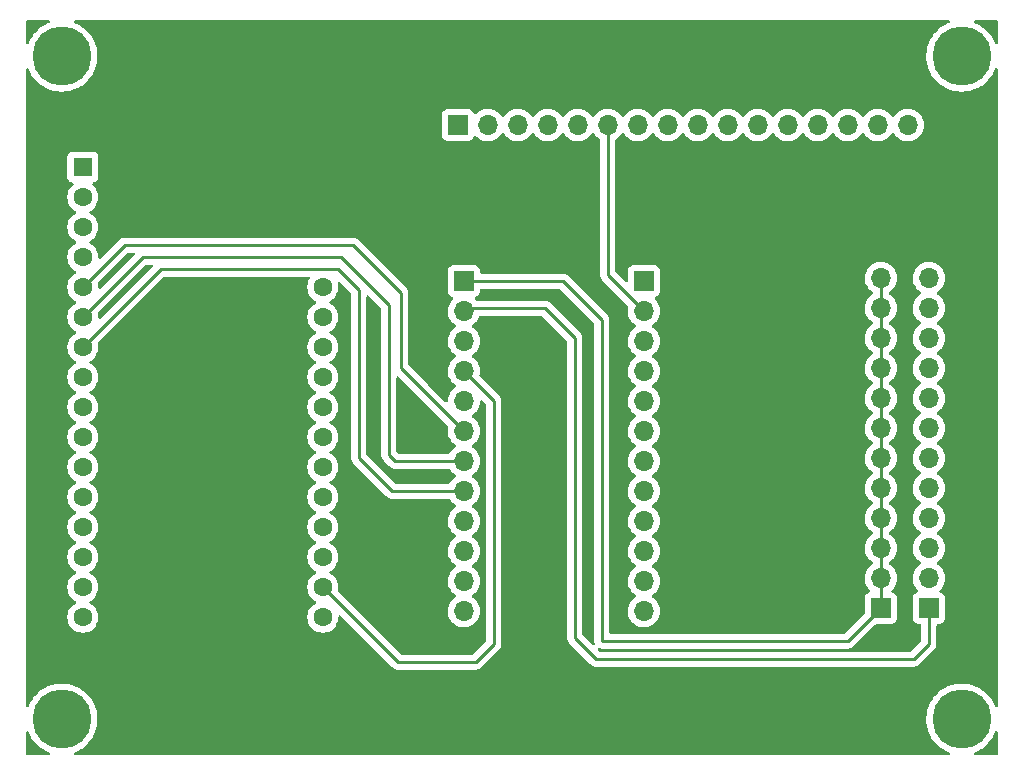
<source format=gbr>
%TF.GenerationSoftware,KiCad,Pcbnew,(6.0.7)*%
%TF.CreationDate,2022-12-05T09:46:50-06:00*%
%TF.ProjectId,Main PCB,4d61696e-2050-4434-922e-6b696361645f,rev?*%
%TF.SameCoordinates,Original*%
%TF.FileFunction,Copper,L2,Bot*%
%TF.FilePolarity,Positive*%
%FSLAX46Y46*%
G04 Gerber Fmt 4.6, Leading zero omitted, Abs format (unit mm)*
G04 Created by KiCad (PCBNEW (6.0.7)) date 2022-12-05 09:46:50*
%MOMM*%
%LPD*%
G01*
G04 APERTURE LIST*
%TA.AperFunction,ComponentPad*%
%ADD10C,5.000000*%
%TD*%
%TA.AperFunction,ComponentPad*%
%ADD11R,1.700000X1.700000*%
%TD*%
%TA.AperFunction,ComponentPad*%
%ADD12O,1.700000X1.700000*%
%TD*%
%TA.AperFunction,ComponentPad*%
%ADD13C,1.600000*%
%TD*%
%TA.AperFunction,ComponentPad*%
%ADD14R,1.600000X1.600000*%
%TD*%
%TA.AperFunction,Conductor*%
%ADD15C,0.250000*%
%TD*%
G04 APERTURE END LIST*
D10*
%TO.P,H1,1*%
%TO.N,N/C*%
X17780000Y-22606000D03*
%TD*%
%TO.P,H3,1*%
%TO.N,N/C*%
X17780000Y-78740000D03*
%TD*%
%TO.P,H4,1*%
%TO.N,N/C*%
X93980000Y-78740000D03*
%TD*%
%TO.P,H2,1*%
%TO.N,N/C*%
X93980000Y-22606000D03*
%TD*%
D11*
%TO.P,Vin,1*%
%TO.N,N/C*%
X87122000Y-69342000D03*
D12*
%TO.P,Vin,2*%
X87122000Y-66802000D03*
%TO.P,Vin,3*%
X87122000Y-64262000D03*
%TO.P,Vin,4*%
X87122000Y-61722000D03*
%TO.P,Vin,5*%
X87122000Y-59182000D03*
%TO.P,Vin,6*%
X87122000Y-56642000D03*
%TO.P,Vin,7*%
X87122000Y-54102000D03*
%TO.P,Vin,8*%
X87122000Y-51562000D03*
%TO.P,Vin,9*%
X87122000Y-49022000D03*
%TO.P,Vin,10*%
X87122000Y-46482000D03*
%TO.P,Vin,11*%
X87122000Y-43942000D03*
%TO.P,Vin,12*%
X87122000Y-41402000D03*
%TD*%
D11*
%TO.P,GND,1*%
%TO.N,N/C*%
X91186000Y-69342000D03*
D12*
%TO.P,GND,2*%
X91186000Y-66802000D03*
%TO.P,GND,3*%
X91186000Y-64262000D03*
%TO.P,GND,4*%
X91186000Y-61722000D03*
%TO.P,GND,5*%
X91186000Y-59182000D03*
%TO.P,GND,6*%
X91186000Y-56642000D03*
%TO.P,GND,7*%
X91186000Y-54102000D03*
%TO.P,GND,8*%
X91186000Y-51562000D03*
%TO.P,GND,9*%
X91186000Y-49022000D03*
%TO.P,GND,10*%
X91186000Y-46482000D03*
%TO.P,GND,11*%
X91186000Y-43942000D03*
%TO.P,GND,12*%
X91186000Y-41402000D03*
%TD*%
D11*
%TO.P,I2C,1*%
%TO.N,N/C*%
X51308000Y-28448000D03*
D12*
%TO.P,I2C,2*%
X53848000Y-28448000D03*
%TO.P,I2C,3*%
X56388000Y-28448000D03*
%TO.P,I2C,4*%
X58928000Y-28448000D03*
%TO.P,I2C,5*%
X61468000Y-28448000D03*
%TO.P,I2C,6*%
X64008000Y-28448000D03*
%TO.P,I2C,7*%
X66548000Y-28448000D03*
%TO.P,I2C,8*%
X69088000Y-28448000D03*
%TO.P,I2C,9*%
X71628000Y-28448000D03*
%TO.P,I2C,10*%
X74168000Y-28448000D03*
%TO.P,I2C,11*%
X76708000Y-28448000D03*
%TO.P,I2C,12*%
X79248000Y-28448000D03*
%TO.P,I2C,13*%
X81788000Y-28448000D03*
%TO.P,I2C,14*%
X84328000Y-28448000D03*
%TO.P,I2C,15*%
X86868000Y-28448000D03*
%TO.P,I2C,16*%
X89408000Y-28448000D03*
%TD*%
D11*
%TO.P,L,1*%
%TO.N,N/C*%
X67056000Y-41656000D03*
D12*
%TO.P,L,2*%
X67056000Y-44196000D03*
%TO.P,L,3*%
X67056000Y-46736000D03*
%TO.P,L,4*%
X67056000Y-49276000D03*
%TO.P,L,5*%
X67056000Y-51816000D03*
%TO.P,L,6*%
X67056000Y-54356000D03*
%TO.P,L,7*%
X67056000Y-56896000D03*
%TO.P,L,8*%
X67056000Y-59436000D03*
%TO.P,L,9*%
X67056000Y-61976000D03*
%TO.P,L,10*%
X67056000Y-64516000D03*
%TO.P,L,11*%
X67056000Y-67056000D03*
%TO.P,L,12*%
X67056000Y-69596000D03*
%TD*%
D11*
%TO.P,R,1*%
%TO.N,N/C*%
X51816000Y-41656000D03*
D12*
%TO.P,R,2*%
X51816000Y-44196000D03*
%TO.P,R,3*%
X51816000Y-46736000D03*
%TO.P,R,4*%
X51816000Y-49276000D03*
%TO.P,R,5*%
X51816000Y-51816000D03*
%TO.P,R,6*%
X51816000Y-54356000D03*
%TO.P,R,7*%
X51816000Y-56896000D03*
%TO.P,R,8*%
X51816000Y-59436000D03*
%TO.P,R,9*%
X51816000Y-61976000D03*
%TO.P,R,10*%
X51816000Y-64516000D03*
%TO.P,R,11*%
X51816000Y-67056000D03*
%TO.P,R,12*%
X51816000Y-69596000D03*
%TD*%
D13*
%TO.P,M0,28*%
%TO.N,N/C*%
X39878000Y-42164000D03*
%TO.P,M0,27*%
X39878000Y-44704000D03*
%TO.P,M0,26*%
X39878000Y-47244000D03*
%TO.P,M0,25*%
X39878000Y-49784000D03*
%TO.P,M0,24*%
X39878000Y-52324000D03*
%TO.P,M0,23*%
X39878000Y-54864000D03*
%TO.P,M0,22*%
X39878000Y-57404000D03*
%TO.P,M0,21*%
X39878000Y-59944000D03*
%TO.P,M0,20*%
X39878000Y-62484000D03*
%TO.P,M0,19*%
X39878000Y-65024000D03*
%TO.P,M0,18*%
X39878000Y-67564000D03*
%TO.P,M0,17*%
X39878000Y-70104000D03*
%TO.P,M0,16*%
X19558000Y-70104000D03*
%TO.P,M0,15*%
X19558000Y-67564000D03*
%TO.P,M0,14*%
X19558000Y-65024000D03*
%TO.P,M0,13*%
X19558000Y-62484000D03*
%TO.P,M0,12*%
X19558000Y-59944000D03*
%TO.P,M0,11*%
X19558000Y-57404000D03*
%TO.P,M0,10*%
X19558000Y-54864000D03*
%TO.P,M0,9*%
X19558000Y-52324000D03*
%TO.P,M0,8*%
X19558000Y-49784000D03*
%TO.P,M0,7*%
X19558000Y-47244000D03*
%TO.P,M0,6*%
X19558000Y-44704000D03*
%TO.P,M0,5*%
X19558000Y-42164000D03*
%TO.P,M0,4*%
X19558000Y-39624000D03*
%TO.P,M0,3*%
X19558000Y-37084000D03*
%TO.P,M0,2*%
X19558000Y-34544000D03*
D14*
%TO.P,M0,1*%
X19558000Y-32004000D03*
%TD*%
D15*
%TO.N,*%
X87122000Y-41402000D02*
X87122000Y-69342000D01*
X62992000Y-73660000D02*
X89916000Y-73660000D01*
X61214000Y-46482000D02*
X61214000Y-71882000D01*
X91186000Y-72390000D02*
X91186000Y-69342000D01*
X52070000Y-43942000D02*
X58674000Y-43942000D01*
X58674000Y-43942000D02*
X61214000Y-46482000D01*
X61214000Y-71882000D02*
X62992000Y-73660000D01*
X51816000Y-44196000D02*
X52070000Y-43942000D01*
X89916000Y-73660000D02*
X91186000Y-72390000D01*
X60198000Y-41656000D02*
X51816000Y-41656000D01*
X63500000Y-44958000D02*
X60198000Y-41656000D01*
X63500000Y-72136000D02*
X63500000Y-44958000D01*
X84328000Y-72136000D02*
X63500000Y-72136000D01*
X87122000Y-69342000D02*
X84328000Y-72136000D01*
X67056000Y-44196000D02*
X64008000Y-41148000D01*
X64008000Y-41148000D02*
X64008000Y-28448000D01*
X46228000Y-73914000D02*
X39878000Y-67564000D01*
X54356000Y-72390000D02*
X52832000Y-73914000D01*
X54356000Y-51816000D02*
X54356000Y-72390000D01*
X51816000Y-49276000D02*
X54356000Y-51816000D01*
X52832000Y-73914000D02*
X46228000Y-73914000D01*
X23114000Y-38608000D02*
X19558000Y-42164000D01*
X42418000Y-38608000D02*
X23114000Y-38608000D01*
X46482000Y-49022000D02*
X46482000Y-42672000D01*
X46482000Y-42672000D02*
X42418000Y-38608000D01*
X51816000Y-54356000D02*
X46482000Y-49022000D01*
X45466000Y-43688000D02*
X45466000Y-56388000D01*
X41402000Y-39624000D02*
X45466000Y-43688000D01*
X45974000Y-56896000D02*
X51816000Y-56896000D01*
X24638000Y-39624000D02*
X41402000Y-39624000D01*
X45466000Y-56388000D02*
X45974000Y-56896000D01*
X19558000Y-44704000D02*
X24638000Y-39624000D01*
X45720000Y-59436000D02*
X51816000Y-59436000D01*
X42926000Y-56642000D02*
X45720000Y-59436000D01*
X41148000Y-40640000D02*
X42926000Y-42418000D01*
X28448000Y-40640000D02*
X41148000Y-40640000D01*
X26162000Y-40640000D02*
X28448000Y-40640000D01*
X42926000Y-42418000D02*
X42926000Y-56642000D01*
X19558000Y-47244000D02*
X26162000Y-40640000D01*
%TD*%
%TA.AperFunction,NonConductor*%
G36*
X16703958Y-19578502D02*
G01*
X16750451Y-19632158D01*
X16760555Y-19702432D01*
X16731061Y-19767012D01*
X16676651Y-19803707D01*
X16641339Y-19815797D01*
X16328188Y-19965163D01*
X16034279Y-20149532D01*
X16031443Y-20151804D01*
X16031436Y-20151809D01*
X15787384Y-20347332D01*
X15763509Y-20366459D01*
X15519466Y-20613071D01*
X15517225Y-20615929D01*
X15460732Y-20687978D01*
X15305386Y-20886098D01*
X15303493Y-20889187D01*
X15303491Y-20889190D01*
X15257233Y-20964676D01*
X15124105Y-21181921D01*
X15122580Y-21185206D01*
X15122578Y-21185210D01*
X14979555Y-21493328D01*
X14978027Y-21496620D01*
X14976891Y-21500056D01*
X14975652Y-21503186D01*
X14931977Y-21559160D01*
X14864974Y-21582636D01*
X14795915Y-21566160D01*
X14746727Y-21514964D01*
X14732500Y-21456802D01*
X14732500Y-19684500D01*
X14752502Y-19616379D01*
X14806158Y-19569886D01*
X14858500Y-19558500D01*
X16635837Y-19558500D01*
X16703958Y-19578502D01*
G37*
%TD.AperFunction*%
%TA.AperFunction,NonConductor*%
G36*
X96969621Y-19578502D02*
G01*
X97016114Y-19632158D01*
X97027500Y-19684500D01*
X97027500Y-21465799D01*
X97007498Y-21533920D01*
X96953842Y-21580413D01*
X96883568Y-21590517D01*
X96818988Y-21561023D01*
X96785602Y-21515233D01*
X96779129Y-21500056D01*
X96679316Y-21266048D01*
X96629569Y-21178831D01*
X96509208Y-20967816D01*
X96507417Y-20964676D01*
X96302018Y-20685060D01*
X96065842Y-20430904D01*
X95802019Y-20205578D01*
X95514047Y-20012069D01*
X95205741Y-19852940D01*
X95071901Y-19802366D01*
X95015248Y-19759576D01*
X94990723Y-19692950D01*
X95006111Y-19623641D01*
X95056528Y-19573655D01*
X95116439Y-19558500D01*
X96901500Y-19558500D01*
X96969621Y-19578502D01*
G37*
%TD.AperFunction*%
%TA.AperFunction,NonConductor*%
G36*
X96961200Y-79766904D02*
G01*
X97011712Y-79816795D01*
X97027500Y-79877863D01*
X97027500Y-81661500D01*
X97007498Y-81729621D01*
X96953842Y-81776114D01*
X96901500Y-81787500D01*
X95123166Y-81787500D01*
X95055045Y-81767498D01*
X95008552Y-81713842D01*
X94998448Y-81643568D01*
X95027942Y-81578988D01*
X95072521Y-81546127D01*
X95344816Y-81426598D01*
X95344825Y-81426593D01*
X95348145Y-81425136D01*
X95592511Y-81282341D01*
X95644560Y-81251926D01*
X95644562Y-81251925D01*
X95647700Y-81250091D01*
X95650609Y-81247907D01*
X95922244Y-81043958D01*
X95922248Y-81043955D01*
X95925151Y-81041775D01*
X96176819Y-80802950D01*
X96399370Y-80536783D01*
X96589853Y-80246799D01*
X96718446Y-79991121D01*
X96744117Y-79940080D01*
X96744120Y-79940072D01*
X96745744Y-79936844D01*
X96783174Y-79834562D01*
X96825368Y-79777464D01*
X96891734Y-79752242D01*
X96961200Y-79766904D01*
G37*
%TD.AperFunction*%
%TA.AperFunction,NonConductor*%
G36*
X23888527Y-39261502D02*
G01*
X23935020Y-39315158D01*
X23945124Y-39385432D01*
X23915630Y-39450012D01*
X23909501Y-39456595D01*
X21084589Y-42281506D01*
X21022277Y-42315532D01*
X20951461Y-42310467D01*
X20894626Y-42267920D01*
X20869815Y-42201400D01*
X20869974Y-42181428D01*
X20871019Y-42169485D01*
X20871019Y-42169475D01*
X20871498Y-42164000D01*
X20851543Y-41935913D01*
X20850119Y-41930598D01*
X20850118Y-41930591D01*
X20834541Y-41872459D01*
X20836230Y-41801483D01*
X20867152Y-41750752D01*
X23339499Y-39278405D01*
X23401811Y-39244379D01*
X23428594Y-39241500D01*
X23820406Y-39241500D01*
X23888527Y-39261502D01*
G37*
%TD.AperFunction*%
%TA.AperFunction,NonConductor*%
G36*
X25412526Y-40277502D02*
G01*
X25459019Y-40331158D01*
X25469123Y-40401432D01*
X25439629Y-40466012D01*
X25433500Y-40472595D01*
X21084589Y-44821506D01*
X21022277Y-44855532D01*
X20951462Y-44850467D01*
X20894626Y-44807920D01*
X20869815Y-44741400D01*
X20869974Y-44721428D01*
X20871019Y-44709485D01*
X20871019Y-44709475D01*
X20871498Y-44704000D01*
X20851543Y-44475913D01*
X20850119Y-44470598D01*
X20850118Y-44470591D01*
X20834541Y-44412459D01*
X20836230Y-44341483D01*
X20867152Y-44290752D01*
X24863500Y-40294405D01*
X24925812Y-40260379D01*
X24952595Y-40257500D01*
X25344405Y-40257500D01*
X25412526Y-40277502D01*
G37*
%TD.AperFunction*%
%TA.AperFunction,NonConductor*%
G36*
X46308012Y-49744370D02*
G01*
X46314595Y-49750499D01*
X50465778Y-53901682D01*
X50499804Y-53963994D01*
X50498100Y-54024448D01*
X50476989Y-54100570D01*
X50476441Y-54105700D01*
X50476440Y-54105704D01*
X50472933Y-54138522D01*
X50453251Y-54322695D01*
X50453548Y-54327848D01*
X50453548Y-54327851D01*
X50458865Y-54420067D01*
X50466110Y-54545715D01*
X50467247Y-54550761D01*
X50467248Y-54550767D01*
X50480249Y-54608453D01*
X50515222Y-54763639D01*
X50599266Y-54970616D01*
X50601965Y-54975020D01*
X50705009Y-55143173D01*
X50715987Y-55161088D01*
X50862250Y-55329938D01*
X51034126Y-55472632D01*
X51050204Y-55482027D01*
X51107445Y-55515476D01*
X51156169Y-55567114D01*
X51169240Y-55636897D01*
X51142509Y-55702669D01*
X51102055Y-55736027D01*
X51089607Y-55742507D01*
X51085474Y-55745610D01*
X51085471Y-55745612D01*
X50915100Y-55873530D01*
X50910965Y-55876635D01*
X50756629Y-56038138D01*
X50753715Y-56042410D01*
X50753714Y-56042411D01*
X50641095Y-56207504D01*
X50586184Y-56252507D01*
X50537007Y-56262500D01*
X46288595Y-56262500D01*
X46220474Y-56242498D01*
X46199500Y-56225595D01*
X46136405Y-56162500D01*
X46102379Y-56100188D01*
X46099500Y-56073405D01*
X46099500Y-49839594D01*
X46119502Y-49771473D01*
X46173158Y-49724980D01*
X46243432Y-49714876D01*
X46308012Y-49744370D01*
G37*
%TD.AperFunction*%
%TA.AperFunction,NonConductor*%
G36*
X43768012Y-42886371D02*
G01*
X43774595Y-42892500D01*
X44795595Y-43913500D01*
X44829621Y-43975812D01*
X44832500Y-44002595D01*
X44832500Y-56309233D01*
X44831973Y-56320416D01*
X44830298Y-56327909D01*
X44830547Y-56335835D01*
X44830547Y-56335836D01*
X44832438Y-56395986D01*
X44832500Y-56399945D01*
X44832500Y-56427856D01*
X44832997Y-56431790D01*
X44832997Y-56431791D01*
X44833005Y-56431856D01*
X44833938Y-56443693D01*
X44835327Y-56487889D01*
X44840978Y-56507339D01*
X44844987Y-56526700D01*
X44847526Y-56546797D01*
X44850445Y-56554168D01*
X44850445Y-56554170D01*
X44863804Y-56587912D01*
X44867649Y-56599142D01*
X44879982Y-56641593D01*
X44884015Y-56648412D01*
X44884017Y-56648417D01*
X44890293Y-56659028D01*
X44898988Y-56676776D01*
X44906448Y-56695617D01*
X44911110Y-56702033D01*
X44911110Y-56702034D01*
X44932436Y-56731387D01*
X44938952Y-56741307D01*
X44961458Y-56779362D01*
X44975779Y-56793683D01*
X44988619Y-56808716D01*
X45000528Y-56825107D01*
X45020842Y-56841912D01*
X45034605Y-56853298D01*
X45043384Y-56861288D01*
X45470343Y-57288247D01*
X45477887Y-57296537D01*
X45482000Y-57303018D01*
X45487777Y-57308443D01*
X45531667Y-57349658D01*
X45534509Y-57352413D01*
X45554230Y-57372134D01*
X45557425Y-57374612D01*
X45566447Y-57382318D01*
X45598679Y-57412586D01*
X45605628Y-57416406D01*
X45616432Y-57422346D01*
X45632956Y-57433199D01*
X45648959Y-57445613D01*
X45689543Y-57463176D01*
X45700173Y-57468383D01*
X45738940Y-57489695D01*
X45746617Y-57491666D01*
X45746622Y-57491668D01*
X45758558Y-57494732D01*
X45777266Y-57501137D01*
X45795855Y-57509181D01*
X45803680Y-57510420D01*
X45803682Y-57510421D01*
X45839519Y-57516097D01*
X45851140Y-57518504D01*
X45886289Y-57527528D01*
X45893970Y-57529500D01*
X45914231Y-57529500D01*
X45933940Y-57531051D01*
X45953943Y-57534219D01*
X45961835Y-57533473D01*
X45967062Y-57532979D01*
X45997954Y-57530059D01*
X46009811Y-57529500D01*
X50540274Y-57529500D01*
X50608395Y-57549502D01*
X50647707Y-57589665D01*
X50715987Y-57701088D01*
X50862250Y-57869938D01*
X51034126Y-58012632D01*
X51050204Y-58022027D01*
X51107445Y-58055476D01*
X51156169Y-58107114D01*
X51169240Y-58176897D01*
X51142509Y-58242669D01*
X51102055Y-58276027D01*
X51089607Y-58282507D01*
X51085474Y-58285610D01*
X51085471Y-58285612D01*
X50915100Y-58413530D01*
X50910965Y-58416635D01*
X50756629Y-58578138D01*
X50753715Y-58582410D01*
X50753714Y-58582411D01*
X50641095Y-58747504D01*
X50586184Y-58792507D01*
X50537007Y-58802500D01*
X46034594Y-58802500D01*
X45966473Y-58782498D01*
X45945499Y-58765595D01*
X43596405Y-56416500D01*
X43562379Y-56354188D01*
X43559500Y-56327405D01*
X43559500Y-42981595D01*
X43579502Y-42913474D01*
X43633158Y-42866981D01*
X43703432Y-42856877D01*
X43768012Y-42886371D01*
G37*
%TD.AperFunction*%
%TA.AperFunction,NonConductor*%
G36*
X59951527Y-42309502D02*
G01*
X59972501Y-42326405D01*
X62829595Y-45183499D01*
X62863621Y-45245811D01*
X62866500Y-45272594D01*
X62866500Y-72064207D01*
X62864268Y-72087816D01*
X62862725Y-72095906D01*
X62863223Y-72103817D01*
X62866251Y-72151951D01*
X62866500Y-72159862D01*
X62866500Y-72175856D01*
X62868506Y-72191730D01*
X62869248Y-72199590D01*
X62872775Y-72255650D01*
X62875225Y-72263191D01*
X62875321Y-72263487D01*
X62880494Y-72286631D01*
X62880532Y-72286935D01*
X62880533Y-72286940D01*
X62881526Y-72294797D01*
X62884443Y-72302163D01*
X62884443Y-72302165D01*
X62892733Y-72323104D01*
X62899212Y-72393804D01*
X62866439Y-72456784D01*
X62804820Y-72492048D01*
X62733917Y-72488399D01*
X62686489Y-72458584D01*
X61884403Y-71656498D01*
X61850379Y-71594188D01*
X61847500Y-71567405D01*
X61847500Y-46560763D01*
X61848027Y-46549579D01*
X61849701Y-46542091D01*
X61847562Y-46474032D01*
X61847500Y-46470075D01*
X61847500Y-46442144D01*
X61846994Y-46438138D01*
X61846061Y-46426292D01*
X61844922Y-46390037D01*
X61844673Y-46382110D01*
X61839022Y-46362658D01*
X61835014Y-46343306D01*
X61833468Y-46331068D01*
X61833467Y-46331066D01*
X61832474Y-46323203D01*
X61816194Y-46282086D01*
X61812359Y-46270885D01*
X61800018Y-46228406D01*
X61795985Y-46221587D01*
X61795983Y-46221582D01*
X61789707Y-46210971D01*
X61781010Y-46193221D01*
X61773552Y-46174383D01*
X61747571Y-46138623D01*
X61741053Y-46128701D01*
X61722578Y-46097460D01*
X61722574Y-46097455D01*
X61718542Y-46090637D01*
X61704218Y-46076313D01*
X61691376Y-46061278D01*
X61689286Y-46058401D01*
X61679472Y-46044893D01*
X61645406Y-46016711D01*
X61636627Y-46008722D01*
X59177652Y-43549747D01*
X59170112Y-43541461D01*
X59166000Y-43534982D01*
X59116348Y-43488356D01*
X59113507Y-43485602D01*
X59093770Y-43465865D01*
X59090573Y-43463385D01*
X59081551Y-43455680D01*
X59049321Y-43425414D01*
X59042375Y-43421595D01*
X59042372Y-43421593D01*
X59031566Y-43415652D01*
X59015047Y-43404801D01*
X59014583Y-43404441D01*
X58999041Y-43392386D01*
X58991772Y-43389241D01*
X58991768Y-43389238D01*
X58958463Y-43374826D01*
X58947813Y-43369609D01*
X58909060Y-43348305D01*
X58889437Y-43343267D01*
X58870734Y-43336863D01*
X58859420Y-43331967D01*
X58859419Y-43331967D01*
X58852145Y-43328819D01*
X58844322Y-43327580D01*
X58844312Y-43327577D01*
X58808476Y-43321901D01*
X58796856Y-43319495D01*
X58761711Y-43310472D01*
X58761710Y-43310472D01*
X58754030Y-43308500D01*
X58733776Y-43308500D01*
X58714065Y-43306949D01*
X58701886Y-43305020D01*
X58694057Y-43303780D01*
X58686165Y-43304526D01*
X58650039Y-43307941D01*
X58638181Y-43308500D01*
X52900965Y-43308500D01*
X52832844Y-43288498D01*
X52807772Y-43267300D01*
X52748797Y-43202488D01*
X52717745Y-43138642D01*
X52726139Y-43068144D01*
X52771316Y-43013375D01*
X52797760Y-42999706D01*
X52904297Y-42959767D01*
X52912705Y-42956615D01*
X53029261Y-42869261D01*
X53116615Y-42752705D01*
X53167745Y-42616316D01*
X53174500Y-42554134D01*
X53174500Y-42415500D01*
X53194502Y-42347379D01*
X53248158Y-42300886D01*
X53300500Y-42289500D01*
X59883406Y-42289500D01*
X59951527Y-42309502D01*
G37*
%TD.AperFunction*%
%TA.AperFunction,NonConductor*%
G36*
X41332215Y-41729918D02*
G01*
X41366255Y-41754159D01*
X42255595Y-42643499D01*
X42289621Y-42705811D01*
X42292500Y-42732594D01*
X42292500Y-56563233D01*
X42291973Y-56574416D01*
X42290298Y-56581909D01*
X42290547Y-56589835D01*
X42290547Y-56589836D01*
X42292438Y-56649986D01*
X42292500Y-56653945D01*
X42292500Y-56681856D01*
X42292997Y-56685790D01*
X42292997Y-56685791D01*
X42293005Y-56685856D01*
X42293938Y-56697693D01*
X42295327Y-56741889D01*
X42298334Y-56752238D01*
X42300978Y-56761339D01*
X42304987Y-56780700D01*
X42307526Y-56800797D01*
X42310445Y-56808168D01*
X42310445Y-56808170D01*
X42323804Y-56841912D01*
X42327649Y-56853142D01*
X42339982Y-56895593D01*
X42344015Y-56902412D01*
X42344017Y-56902417D01*
X42350293Y-56913028D01*
X42358988Y-56930776D01*
X42366448Y-56949617D01*
X42371110Y-56956033D01*
X42371110Y-56956034D01*
X42392436Y-56985387D01*
X42398952Y-56995307D01*
X42421458Y-57033362D01*
X42435779Y-57047683D01*
X42448619Y-57062716D01*
X42460528Y-57079107D01*
X42494605Y-57107298D01*
X42503384Y-57115288D01*
X45216343Y-59828247D01*
X45223887Y-59836537D01*
X45228000Y-59843018D01*
X45233777Y-59848443D01*
X45277667Y-59889658D01*
X45280509Y-59892413D01*
X45300231Y-59912135D01*
X45303373Y-59914572D01*
X45303433Y-59914619D01*
X45312445Y-59922317D01*
X45333888Y-59942453D01*
X45344679Y-59952586D01*
X45351622Y-59956403D01*
X45362431Y-59962345D01*
X45378953Y-59973198D01*
X45394959Y-59985614D01*
X45402237Y-59988764D01*
X45402238Y-59988764D01*
X45435537Y-60003174D01*
X45446187Y-60008391D01*
X45484940Y-60029695D01*
X45492615Y-60031666D01*
X45492616Y-60031666D01*
X45504562Y-60034733D01*
X45523267Y-60041137D01*
X45541855Y-60049181D01*
X45549678Y-60050420D01*
X45549688Y-60050423D01*
X45585524Y-60056099D01*
X45597144Y-60058505D01*
X45632289Y-60067528D01*
X45639970Y-60069500D01*
X45660224Y-60069500D01*
X45679934Y-60071051D01*
X45699943Y-60074220D01*
X45707835Y-60073474D01*
X45743961Y-60070059D01*
X45755819Y-60069500D01*
X50540274Y-60069500D01*
X50608395Y-60089502D01*
X50647707Y-60129665D01*
X50715987Y-60241088D01*
X50862250Y-60409938D01*
X51034126Y-60552632D01*
X51050204Y-60562027D01*
X51107445Y-60595476D01*
X51156169Y-60647114D01*
X51169240Y-60716897D01*
X51142509Y-60782669D01*
X51102055Y-60816027D01*
X51089607Y-60822507D01*
X51085474Y-60825610D01*
X51085471Y-60825612D01*
X50915100Y-60953530D01*
X50910965Y-60956635D01*
X50756629Y-61118138D01*
X50630743Y-61302680D01*
X50615003Y-61336590D01*
X50552284Y-61471707D01*
X50536688Y-61505305D01*
X50476989Y-61720570D01*
X50453251Y-61942695D01*
X50453548Y-61947848D01*
X50453548Y-61947851D01*
X50458865Y-62040067D01*
X50466110Y-62165715D01*
X50467247Y-62170761D01*
X50467248Y-62170767D01*
X50480249Y-62228453D01*
X50515222Y-62383639D01*
X50599266Y-62590616D01*
X50601965Y-62595020D01*
X50705009Y-62763173D01*
X50715987Y-62781088D01*
X50862250Y-62949938D01*
X51034126Y-63092632D01*
X51050204Y-63102027D01*
X51107445Y-63135476D01*
X51156169Y-63187114D01*
X51169240Y-63256897D01*
X51142509Y-63322669D01*
X51102055Y-63356027D01*
X51089607Y-63362507D01*
X51085474Y-63365610D01*
X51085471Y-63365612D01*
X50915100Y-63493530D01*
X50910965Y-63496635D01*
X50756629Y-63658138D01*
X50630743Y-63842680D01*
X50615003Y-63876590D01*
X50552284Y-64011707D01*
X50536688Y-64045305D01*
X50476989Y-64260570D01*
X50453251Y-64482695D01*
X50453548Y-64487848D01*
X50453548Y-64487851D01*
X50458865Y-64580067D01*
X50466110Y-64705715D01*
X50467247Y-64710761D01*
X50467248Y-64710767D01*
X50480249Y-64768453D01*
X50515222Y-64923639D01*
X50599266Y-65130616D01*
X50601965Y-65135020D01*
X50705009Y-65303173D01*
X50715987Y-65321088D01*
X50862250Y-65489938D01*
X51034126Y-65632632D01*
X51050204Y-65642027D01*
X51107445Y-65675476D01*
X51156169Y-65727114D01*
X51169240Y-65796897D01*
X51142509Y-65862669D01*
X51102055Y-65896027D01*
X51089607Y-65902507D01*
X51085474Y-65905610D01*
X51085471Y-65905612D01*
X50915100Y-66033530D01*
X50910965Y-66036635D01*
X50756629Y-66198138D01*
X50630743Y-66382680D01*
X50615003Y-66416590D01*
X50552284Y-66551707D01*
X50536688Y-66585305D01*
X50476989Y-66800570D01*
X50453251Y-67022695D01*
X50453548Y-67027848D01*
X50453548Y-67027851D01*
X50458865Y-67120067D01*
X50466110Y-67245715D01*
X50467247Y-67250761D01*
X50467248Y-67250767D01*
X50480249Y-67308453D01*
X50515222Y-67463639D01*
X50599266Y-67670616D01*
X50601965Y-67675020D01*
X50705009Y-67843173D01*
X50715987Y-67861088D01*
X50862250Y-68029938D01*
X51034126Y-68172632D01*
X51104595Y-68213811D01*
X51107445Y-68215476D01*
X51156169Y-68267114D01*
X51169240Y-68336897D01*
X51142509Y-68402669D01*
X51102055Y-68436027D01*
X51089607Y-68442507D01*
X51085474Y-68445610D01*
X51085471Y-68445612D01*
X50915100Y-68573530D01*
X50910965Y-68576635D01*
X50756629Y-68738138D01*
X50630743Y-68922680D01*
X50536688Y-69125305D01*
X50476989Y-69340570D01*
X50453251Y-69562695D01*
X50453548Y-69567848D01*
X50453548Y-69567851D01*
X50458865Y-69660067D01*
X50466110Y-69785715D01*
X50467247Y-69790761D01*
X50467248Y-69790767D01*
X50470365Y-69804596D01*
X50515222Y-70003639D01*
X50599266Y-70210616D01*
X50715987Y-70401088D01*
X50862250Y-70569938D01*
X51034126Y-70712632D01*
X51227000Y-70825338D01*
X51435692Y-70905030D01*
X51440760Y-70906061D01*
X51440763Y-70906062D01*
X51548017Y-70927883D01*
X51654597Y-70949567D01*
X51659772Y-70949757D01*
X51659774Y-70949757D01*
X51872673Y-70957564D01*
X51872677Y-70957564D01*
X51877837Y-70957753D01*
X51882957Y-70957097D01*
X51882959Y-70957097D01*
X52094288Y-70930025D01*
X52094289Y-70930025D01*
X52099416Y-70929368D01*
X52104366Y-70927883D01*
X52308429Y-70866661D01*
X52308434Y-70866659D01*
X52313384Y-70865174D01*
X52513994Y-70766896D01*
X52695860Y-70637173D01*
X52854096Y-70479489D01*
X52878239Y-70445891D01*
X52981435Y-70302277D01*
X52984453Y-70298077D01*
X53077666Y-70109475D01*
X53081136Y-70102453D01*
X53081137Y-70102451D01*
X53083430Y-70097811D01*
X53148370Y-69884069D01*
X53177529Y-69662590D01*
X53177611Y-69659240D01*
X53179074Y-69599365D01*
X53179074Y-69599361D01*
X53179156Y-69596000D01*
X53160852Y-69373361D01*
X53106431Y-69156702D01*
X53017354Y-68951840D01*
X52964226Y-68869716D01*
X52898822Y-68768617D01*
X52898820Y-68768614D01*
X52896014Y-68764277D01*
X52745670Y-68599051D01*
X52741619Y-68595852D01*
X52741615Y-68595848D01*
X52574414Y-68463800D01*
X52574410Y-68463798D01*
X52570359Y-68460598D01*
X52529053Y-68437796D01*
X52479084Y-68387364D01*
X52464312Y-68317921D01*
X52489428Y-68251516D01*
X52516780Y-68224909D01*
X52560603Y-68193650D01*
X52695860Y-68097173D01*
X52746439Y-68046771D01*
X52816205Y-67977248D01*
X52854096Y-67939489D01*
X52913594Y-67856689D01*
X52981435Y-67762277D01*
X52984453Y-67758077D01*
X53022403Y-67681292D01*
X53081136Y-67562453D01*
X53081137Y-67562451D01*
X53083430Y-67557811D01*
X53124990Y-67421020D01*
X53146865Y-67349023D01*
X53146865Y-67349021D01*
X53148370Y-67344069D01*
X53177529Y-67122590D01*
X53177611Y-67119240D01*
X53179074Y-67059365D01*
X53179074Y-67059361D01*
X53179156Y-67056000D01*
X53160852Y-66833361D01*
X53106431Y-66616702D01*
X53017354Y-66411840D01*
X52896014Y-66224277D01*
X52745670Y-66059051D01*
X52741619Y-66055852D01*
X52741615Y-66055848D01*
X52574414Y-65923800D01*
X52574410Y-65923798D01*
X52570359Y-65920598D01*
X52529053Y-65897796D01*
X52479084Y-65847364D01*
X52464312Y-65777921D01*
X52489428Y-65711516D01*
X52516780Y-65684909D01*
X52576898Y-65642027D01*
X52695860Y-65557173D01*
X52707718Y-65545357D01*
X52850435Y-65403137D01*
X52854096Y-65399489D01*
X52913594Y-65316689D01*
X52981435Y-65222277D01*
X52984453Y-65218077D01*
X53022403Y-65141292D01*
X53081136Y-65022453D01*
X53081137Y-65022451D01*
X53083430Y-65017811D01*
X53124990Y-64881020D01*
X53146865Y-64809023D01*
X53146865Y-64809021D01*
X53148370Y-64804069D01*
X53177529Y-64582590D01*
X53177611Y-64579240D01*
X53179074Y-64519365D01*
X53179074Y-64519361D01*
X53179156Y-64516000D01*
X53160852Y-64293361D01*
X53106431Y-64076702D01*
X53017354Y-63871840D01*
X52896014Y-63684277D01*
X52745670Y-63519051D01*
X52741619Y-63515852D01*
X52741615Y-63515848D01*
X52574414Y-63383800D01*
X52574410Y-63383798D01*
X52570359Y-63380598D01*
X52529053Y-63357796D01*
X52479084Y-63307364D01*
X52464312Y-63237921D01*
X52489428Y-63171516D01*
X52516780Y-63144909D01*
X52576898Y-63102027D01*
X52695860Y-63017173D01*
X52707718Y-63005357D01*
X52850435Y-62863137D01*
X52854096Y-62859489D01*
X52913594Y-62776689D01*
X52981435Y-62682277D01*
X52984453Y-62678077D01*
X53022403Y-62601292D01*
X53081136Y-62482453D01*
X53081137Y-62482451D01*
X53083430Y-62477811D01*
X53124990Y-62341020D01*
X53146865Y-62269023D01*
X53146865Y-62269021D01*
X53148370Y-62264069D01*
X53177529Y-62042590D01*
X53177611Y-62039240D01*
X53179074Y-61979365D01*
X53179074Y-61979361D01*
X53179156Y-61976000D01*
X53160852Y-61753361D01*
X53106431Y-61536702D01*
X53017354Y-61331840D01*
X52896014Y-61144277D01*
X52745670Y-60979051D01*
X52741619Y-60975852D01*
X52741615Y-60975848D01*
X52574414Y-60843800D01*
X52574410Y-60843798D01*
X52570359Y-60840598D01*
X52529053Y-60817796D01*
X52479084Y-60767364D01*
X52464312Y-60697921D01*
X52489428Y-60631516D01*
X52516780Y-60604909D01*
X52576898Y-60562027D01*
X52695860Y-60477173D01*
X52707718Y-60465357D01*
X52850435Y-60323137D01*
X52854096Y-60319489D01*
X52913594Y-60236689D01*
X52981435Y-60142277D01*
X52984453Y-60138077D01*
X52988611Y-60129665D01*
X53081136Y-59942453D01*
X53081137Y-59942451D01*
X53083430Y-59937811D01*
X53124990Y-59801020D01*
X53146865Y-59729023D01*
X53146865Y-59729021D01*
X53148370Y-59724069D01*
X53177529Y-59502590D01*
X53177611Y-59499240D01*
X53179074Y-59439365D01*
X53179074Y-59439361D01*
X53179156Y-59436000D01*
X53160852Y-59213361D01*
X53106431Y-58996702D01*
X53017354Y-58791840D01*
X52896014Y-58604277D01*
X52745670Y-58439051D01*
X52741619Y-58435852D01*
X52741615Y-58435848D01*
X52574414Y-58303800D01*
X52574410Y-58303798D01*
X52570359Y-58300598D01*
X52529053Y-58277796D01*
X52479084Y-58227364D01*
X52464312Y-58157921D01*
X52489428Y-58091516D01*
X52516780Y-58064909D01*
X52576898Y-58022027D01*
X52695860Y-57937173D01*
X52707718Y-57925357D01*
X52850435Y-57783137D01*
X52854096Y-57779489D01*
X52913594Y-57696689D01*
X52981435Y-57602277D01*
X52984453Y-57598077D01*
X52988611Y-57589665D01*
X53081136Y-57402453D01*
X53081137Y-57402451D01*
X53083430Y-57397811D01*
X53124990Y-57261020D01*
X53146865Y-57189023D01*
X53146865Y-57189021D01*
X53148370Y-57184069D01*
X53177529Y-56962590D01*
X53177689Y-56956034D01*
X53179074Y-56899365D01*
X53179074Y-56899361D01*
X53179156Y-56896000D01*
X53160852Y-56673361D01*
X53106431Y-56456702D01*
X53017354Y-56251840D01*
X52940474Y-56133001D01*
X52898822Y-56068617D01*
X52898820Y-56068614D01*
X52896014Y-56064277D01*
X52745670Y-55899051D01*
X52741619Y-55895852D01*
X52741615Y-55895848D01*
X52574414Y-55763800D01*
X52574410Y-55763798D01*
X52570359Y-55760598D01*
X52529053Y-55737796D01*
X52479084Y-55687364D01*
X52464312Y-55617921D01*
X52489428Y-55551516D01*
X52516780Y-55524909D01*
X52576898Y-55482027D01*
X52695860Y-55397173D01*
X52707718Y-55385357D01*
X52850435Y-55243137D01*
X52854096Y-55239489D01*
X52913594Y-55156689D01*
X52981435Y-55062277D01*
X52984453Y-55058077D01*
X53022403Y-54981292D01*
X53081136Y-54862453D01*
X53081137Y-54862451D01*
X53083430Y-54857811D01*
X53124990Y-54721020D01*
X53146865Y-54649023D01*
X53146865Y-54649021D01*
X53148370Y-54644069D01*
X53177529Y-54422590D01*
X53177611Y-54419240D01*
X53179074Y-54359365D01*
X53179074Y-54359361D01*
X53179156Y-54356000D01*
X53160852Y-54133361D01*
X53106431Y-53916702D01*
X53017354Y-53711840D01*
X52896014Y-53524277D01*
X52745670Y-53359051D01*
X52741619Y-53355852D01*
X52741615Y-53355848D01*
X52574414Y-53223800D01*
X52574410Y-53223798D01*
X52570359Y-53220598D01*
X52529053Y-53197796D01*
X52479084Y-53147364D01*
X52464312Y-53077921D01*
X52489428Y-53011516D01*
X52516780Y-52984909D01*
X52576898Y-52942027D01*
X52695860Y-52857173D01*
X52707718Y-52845357D01*
X52850435Y-52703137D01*
X52854096Y-52699489D01*
X52913594Y-52616689D01*
X52981435Y-52522277D01*
X52984453Y-52518077D01*
X53022403Y-52441292D01*
X53081136Y-52322453D01*
X53081137Y-52322451D01*
X53083430Y-52317811D01*
X53124990Y-52181020D01*
X53146865Y-52109023D01*
X53146865Y-52109021D01*
X53148370Y-52104069D01*
X53177529Y-51882590D01*
X53177688Y-51876091D01*
X53178676Y-51835654D01*
X53200336Y-51768042D01*
X53255111Y-51722874D01*
X53325611Y-51714490D01*
X53393733Y-51749637D01*
X53685595Y-52041499D01*
X53719621Y-52103811D01*
X53722500Y-52130594D01*
X53722500Y-72075405D01*
X53702498Y-72143526D01*
X53685595Y-72164500D01*
X52606500Y-73243595D01*
X52544188Y-73277621D01*
X52517405Y-73280500D01*
X46542594Y-73280500D01*
X46474473Y-73260498D01*
X46453499Y-73243595D01*
X41187152Y-67977248D01*
X41153126Y-67914936D01*
X41154541Y-67855541D01*
X41170118Y-67797409D01*
X41170120Y-67797398D01*
X41171543Y-67792087D01*
X41191498Y-67564000D01*
X41171543Y-67335913D01*
X41148728Y-67250767D01*
X41113707Y-67120067D01*
X41113706Y-67120065D01*
X41112284Y-67114757D01*
X41098380Y-67084939D01*
X41017849Y-66912238D01*
X41017846Y-66912233D01*
X41015523Y-66907251D01*
X40884198Y-66719700D01*
X40722300Y-66557802D01*
X40717792Y-66554645D01*
X40717789Y-66554643D01*
X40639611Y-66499902D01*
X40534749Y-66426477D01*
X40529767Y-66424154D01*
X40529762Y-66424151D01*
X40495543Y-66408195D01*
X40442258Y-66361278D01*
X40422797Y-66293001D01*
X40443339Y-66225041D01*
X40495543Y-66179805D01*
X40529762Y-66163849D01*
X40529767Y-66163846D01*
X40534749Y-66161523D01*
X40707769Y-66040373D01*
X40717789Y-66033357D01*
X40717792Y-66033355D01*
X40722300Y-66030198D01*
X40884198Y-65868300D01*
X40925812Y-65808870D01*
X40983058Y-65727114D01*
X41015523Y-65680749D01*
X41017846Y-65675767D01*
X41017849Y-65675762D01*
X41109961Y-65478225D01*
X41109961Y-65478224D01*
X41112284Y-65473243D01*
X41123628Y-65430909D01*
X41170119Y-65257402D01*
X41170119Y-65257400D01*
X41171543Y-65252087D01*
X41191498Y-65024000D01*
X41171543Y-64795913D01*
X41148728Y-64710767D01*
X41113707Y-64580067D01*
X41113706Y-64580065D01*
X41112284Y-64574757D01*
X41098380Y-64544939D01*
X41017849Y-64372238D01*
X41017846Y-64372233D01*
X41015523Y-64367251D01*
X40884198Y-64179700D01*
X40722300Y-64017802D01*
X40717792Y-64014645D01*
X40717789Y-64014643D01*
X40639611Y-63959902D01*
X40534749Y-63886477D01*
X40529767Y-63884154D01*
X40529762Y-63884151D01*
X40495543Y-63868195D01*
X40442258Y-63821278D01*
X40422797Y-63753001D01*
X40443339Y-63685041D01*
X40495543Y-63639805D01*
X40529762Y-63623849D01*
X40529767Y-63623846D01*
X40534749Y-63621523D01*
X40707769Y-63500373D01*
X40717789Y-63493357D01*
X40717792Y-63493355D01*
X40722300Y-63490198D01*
X40884198Y-63328300D01*
X40925812Y-63268870D01*
X40983058Y-63187114D01*
X41015523Y-63140749D01*
X41017846Y-63135767D01*
X41017849Y-63135762D01*
X41109961Y-62938225D01*
X41109961Y-62938224D01*
X41112284Y-62933243D01*
X41123628Y-62890909D01*
X41170119Y-62717402D01*
X41170119Y-62717400D01*
X41171543Y-62712087D01*
X41191498Y-62484000D01*
X41171543Y-62255913D01*
X41148728Y-62170767D01*
X41113707Y-62040067D01*
X41113706Y-62040065D01*
X41112284Y-62034757D01*
X41098380Y-62004939D01*
X41017849Y-61832238D01*
X41017846Y-61832233D01*
X41015523Y-61827251D01*
X40884198Y-61639700D01*
X40722300Y-61477802D01*
X40717792Y-61474645D01*
X40717789Y-61474643D01*
X40639611Y-61419902D01*
X40534749Y-61346477D01*
X40529767Y-61344154D01*
X40529762Y-61344151D01*
X40495543Y-61328195D01*
X40442258Y-61281278D01*
X40422797Y-61213001D01*
X40443339Y-61145041D01*
X40495543Y-61099805D01*
X40529762Y-61083849D01*
X40529767Y-61083846D01*
X40534749Y-61081523D01*
X40707769Y-60960373D01*
X40717789Y-60953357D01*
X40717792Y-60953355D01*
X40722300Y-60950198D01*
X40884198Y-60788300D01*
X40925812Y-60728870D01*
X40983058Y-60647114D01*
X41015523Y-60600749D01*
X41017846Y-60595767D01*
X41017849Y-60595762D01*
X41109961Y-60398225D01*
X41109961Y-60398224D01*
X41112284Y-60393243D01*
X41123628Y-60350909D01*
X41170119Y-60177402D01*
X41170119Y-60177400D01*
X41171543Y-60172087D01*
X41191498Y-59944000D01*
X41171543Y-59715913D01*
X41148728Y-59630767D01*
X41113707Y-59500067D01*
X41113706Y-59500065D01*
X41112284Y-59494757D01*
X41098380Y-59464939D01*
X41017849Y-59292238D01*
X41017846Y-59292233D01*
X41015523Y-59287251D01*
X40884198Y-59099700D01*
X40722300Y-58937802D01*
X40717792Y-58934645D01*
X40717789Y-58934643D01*
X40639611Y-58879902D01*
X40534749Y-58806477D01*
X40529767Y-58804154D01*
X40529762Y-58804151D01*
X40495543Y-58788195D01*
X40442258Y-58741278D01*
X40422797Y-58673001D01*
X40443339Y-58605041D01*
X40495543Y-58559805D01*
X40529762Y-58543849D01*
X40529767Y-58543846D01*
X40534749Y-58541523D01*
X40707769Y-58420373D01*
X40717789Y-58413357D01*
X40717792Y-58413355D01*
X40722300Y-58410198D01*
X40884198Y-58248300D01*
X40925812Y-58188870D01*
X40983058Y-58107114D01*
X41015523Y-58060749D01*
X41017846Y-58055767D01*
X41017849Y-58055762D01*
X41109961Y-57858225D01*
X41109961Y-57858224D01*
X41112284Y-57853243D01*
X41123628Y-57810909D01*
X41170119Y-57637402D01*
X41170119Y-57637400D01*
X41171543Y-57632087D01*
X41191498Y-57404000D01*
X41171543Y-57175913D01*
X41161614Y-57138857D01*
X41113707Y-56960067D01*
X41113706Y-56960065D01*
X41112284Y-56954757D01*
X41098380Y-56924939D01*
X41017849Y-56752238D01*
X41017846Y-56752233D01*
X41015523Y-56747251D01*
X40905300Y-56589836D01*
X40887357Y-56564211D01*
X40887355Y-56564208D01*
X40884198Y-56559700D01*
X40722300Y-56397802D01*
X40717792Y-56394645D01*
X40717789Y-56394643D01*
X40621763Y-56327405D01*
X40534749Y-56266477D01*
X40529767Y-56264154D01*
X40529762Y-56264151D01*
X40495543Y-56248195D01*
X40442258Y-56201278D01*
X40422797Y-56133001D01*
X40443339Y-56065041D01*
X40495543Y-56019805D01*
X40529762Y-56003849D01*
X40529767Y-56003846D01*
X40534749Y-56001523D01*
X40707769Y-55880373D01*
X40717789Y-55873357D01*
X40717792Y-55873355D01*
X40722300Y-55870198D01*
X40884198Y-55708300D01*
X40925812Y-55648870D01*
X40983058Y-55567114D01*
X41015523Y-55520749D01*
X41017846Y-55515767D01*
X41017849Y-55515762D01*
X41109961Y-55318225D01*
X41109961Y-55318224D01*
X41112284Y-55313243D01*
X41123628Y-55270909D01*
X41170119Y-55097402D01*
X41170119Y-55097400D01*
X41171543Y-55092087D01*
X41191498Y-54864000D01*
X41171543Y-54635913D01*
X41148728Y-54550767D01*
X41113707Y-54420067D01*
X41113706Y-54420065D01*
X41112284Y-54414757D01*
X41098380Y-54384939D01*
X41017849Y-54212238D01*
X41017846Y-54212233D01*
X41015523Y-54207251D01*
X40884198Y-54019700D01*
X40722300Y-53857802D01*
X40717792Y-53854645D01*
X40717789Y-53854643D01*
X40639611Y-53799902D01*
X40534749Y-53726477D01*
X40529767Y-53724154D01*
X40529762Y-53724151D01*
X40495543Y-53708195D01*
X40442258Y-53661278D01*
X40422797Y-53593001D01*
X40443339Y-53525041D01*
X40495543Y-53479805D01*
X40529762Y-53463849D01*
X40529767Y-53463846D01*
X40534749Y-53461523D01*
X40707769Y-53340373D01*
X40717789Y-53333357D01*
X40717792Y-53333355D01*
X40722300Y-53330198D01*
X40884198Y-53168300D01*
X40925812Y-53108870D01*
X40983058Y-53027114D01*
X41015523Y-52980749D01*
X41017846Y-52975767D01*
X41017849Y-52975762D01*
X41109961Y-52778225D01*
X41109961Y-52778224D01*
X41112284Y-52773243D01*
X41123628Y-52730909D01*
X41170119Y-52557402D01*
X41170119Y-52557400D01*
X41171543Y-52552087D01*
X41191498Y-52324000D01*
X41171543Y-52095913D01*
X41170119Y-52090598D01*
X41113707Y-51880067D01*
X41113706Y-51880065D01*
X41112284Y-51874757D01*
X41109212Y-51868168D01*
X41017849Y-51672238D01*
X41017846Y-51672233D01*
X41015523Y-51667251D01*
X40918505Y-51528695D01*
X40887357Y-51484211D01*
X40887355Y-51484208D01*
X40884198Y-51479700D01*
X40722300Y-51317802D01*
X40717792Y-51314645D01*
X40717789Y-51314643D01*
X40639611Y-51259902D01*
X40534749Y-51186477D01*
X40529767Y-51184154D01*
X40529762Y-51184151D01*
X40495543Y-51168195D01*
X40442258Y-51121278D01*
X40422797Y-51053001D01*
X40443339Y-50985041D01*
X40495543Y-50939805D01*
X40529762Y-50923849D01*
X40529767Y-50923846D01*
X40534749Y-50921523D01*
X40707769Y-50800373D01*
X40717789Y-50793357D01*
X40717792Y-50793355D01*
X40722300Y-50790198D01*
X40884198Y-50628300D01*
X40925812Y-50568870D01*
X40983058Y-50487114D01*
X41015523Y-50440749D01*
X41017846Y-50435767D01*
X41017849Y-50435762D01*
X41109961Y-50238225D01*
X41109961Y-50238224D01*
X41112284Y-50233243D01*
X41123628Y-50190909D01*
X41170119Y-50017402D01*
X41170119Y-50017400D01*
X41171543Y-50012087D01*
X41191498Y-49784000D01*
X41171543Y-49555913D01*
X41148728Y-49470767D01*
X41113707Y-49340067D01*
X41113706Y-49340065D01*
X41112284Y-49334757D01*
X41098380Y-49304939D01*
X41017849Y-49132238D01*
X41017846Y-49132233D01*
X41015523Y-49127251D01*
X40884198Y-48939700D01*
X40722300Y-48777802D01*
X40717792Y-48774645D01*
X40717789Y-48774643D01*
X40621763Y-48707405D01*
X40534749Y-48646477D01*
X40529767Y-48644154D01*
X40529762Y-48644151D01*
X40495543Y-48628195D01*
X40442258Y-48581278D01*
X40422797Y-48513001D01*
X40443339Y-48445041D01*
X40495543Y-48399805D01*
X40529762Y-48383849D01*
X40529767Y-48383846D01*
X40534749Y-48381523D01*
X40707769Y-48260373D01*
X40717789Y-48253357D01*
X40717792Y-48253355D01*
X40722300Y-48250198D01*
X40884198Y-48088300D01*
X40925812Y-48028870D01*
X40983058Y-47947114D01*
X41015523Y-47900749D01*
X41017846Y-47895767D01*
X41017849Y-47895762D01*
X41109961Y-47698225D01*
X41109961Y-47698224D01*
X41112284Y-47693243D01*
X41123628Y-47650909D01*
X41170119Y-47477402D01*
X41170119Y-47477400D01*
X41171543Y-47472087D01*
X41191498Y-47244000D01*
X41171543Y-47015913D01*
X41161614Y-46978857D01*
X41113707Y-46800067D01*
X41113706Y-46800065D01*
X41112284Y-46794757D01*
X41088804Y-46744404D01*
X41017849Y-46592238D01*
X41017846Y-46592233D01*
X41015523Y-46587251D01*
X40884198Y-46399700D01*
X40722300Y-46237802D01*
X40717792Y-46234645D01*
X40717789Y-46234643D01*
X40639611Y-46179902D01*
X40534749Y-46106477D01*
X40529767Y-46104154D01*
X40529762Y-46104151D01*
X40495543Y-46088195D01*
X40442258Y-46041278D01*
X40422797Y-45973001D01*
X40443339Y-45905041D01*
X40495543Y-45859805D01*
X40529762Y-45843849D01*
X40529767Y-45843846D01*
X40534749Y-45841523D01*
X40707769Y-45720373D01*
X40717789Y-45713357D01*
X40717792Y-45713355D01*
X40722300Y-45710198D01*
X40884198Y-45548300D01*
X40925812Y-45488870D01*
X40983058Y-45407114D01*
X41015523Y-45360749D01*
X41017846Y-45355767D01*
X41017849Y-45355762D01*
X41109961Y-45158225D01*
X41109961Y-45158224D01*
X41112284Y-45153243D01*
X41123628Y-45110909D01*
X41170119Y-44937402D01*
X41170119Y-44937400D01*
X41171543Y-44932087D01*
X41191498Y-44704000D01*
X41171543Y-44475913D01*
X41161614Y-44438857D01*
X41113707Y-44260067D01*
X41113706Y-44260065D01*
X41112284Y-44254757D01*
X41098380Y-44224939D01*
X41017849Y-44052238D01*
X41017846Y-44052233D01*
X41015523Y-44047251D01*
X40914911Y-43903562D01*
X40887357Y-43864211D01*
X40887355Y-43864208D01*
X40884198Y-43859700D01*
X40722300Y-43697802D01*
X40717792Y-43694645D01*
X40717789Y-43694643D01*
X40639611Y-43639902D01*
X40534749Y-43566477D01*
X40529767Y-43564154D01*
X40529762Y-43564151D01*
X40495543Y-43548195D01*
X40442258Y-43501278D01*
X40422797Y-43433001D01*
X40443339Y-43365041D01*
X40495543Y-43319805D01*
X40529762Y-43303849D01*
X40529767Y-43303846D01*
X40534749Y-43301523D01*
X40681094Y-43199051D01*
X40717789Y-43173357D01*
X40717792Y-43173355D01*
X40722300Y-43170198D01*
X40884198Y-43008300D01*
X40925812Y-42948870D01*
X40969574Y-42886371D01*
X41015523Y-42820749D01*
X41017846Y-42815767D01*
X41017849Y-42815762D01*
X41109961Y-42618225D01*
X41109961Y-42618224D01*
X41112284Y-42613243D01*
X41123306Y-42572111D01*
X41170119Y-42397402D01*
X41170119Y-42397400D01*
X41171543Y-42392087D01*
X41191498Y-42164000D01*
X41171543Y-41935913D01*
X41155453Y-41875865D01*
X41157143Y-41804889D01*
X41196937Y-41746093D01*
X41262201Y-41718145D01*
X41332215Y-41729918D01*
G37*
%TD.AperFunction*%
%TA.AperFunction,NonConductor*%
G36*
X92903958Y-19578502D02*
G01*
X92950451Y-19632158D01*
X92960555Y-19702432D01*
X92931061Y-19767012D01*
X92876651Y-19803707D01*
X92841339Y-19815797D01*
X92528188Y-19965163D01*
X92234279Y-20149532D01*
X92231443Y-20151804D01*
X92231436Y-20151809D01*
X91987384Y-20347332D01*
X91963509Y-20366459D01*
X91719466Y-20613071D01*
X91717225Y-20615929D01*
X91660732Y-20687978D01*
X91505386Y-20886098D01*
X91503493Y-20889187D01*
X91503491Y-20889190D01*
X91457233Y-20964676D01*
X91324105Y-21181921D01*
X91322580Y-21185206D01*
X91322578Y-21185210D01*
X91283505Y-21269386D01*
X91178027Y-21496620D01*
X91069087Y-21826023D01*
X90998730Y-22165764D01*
X90967888Y-22511341D01*
X90967983Y-22514971D01*
X90967983Y-22514972D01*
X90970367Y-22606000D01*
X90976970Y-22858171D01*
X91025856Y-23201660D01*
X91113897Y-23537253D01*
X91239927Y-23860503D01*
X91241624Y-23863708D01*
X91375113Y-24115825D01*
X91402275Y-24167126D01*
X91404325Y-24170109D01*
X91404327Y-24170112D01*
X91596733Y-24450064D01*
X91596739Y-24450071D01*
X91598790Y-24453056D01*
X91826866Y-24714505D01*
X91829551Y-24716948D01*
X92039268Y-24907775D01*
X92083481Y-24948006D01*
X92365233Y-25150466D01*
X92668388Y-25319200D01*
X92988928Y-25451972D01*
X92992422Y-25452967D01*
X92992424Y-25452968D01*
X93319103Y-25546025D01*
X93319108Y-25546026D01*
X93322604Y-25547022D01*
X93519304Y-25579233D01*
X93661412Y-25602504D01*
X93661419Y-25602505D01*
X93664993Y-25603090D01*
X93838276Y-25611262D01*
X94007931Y-25619263D01*
X94007932Y-25619263D01*
X94011558Y-25619434D01*
X94020415Y-25618830D01*
X94354073Y-25596084D01*
X94354081Y-25596083D01*
X94357704Y-25595836D01*
X94361279Y-25595173D01*
X94361282Y-25595173D01*
X94695279Y-25533270D01*
X94695283Y-25533269D01*
X94698844Y-25532609D01*
X95030456Y-25430592D01*
X95348145Y-25291136D01*
X95592511Y-25148341D01*
X95644560Y-25117926D01*
X95644562Y-25117925D01*
X95647700Y-25116091D01*
X95650609Y-25113907D01*
X95922244Y-24909958D01*
X95922248Y-24909955D01*
X95925151Y-24907775D01*
X96176819Y-24668950D01*
X96399370Y-24402783D01*
X96589853Y-24112799D01*
X96718446Y-23857121D01*
X96744117Y-23806080D01*
X96744120Y-23806072D01*
X96745744Y-23802844D01*
X96783174Y-23700562D01*
X96825368Y-23643464D01*
X96891734Y-23618242D01*
X96961200Y-23632904D01*
X97011712Y-23682795D01*
X97027500Y-23743863D01*
X97027500Y-77599799D01*
X97007498Y-77667920D01*
X96953842Y-77714413D01*
X96883568Y-77724517D01*
X96818988Y-77695023D01*
X96785602Y-77649233D01*
X96779129Y-77634056D01*
X96679316Y-77400048D01*
X96629569Y-77312831D01*
X96509208Y-77101816D01*
X96507417Y-77098676D01*
X96302018Y-76819060D01*
X96065842Y-76564904D01*
X95802019Y-76339578D01*
X95514047Y-76146069D01*
X95205741Y-75986940D01*
X94881189Y-75864302D01*
X94877668Y-75863418D01*
X94877663Y-75863416D01*
X94716378Y-75822904D01*
X94544692Y-75779780D01*
X94522476Y-75776855D01*
X94204315Y-75734968D01*
X94204307Y-75734967D01*
X94200711Y-75734494D01*
X94056045Y-75732221D01*
X93857446Y-75729101D01*
X93857442Y-75729101D01*
X93853804Y-75729044D01*
X93850190Y-75729405D01*
X93850184Y-75729405D01*
X93606843Y-75753694D01*
X93508569Y-75763503D01*
X93169583Y-75837414D01*
X93166156Y-75838587D01*
X93166150Y-75838589D01*
X93087296Y-75865587D01*
X92841339Y-75949797D01*
X92528188Y-76099163D01*
X92234279Y-76283532D01*
X92231443Y-76285804D01*
X92231436Y-76285809D01*
X91987384Y-76481332D01*
X91963509Y-76500459D01*
X91719466Y-76747071D01*
X91717225Y-76749929D01*
X91660732Y-76821978D01*
X91505386Y-77020098D01*
X91503493Y-77023187D01*
X91503491Y-77023190D01*
X91457233Y-77098676D01*
X91324105Y-77315921D01*
X91322580Y-77319206D01*
X91322578Y-77319210D01*
X91283505Y-77403386D01*
X91178027Y-77630620D01*
X91069087Y-77960023D01*
X90998730Y-78299764D01*
X90967888Y-78645341D01*
X90967983Y-78648971D01*
X90967983Y-78648972D01*
X90970367Y-78740000D01*
X90976970Y-78992171D01*
X91025856Y-79335660D01*
X91113897Y-79671253D01*
X91239927Y-79994503D01*
X91241624Y-79997708D01*
X91375113Y-80249825D01*
X91402275Y-80301126D01*
X91404325Y-80304109D01*
X91404327Y-80304112D01*
X91596733Y-80584064D01*
X91596739Y-80584071D01*
X91598790Y-80587056D01*
X91826866Y-80848505D01*
X91829551Y-80850948D01*
X92039268Y-81041775D01*
X92083481Y-81082006D01*
X92365233Y-81284466D01*
X92668388Y-81453200D01*
X92671737Y-81454587D01*
X92890233Y-81545091D01*
X92945514Y-81589639D01*
X92967935Y-81657003D01*
X92950377Y-81725794D01*
X92898415Y-81774172D01*
X92842015Y-81787500D01*
X18923166Y-81787500D01*
X18855045Y-81767498D01*
X18808552Y-81713842D01*
X18798448Y-81643568D01*
X18827942Y-81578988D01*
X18872521Y-81546127D01*
X19144816Y-81426598D01*
X19144825Y-81426593D01*
X19148145Y-81425136D01*
X19392511Y-81282341D01*
X19444560Y-81251926D01*
X19444562Y-81251925D01*
X19447700Y-81250091D01*
X19450609Y-81247907D01*
X19722244Y-81043958D01*
X19722248Y-81043955D01*
X19725151Y-81041775D01*
X19976819Y-80802950D01*
X20199370Y-80536783D01*
X20389853Y-80246799D01*
X20518446Y-79991121D01*
X20544117Y-79940080D01*
X20544120Y-79940072D01*
X20545744Y-79936844D01*
X20604069Y-79777464D01*
X20663729Y-79614437D01*
X20663730Y-79614433D01*
X20664977Y-79611026D01*
X20665822Y-79607504D01*
X20665825Y-79607496D01*
X20745124Y-79277191D01*
X20745125Y-79277187D01*
X20745971Y-79273662D01*
X20780035Y-78992171D01*
X20787316Y-78932004D01*
X20787316Y-78931997D01*
X20787652Y-78929225D01*
X20793599Y-78740000D01*
X20793438Y-78737204D01*
X20773836Y-78397246D01*
X20773835Y-78397241D01*
X20773627Y-78393626D01*
X20713976Y-78051842D01*
X20615437Y-77719180D01*
X20613404Y-77714413D01*
X20480740Y-77403386D01*
X20480738Y-77403383D01*
X20479316Y-77400048D01*
X20429569Y-77312831D01*
X20309208Y-77101816D01*
X20307417Y-77098676D01*
X20102018Y-76819060D01*
X19865842Y-76564904D01*
X19602019Y-76339578D01*
X19314047Y-76146069D01*
X19005741Y-75986940D01*
X18681189Y-75864302D01*
X18677668Y-75863418D01*
X18677663Y-75863416D01*
X18516378Y-75822904D01*
X18344692Y-75779780D01*
X18322476Y-75776855D01*
X18004315Y-75734968D01*
X18004307Y-75734967D01*
X18000711Y-75734494D01*
X17856045Y-75732221D01*
X17657446Y-75729101D01*
X17657442Y-75729101D01*
X17653804Y-75729044D01*
X17650190Y-75729405D01*
X17650184Y-75729405D01*
X17406843Y-75753694D01*
X17308569Y-75763503D01*
X16969583Y-75837414D01*
X16966156Y-75838587D01*
X16966150Y-75838589D01*
X16887296Y-75865587D01*
X16641339Y-75949797D01*
X16328188Y-76099163D01*
X16034279Y-76283532D01*
X16031443Y-76285804D01*
X16031436Y-76285809D01*
X15787384Y-76481332D01*
X15763509Y-76500459D01*
X15519466Y-76747071D01*
X15517225Y-76749929D01*
X15460732Y-76821978D01*
X15305386Y-77020098D01*
X15303493Y-77023187D01*
X15303491Y-77023190D01*
X15257233Y-77098676D01*
X15124105Y-77315921D01*
X15122580Y-77319206D01*
X15122578Y-77319210D01*
X14979555Y-77627328D01*
X14978027Y-77630620D01*
X14976891Y-77634056D01*
X14975652Y-77637186D01*
X14931977Y-77693160D01*
X14864974Y-77716636D01*
X14795915Y-77700160D01*
X14746727Y-77648964D01*
X14732500Y-77590802D01*
X14732500Y-70104000D01*
X18244502Y-70104000D01*
X18264457Y-70332087D01*
X18265881Y-70337400D01*
X18265881Y-70337402D01*
X18303954Y-70479489D01*
X18323716Y-70553243D01*
X18326039Y-70558224D01*
X18326039Y-70558225D01*
X18418151Y-70755762D01*
X18418154Y-70755767D01*
X18420477Y-70760749D01*
X18466993Y-70827181D01*
X18539006Y-70930025D01*
X18551802Y-70948300D01*
X18713700Y-71110198D01*
X18718208Y-71113355D01*
X18718211Y-71113357D01*
X18796389Y-71168098D01*
X18901251Y-71241523D01*
X18906233Y-71243846D01*
X18906238Y-71243849D01*
X19103775Y-71335961D01*
X19108757Y-71338284D01*
X19114065Y-71339706D01*
X19114067Y-71339707D01*
X19324598Y-71396119D01*
X19324600Y-71396119D01*
X19329913Y-71397543D01*
X19558000Y-71417498D01*
X19786087Y-71397543D01*
X19791400Y-71396119D01*
X19791402Y-71396119D01*
X20001933Y-71339707D01*
X20001935Y-71339706D01*
X20007243Y-71338284D01*
X20012225Y-71335961D01*
X20209762Y-71243849D01*
X20209767Y-71243846D01*
X20214749Y-71241523D01*
X20319611Y-71168098D01*
X20397789Y-71113357D01*
X20397792Y-71113355D01*
X20402300Y-71110198D01*
X20564198Y-70948300D01*
X20576995Y-70930025D01*
X20649007Y-70827181D01*
X20695523Y-70760749D01*
X20697846Y-70755767D01*
X20697849Y-70755762D01*
X20789961Y-70558225D01*
X20789961Y-70558224D01*
X20792284Y-70553243D01*
X20812047Y-70479489D01*
X20850119Y-70337402D01*
X20850119Y-70337400D01*
X20851543Y-70332087D01*
X20871498Y-70104000D01*
X20851543Y-69875913D01*
X20828728Y-69790767D01*
X20793707Y-69660067D01*
X20793706Y-69660065D01*
X20792284Y-69654757D01*
X20789961Y-69649775D01*
X20697849Y-69452238D01*
X20697846Y-69452233D01*
X20695523Y-69447251D01*
X20564198Y-69259700D01*
X20402300Y-69097802D01*
X20397792Y-69094645D01*
X20397789Y-69094643D01*
X20319611Y-69039902D01*
X20214749Y-68966477D01*
X20209767Y-68964154D01*
X20209762Y-68964151D01*
X20175543Y-68948195D01*
X20122258Y-68901278D01*
X20102797Y-68833001D01*
X20123339Y-68765041D01*
X20175543Y-68719805D01*
X20209762Y-68703849D01*
X20209767Y-68703846D01*
X20214749Y-68701523D01*
X20387769Y-68580373D01*
X20397789Y-68573357D01*
X20397792Y-68573355D01*
X20402300Y-68570198D01*
X20564198Y-68408300D01*
X20695523Y-68220749D01*
X20697846Y-68215767D01*
X20697849Y-68215762D01*
X20789961Y-68018225D01*
X20789961Y-68018224D01*
X20792284Y-68013243D01*
X20796339Y-67998112D01*
X20850119Y-67797402D01*
X20850119Y-67797400D01*
X20851543Y-67792087D01*
X20871498Y-67564000D01*
X20851543Y-67335913D01*
X20828728Y-67250767D01*
X20793707Y-67120067D01*
X20793706Y-67120065D01*
X20792284Y-67114757D01*
X20778380Y-67084939D01*
X20697849Y-66912238D01*
X20697846Y-66912233D01*
X20695523Y-66907251D01*
X20564198Y-66719700D01*
X20402300Y-66557802D01*
X20397792Y-66554645D01*
X20397789Y-66554643D01*
X20319611Y-66499902D01*
X20214749Y-66426477D01*
X20209767Y-66424154D01*
X20209762Y-66424151D01*
X20175543Y-66408195D01*
X20122258Y-66361278D01*
X20102797Y-66293001D01*
X20123339Y-66225041D01*
X20175543Y-66179805D01*
X20209762Y-66163849D01*
X20209767Y-66163846D01*
X20214749Y-66161523D01*
X20387769Y-66040373D01*
X20397789Y-66033357D01*
X20397792Y-66033355D01*
X20402300Y-66030198D01*
X20564198Y-65868300D01*
X20605812Y-65808870D01*
X20663058Y-65727114D01*
X20695523Y-65680749D01*
X20697846Y-65675767D01*
X20697849Y-65675762D01*
X20789961Y-65478225D01*
X20789961Y-65478224D01*
X20792284Y-65473243D01*
X20803628Y-65430909D01*
X20850119Y-65257402D01*
X20850119Y-65257400D01*
X20851543Y-65252087D01*
X20871498Y-65024000D01*
X20851543Y-64795913D01*
X20828728Y-64710767D01*
X20793707Y-64580067D01*
X20793706Y-64580065D01*
X20792284Y-64574757D01*
X20778380Y-64544939D01*
X20697849Y-64372238D01*
X20697846Y-64372233D01*
X20695523Y-64367251D01*
X20564198Y-64179700D01*
X20402300Y-64017802D01*
X20397792Y-64014645D01*
X20397789Y-64014643D01*
X20319611Y-63959902D01*
X20214749Y-63886477D01*
X20209767Y-63884154D01*
X20209762Y-63884151D01*
X20175543Y-63868195D01*
X20122258Y-63821278D01*
X20102797Y-63753001D01*
X20123339Y-63685041D01*
X20175543Y-63639805D01*
X20209762Y-63623849D01*
X20209767Y-63623846D01*
X20214749Y-63621523D01*
X20387769Y-63500373D01*
X20397789Y-63493357D01*
X20397792Y-63493355D01*
X20402300Y-63490198D01*
X20564198Y-63328300D01*
X20605812Y-63268870D01*
X20663058Y-63187114D01*
X20695523Y-63140749D01*
X20697846Y-63135767D01*
X20697849Y-63135762D01*
X20789961Y-62938225D01*
X20789961Y-62938224D01*
X20792284Y-62933243D01*
X20803628Y-62890909D01*
X20850119Y-62717402D01*
X20850119Y-62717400D01*
X20851543Y-62712087D01*
X20871498Y-62484000D01*
X20851543Y-62255913D01*
X20828728Y-62170767D01*
X20793707Y-62040067D01*
X20793706Y-62040065D01*
X20792284Y-62034757D01*
X20778380Y-62004939D01*
X20697849Y-61832238D01*
X20697846Y-61832233D01*
X20695523Y-61827251D01*
X20564198Y-61639700D01*
X20402300Y-61477802D01*
X20397792Y-61474645D01*
X20397789Y-61474643D01*
X20319611Y-61419902D01*
X20214749Y-61346477D01*
X20209767Y-61344154D01*
X20209762Y-61344151D01*
X20175543Y-61328195D01*
X20122258Y-61281278D01*
X20102797Y-61213001D01*
X20123339Y-61145041D01*
X20175543Y-61099805D01*
X20209762Y-61083849D01*
X20209767Y-61083846D01*
X20214749Y-61081523D01*
X20387769Y-60960373D01*
X20397789Y-60953357D01*
X20397792Y-60953355D01*
X20402300Y-60950198D01*
X20564198Y-60788300D01*
X20605812Y-60728870D01*
X20663058Y-60647114D01*
X20695523Y-60600749D01*
X20697846Y-60595767D01*
X20697849Y-60595762D01*
X20789961Y-60398225D01*
X20789961Y-60398224D01*
X20792284Y-60393243D01*
X20803628Y-60350909D01*
X20850119Y-60177402D01*
X20850119Y-60177400D01*
X20851543Y-60172087D01*
X20871498Y-59944000D01*
X20851543Y-59715913D01*
X20828728Y-59630767D01*
X20793707Y-59500067D01*
X20793706Y-59500065D01*
X20792284Y-59494757D01*
X20778380Y-59464939D01*
X20697849Y-59292238D01*
X20697846Y-59292233D01*
X20695523Y-59287251D01*
X20564198Y-59099700D01*
X20402300Y-58937802D01*
X20397792Y-58934645D01*
X20397789Y-58934643D01*
X20319611Y-58879902D01*
X20214749Y-58806477D01*
X20209767Y-58804154D01*
X20209762Y-58804151D01*
X20175543Y-58788195D01*
X20122258Y-58741278D01*
X20102797Y-58673001D01*
X20123339Y-58605041D01*
X20175543Y-58559805D01*
X20209762Y-58543849D01*
X20209767Y-58543846D01*
X20214749Y-58541523D01*
X20387769Y-58420373D01*
X20397789Y-58413357D01*
X20397792Y-58413355D01*
X20402300Y-58410198D01*
X20564198Y-58248300D01*
X20605812Y-58188870D01*
X20663058Y-58107114D01*
X20695523Y-58060749D01*
X20697846Y-58055767D01*
X20697849Y-58055762D01*
X20789961Y-57858225D01*
X20789961Y-57858224D01*
X20792284Y-57853243D01*
X20803628Y-57810909D01*
X20850119Y-57637402D01*
X20850119Y-57637400D01*
X20851543Y-57632087D01*
X20871498Y-57404000D01*
X20851543Y-57175913D01*
X20841614Y-57138857D01*
X20793707Y-56960067D01*
X20793706Y-56960065D01*
X20792284Y-56954757D01*
X20778380Y-56924939D01*
X20697849Y-56752238D01*
X20697846Y-56752233D01*
X20695523Y-56747251D01*
X20585300Y-56589836D01*
X20567357Y-56564211D01*
X20567355Y-56564208D01*
X20564198Y-56559700D01*
X20402300Y-56397802D01*
X20397792Y-56394645D01*
X20397789Y-56394643D01*
X20301763Y-56327405D01*
X20214749Y-56266477D01*
X20209767Y-56264154D01*
X20209762Y-56264151D01*
X20175543Y-56248195D01*
X20122258Y-56201278D01*
X20102797Y-56133001D01*
X20123339Y-56065041D01*
X20175543Y-56019805D01*
X20209762Y-56003849D01*
X20209767Y-56003846D01*
X20214749Y-56001523D01*
X20387769Y-55880373D01*
X20397789Y-55873357D01*
X20397792Y-55873355D01*
X20402300Y-55870198D01*
X20564198Y-55708300D01*
X20605812Y-55648870D01*
X20663058Y-55567114D01*
X20695523Y-55520749D01*
X20697846Y-55515767D01*
X20697849Y-55515762D01*
X20789961Y-55318225D01*
X20789961Y-55318224D01*
X20792284Y-55313243D01*
X20803628Y-55270909D01*
X20850119Y-55097402D01*
X20850119Y-55097400D01*
X20851543Y-55092087D01*
X20871498Y-54864000D01*
X20851543Y-54635913D01*
X20828728Y-54550767D01*
X20793707Y-54420067D01*
X20793706Y-54420065D01*
X20792284Y-54414757D01*
X20778380Y-54384939D01*
X20697849Y-54212238D01*
X20697846Y-54212233D01*
X20695523Y-54207251D01*
X20564198Y-54019700D01*
X20402300Y-53857802D01*
X20397792Y-53854645D01*
X20397789Y-53854643D01*
X20319611Y-53799902D01*
X20214749Y-53726477D01*
X20209767Y-53724154D01*
X20209762Y-53724151D01*
X20175543Y-53708195D01*
X20122258Y-53661278D01*
X20102797Y-53593001D01*
X20123339Y-53525041D01*
X20175543Y-53479805D01*
X20209762Y-53463849D01*
X20209767Y-53463846D01*
X20214749Y-53461523D01*
X20387769Y-53340373D01*
X20397789Y-53333357D01*
X20397792Y-53333355D01*
X20402300Y-53330198D01*
X20564198Y-53168300D01*
X20605812Y-53108870D01*
X20663058Y-53027114D01*
X20695523Y-52980749D01*
X20697846Y-52975767D01*
X20697849Y-52975762D01*
X20789961Y-52778225D01*
X20789961Y-52778224D01*
X20792284Y-52773243D01*
X20803628Y-52730909D01*
X20850119Y-52557402D01*
X20850119Y-52557400D01*
X20851543Y-52552087D01*
X20871498Y-52324000D01*
X20851543Y-52095913D01*
X20850119Y-52090598D01*
X20793707Y-51880067D01*
X20793706Y-51880065D01*
X20792284Y-51874757D01*
X20789212Y-51868168D01*
X20697849Y-51672238D01*
X20697846Y-51672233D01*
X20695523Y-51667251D01*
X20598505Y-51528695D01*
X20567357Y-51484211D01*
X20567355Y-51484208D01*
X20564198Y-51479700D01*
X20402300Y-51317802D01*
X20397792Y-51314645D01*
X20397789Y-51314643D01*
X20319611Y-51259902D01*
X20214749Y-51186477D01*
X20209767Y-51184154D01*
X20209762Y-51184151D01*
X20175543Y-51168195D01*
X20122258Y-51121278D01*
X20102797Y-51053001D01*
X20123339Y-50985041D01*
X20175543Y-50939805D01*
X20209762Y-50923849D01*
X20209767Y-50923846D01*
X20214749Y-50921523D01*
X20387769Y-50800373D01*
X20397789Y-50793357D01*
X20397792Y-50793355D01*
X20402300Y-50790198D01*
X20564198Y-50628300D01*
X20605812Y-50568870D01*
X20663058Y-50487114D01*
X20695523Y-50440749D01*
X20697846Y-50435767D01*
X20697849Y-50435762D01*
X20789961Y-50238225D01*
X20789961Y-50238224D01*
X20792284Y-50233243D01*
X20803628Y-50190909D01*
X20850119Y-50017402D01*
X20850119Y-50017400D01*
X20851543Y-50012087D01*
X20871498Y-49784000D01*
X20851543Y-49555913D01*
X20828728Y-49470767D01*
X20793707Y-49340067D01*
X20793706Y-49340065D01*
X20792284Y-49334757D01*
X20778380Y-49304939D01*
X20697849Y-49132238D01*
X20697846Y-49132233D01*
X20695523Y-49127251D01*
X20564198Y-48939700D01*
X20402300Y-48777802D01*
X20397792Y-48774645D01*
X20397789Y-48774643D01*
X20301763Y-48707405D01*
X20214749Y-48646477D01*
X20209767Y-48644154D01*
X20209762Y-48644151D01*
X20175543Y-48628195D01*
X20122258Y-48581278D01*
X20102797Y-48513001D01*
X20123339Y-48445041D01*
X20175543Y-48399805D01*
X20209762Y-48383849D01*
X20209767Y-48383846D01*
X20214749Y-48381523D01*
X20387769Y-48260373D01*
X20397789Y-48253357D01*
X20397792Y-48253355D01*
X20402300Y-48250198D01*
X20564198Y-48088300D01*
X20605812Y-48028870D01*
X20663058Y-47947114D01*
X20695523Y-47900749D01*
X20697846Y-47895767D01*
X20697849Y-47895762D01*
X20789961Y-47698225D01*
X20789961Y-47698224D01*
X20792284Y-47693243D01*
X20803628Y-47650909D01*
X20850119Y-47477402D01*
X20850119Y-47477400D01*
X20851543Y-47472087D01*
X20871498Y-47244000D01*
X20851543Y-47015913D01*
X20850119Y-47010598D01*
X20850118Y-47010591D01*
X20834541Y-46952459D01*
X20836230Y-46881483D01*
X20867152Y-46830752D01*
X26387499Y-41310405D01*
X26449811Y-41276379D01*
X26476594Y-41273500D01*
X38662107Y-41273500D01*
X38730228Y-41293502D01*
X38776721Y-41347158D01*
X38786825Y-41417432D01*
X38765321Y-41471770D01*
X38762370Y-41475985D01*
X38740477Y-41507251D01*
X38738154Y-41512233D01*
X38738151Y-41512238D01*
X38657620Y-41684939D01*
X38643716Y-41714757D01*
X38642294Y-41720065D01*
X38642293Y-41720067D01*
X38594386Y-41898857D01*
X38584457Y-41935913D01*
X38564502Y-42164000D01*
X38584457Y-42392087D01*
X38585881Y-42397400D01*
X38585881Y-42397402D01*
X38632695Y-42572111D01*
X38643716Y-42613243D01*
X38646039Y-42618224D01*
X38646039Y-42618225D01*
X38738151Y-42815762D01*
X38738154Y-42815767D01*
X38740477Y-42820749D01*
X38786426Y-42886371D01*
X38830189Y-42948870D01*
X38871802Y-43008300D01*
X39033700Y-43170198D01*
X39038208Y-43173355D01*
X39038211Y-43173357D01*
X39074906Y-43199051D01*
X39221251Y-43301523D01*
X39226233Y-43303846D01*
X39226238Y-43303849D01*
X39260457Y-43319805D01*
X39313742Y-43366722D01*
X39333203Y-43434999D01*
X39312661Y-43502959D01*
X39260457Y-43548195D01*
X39226238Y-43564151D01*
X39226233Y-43564154D01*
X39221251Y-43566477D01*
X39116389Y-43639902D01*
X39038211Y-43694643D01*
X39038208Y-43694645D01*
X39033700Y-43697802D01*
X38871802Y-43859700D01*
X38868645Y-43864208D01*
X38868643Y-43864211D01*
X38841089Y-43903562D01*
X38740477Y-44047251D01*
X38738154Y-44052233D01*
X38738151Y-44052238D01*
X38657620Y-44224939D01*
X38643716Y-44254757D01*
X38642294Y-44260065D01*
X38642293Y-44260067D01*
X38594386Y-44438857D01*
X38584457Y-44475913D01*
X38564502Y-44704000D01*
X38584457Y-44932087D01*
X38585881Y-44937400D01*
X38585881Y-44937402D01*
X38632373Y-45110909D01*
X38643716Y-45153243D01*
X38646039Y-45158224D01*
X38646039Y-45158225D01*
X38738151Y-45355762D01*
X38738154Y-45355767D01*
X38740477Y-45360749D01*
X38772942Y-45407114D01*
X38830189Y-45488870D01*
X38871802Y-45548300D01*
X39033700Y-45710198D01*
X39038208Y-45713355D01*
X39038211Y-45713357D01*
X39048231Y-45720373D01*
X39221251Y-45841523D01*
X39226233Y-45843846D01*
X39226238Y-45843849D01*
X39260457Y-45859805D01*
X39313742Y-45906722D01*
X39333203Y-45974999D01*
X39312661Y-46042959D01*
X39260457Y-46088195D01*
X39226238Y-46104151D01*
X39226233Y-46104154D01*
X39221251Y-46106477D01*
X39116389Y-46179902D01*
X39038211Y-46234643D01*
X39038208Y-46234645D01*
X39033700Y-46237802D01*
X38871802Y-46399700D01*
X38740477Y-46587251D01*
X38738154Y-46592233D01*
X38738151Y-46592238D01*
X38667196Y-46744404D01*
X38643716Y-46794757D01*
X38642294Y-46800065D01*
X38642293Y-46800067D01*
X38594386Y-46978857D01*
X38584457Y-47015913D01*
X38564502Y-47244000D01*
X38584457Y-47472087D01*
X38585881Y-47477400D01*
X38585881Y-47477402D01*
X38632373Y-47650909D01*
X38643716Y-47693243D01*
X38646039Y-47698224D01*
X38646039Y-47698225D01*
X38738151Y-47895762D01*
X38738154Y-47895767D01*
X38740477Y-47900749D01*
X38772942Y-47947114D01*
X38830189Y-48028870D01*
X38871802Y-48088300D01*
X39033700Y-48250198D01*
X39038208Y-48253355D01*
X39038211Y-48253357D01*
X39048231Y-48260373D01*
X39221251Y-48381523D01*
X39226233Y-48383846D01*
X39226238Y-48383849D01*
X39260457Y-48399805D01*
X39313742Y-48446722D01*
X39333203Y-48514999D01*
X39312661Y-48582959D01*
X39260457Y-48628195D01*
X39226238Y-48644151D01*
X39226233Y-48644154D01*
X39221251Y-48646477D01*
X39134237Y-48707405D01*
X39038211Y-48774643D01*
X39038208Y-48774645D01*
X39033700Y-48777802D01*
X38871802Y-48939700D01*
X38740477Y-49127251D01*
X38738154Y-49132233D01*
X38738151Y-49132238D01*
X38657620Y-49304939D01*
X38643716Y-49334757D01*
X38642294Y-49340065D01*
X38642293Y-49340067D01*
X38607272Y-49470767D01*
X38584457Y-49555913D01*
X38564502Y-49784000D01*
X38584457Y-50012087D01*
X38585881Y-50017400D01*
X38585881Y-50017402D01*
X38632373Y-50190909D01*
X38643716Y-50233243D01*
X38646039Y-50238224D01*
X38646039Y-50238225D01*
X38738151Y-50435762D01*
X38738154Y-50435767D01*
X38740477Y-50440749D01*
X38772942Y-50487114D01*
X38830189Y-50568870D01*
X38871802Y-50628300D01*
X39033700Y-50790198D01*
X39038208Y-50793355D01*
X39038211Y-50793357D01*
X39048231Y-50800373D01*
X39221251Y-50921523D01*
X39226233Y-50923846D01*
X39226238Y-50923849D01*
X39260457Y-50939805D01*
X39313742Y-50986722D01*
X39333203Y-51054999D01*
X39312661Y-51122959D01*
X39260457Y-51168195D01*
X39226238Y-51184151D01*
X39226233Y-51184154D01*
X39221251Y-51186477D01*
X39116389Y-51259902D01*
X39038211Y-51314643D01*
X39038208Y-51314645D01*
X39033700Y-51317802D01*
X38871802Y-51479700D01*
X38868645Y-51484208D01*
X38868643Y-51484211D01*
X38837495Y-51528695D01*
X38740477Y-51667251D01*
X38738154Y-51672233D01*
X38738151Y-51672238D01*
X38646788Y-51868168D01*
X38643716Y-51874757D01*
X38642294Y-51880065D01*
X38642293Y-51880067D01*
X38585881Y-52090598D01*
X38584457Y-52095913D01*
X38564502Y-52324000D01*
X38584457Y-52552087D01*
X38585881Y-52557400D01*
X38585881Y-52557402D01*
X38632373Y-52730909D01*
X38643716Y-52773243D01*
X38646039Y-52778224D01*
X38646039Y-52778225D01*
X38738151Y-52975762D01*
X38738154Y-52975767D01*
X38740477Y-52980749D01*
X38772942Y-53027114D01*
X38830189Y-53108870D01*
X38871802Y-53168300D01*
X39033700Y-53330198D01*
X39038208Y-53333355D01*
X39038211Y-53333357D01*
X39048231Y-53340373D01*
X39221251Y-53461523D01*
X39226233Y-53463846D01*
X39226238Y-53463849D01*
X39260457Y-53479805D01*
X39313742Y-53526722D01*
X39333203Y-53594999D01*
X39312661Y-53662959D01*
X39260457Y-53708195D01*
X39226238Y-53724151D01*
X39226233Y-53724154D01*
X39221251Y-53726477D01*
X39116389Y-53799902D01*
X39038211Y-53854643D01*
X39038208Y-53854645D01*
X39033700Y-53857802D01*
X38871802Y-54019700D01*
X38740477Y-54207251D01*
X38738154Y-54212233D01*
X38738151Y-54212238D01*
X38657620Y-54384939D01*
X38643716Y-54414757D01*
X38642294Y-54420065D01*
X38642293Y-54420067D01*
X38607272Y-54550767D01*
X38584457Y-54635913D01*
X38564502Y-54864000D01*
X38584457Y-55092087D01*
X38585881Y-55097400D01*
X38585881Y-55097402D01*
X38632373Y-55270909D01*
X38643716Y-55313243D01*
X38646039Y-55318224D01*
X38646039Y-55318225D01*
X38738151Y-55515762D01*
X38738154Y-55515767D01*
X38740477Y-55520749D01*
X38772942Y-55567114D01*
X38830189Y-55648870D01*
X38871802Y-55708300D01*
X39033700Y-55870198D01*
X39038208Y-55873355D01*
X39038211Y-55873357D01*
X39048231Y-55880373D01*
X39221251Y-56001523D01*
X39226233Y-56003846D01*
X39226238Y-56003849D01*
X39260457Y-56019805D01*
X39313742Y-56066722D01*
X39333203Y-56134999D01*
X39312661Y-56202959D01*
X39260457Y-56248195D01*
X39226238Y-56264151D01*
X39226233Y-56264154D01*
X39221251Y-56266477D01*
X39134237Y-56327405D01*
X39038211Y-56394643D01*
X39038208Y-56394645D01*
X39033700Y-56397802D01*
X38871802Y-56559700D01*
X38868645Y-56564208D01*
X38868643Y-56564211D01*
X38850700Y-56589836D01*
X38740477Y-56747251D01*
X38738154Y-56752233D01*
X38738151Y-56752238D01*
X38657620Y-56924939D01*
X38643716Y-56954757D01*
X38642294Y-56960065D01*
X38642293Y-56960067D01*
X38594386Y-57138857D01*
X38584457Y-57175913D01*
X38564502Y-57404000D01*
X38584457Y-57632087D01*
X38585881Y-57637400D01*
X38585881Y-57637402D01*
X38632373Y-57810909D01*
X38643716Y-57853243D01*
X38646039Y-57858224D01*
X38646039Y-57858225D01*
X38738151Y-58055762D01*
X38738154Y-58055767D01*
X38740477Y-58060749D01*
X38772942Y-58107114D01*
X38830189Y-58188870D01*
X38871802Y-58248300D01*
X39033700Y-58410198D01*
X39038208Y-58413355D01*
X39038211Y-58413357D01*
X39048231Y-58420373D01*
X39221251Y-58541523D01*
X39226233Y-58543846D01*
X39226238Y-58543849D01*
X39260457Y-58559805D01*
X39313742Y-58606722D01*
X39333203Y-58674999D01*
X39312661Y-58742959D01*
X39260457Y-58788195D01*
X39226238Y-58804151D01*
X39226233Y-58804154D01*
X39221251Y-58806477D01*
X39116389Y-58879902D01*
X39038211Y-58934643D01*
X39038208Y-58934645D01*
X39033700Y-58937802D01*
X38871802Y-59099700D01*
X38740477Y-59287251D01*
X38738154Y-59292233D01*
X38738151Y-59292238D01*
X38657620Y-59464939D01*
X38643716Y-59494757D01*
X38642294Y-59500065D01*
X38642293Y-59500067D01*
X38607272Y-59630767D01*
X38584457Y-59715913D01*
X38564502Y-59944000D01*
X38584457Y-60172087D01*
X38585881Y-60177400D01*
X38585881Y-60177402D01*
X38632373Y-60350909D01*
X38643716Y-60393243D01*
X38646039Y-60398224D01*
X38646039Y-60398225D01*
X38738151Y-60595762D01*
X38738154Y-60595767D01*
X38740477Y-60600749D01*
X38772942Y-60647114D01*
X38830189Y-60728870D01*
X38871802Y-60788300D01*
X39033700Y-60950198D01*
X39038208Y-60953355D01*
X39038211Y-60953357D01*
X39048231Y-60960373D01*
X39221251Y-61081523D01*
X39226233Y-61083846D01*
X39226238Y-61083849D01*
X39260457Y-61099805D01*
X39313742Y-61146722D01*
X39333203Y-61214999D01*
X39312661Y-61282959D01*
X39260457Y-61328195D01*
X39226238Y-61344151D01*
X39226233Y-61344154D01*
X39221251Y-61346477D01*
X39116389Y-61419902D01*
X39038211Y-61474643D01*
X39038208Y-61474645D01*
X39033700Y-61477802D01*
X38871802Y-61639700D01*
X38740477Y-61827251D01*
X38738154Y-61832233D01*
X38738151Y-61832238D01*
X38657620Y-62004939D01*
X38643716Y-62034757D01*
X38642294Y-62040065D01*
X38642293Y-62040067D01*
X38607272Y-62170767D01*
X38584457Y-62255913D01*
X38564502Y-62484000D01*
X38584457Y-62712087D01*
X38585881Y-62717400D01*
X38585881Y-62717402D01*
X38632373Y-62890909D01*
X38643716Y-62933243D01*
X38646039Y-62938224D01*
X38646039Y-62938225D01*
X38738151Y-63135762D01*
X38738154Y-63135767D01*
X38740477Y-63140749D01*
X38772942Y-63187114D01*
X38830189Y-63268870D01*
X38871802Y-63328300D01*
X39033700Y-63490198D01*
X39038208Y-63493355D01*
X39038211Y-63493357D01*
X39048231Y-63500373D01*
X39221251Y-63621523D01*
X39226233Y-63623846D01*
X39226238Y-63623849D01*
X39260457Y-63639805D01*
X39313742Y-63686722D01*
X39333203Y-63754999D01*
X39312661Y-63822959D01*
X39260457Y-63868195D01*
X39226238Y-63884151D01*
X39226233Y-63884154D01*
X39221251Y-63886477D01*
X39116389Y-63959902D01*
X39038211Y-64014643D01*
X39038208Y-64014645D01*
X39033700Y-64017802D01*
X38871802Y-64179700D01*
X38740477Y-64367251D01*
X38738154Y-64372233D01*
X38738151Y-64372238D01*
X38657620Y-64544939D01*
X38643716Y-64574757D01*
X38642294Y-64580065D01*
X38642293Y-64580067D01*
X38607272Y-64710767D01*
X38584457Y-64795913D01*
X38564502Y-65024000D01*
X38584457Y-65252087D01*
X38585881Y-65257400D01*
X38585881Y-65257402D01*
X38632373Y-65430909D01*
X38643716Y-65473243D01*
X38646039Y-65478224D01*
X38646039Y-65478225D01*
X38738151Y-65675762D01*
X38738154Y-65675767D01*
X38740477Y-65680749D01*
X38772942Y-65727114D01*
X38830189Y-65808870D01*
X38871802Y-65868300D01*
X39033700Y-66030198D01*
X39038208Y-66033355D01*
X39038211Y-66033357D01*
X39048231Y-66040373D01*
X39221251Y-66161523D01*
X39226233Y-66163846D01*
X39226238Y-66163849D01*
X39260457Y-66179805D01*
X39313742Y-66226722D01*
X39333203Y-66294999D01*
X39312661Y-66362959D01*
X39260457Y-66408195D01*
X39226238Y-66424151D01*
X39226233Y-66424154D01*
X39221251Y-66426477D01*
X39116389Y-66499902D01*
X39038211Y-66554643D01*
X39038208Y-66554645D01*
X39033700Y-66557802D01*
X38871802Y-66719700D01*
X38740477Y-66907251D01*
X38738154Y-66912233D01*
X38738151Y-66912238D01*
X38657620Y-67084939D01*
X38643716Y-67114757D01*
X38642294Y-67120065D01*
X38642293Y-67120067D01*
X38607272Y-67250767D01*
X38584457Y-67335913D01*
X38564502Y-67564000D01*
X38584457Y-67792087D01*
X38585881Y-67797400D01*
X38585881Y-67797402D01*
X38639662Y-67998112D01*
X38643716Y-68013243D01*
X38646039Y-68018224D01*
X38646039Y-68018225D01*
X38738151Y-68215762D01*
X38738154Y-68215767D01*
X38740477Y-68220749D01*
X38871802Y-68408300D01*
X39033700Y-68570198D01*
X39038208Y-68573355D01*
X39038211Y-68573357D01*
X39048231Y-68580373D01*
X39221251Y-68701523D01*
X39226233Y-68703846D01*
X39226238Y-68703849D01*
X39260457Y-68719805D01*
X39313742Y-68766722D01*
X39333203Y-68834999D01*
X39312661Y-68902959D01*
X39260457Y-68948195D01*
X39226238Y-68964151D01*
X39226233Y-68964154D01*
X39221251Y-68966477D01*
X39116389Y-69039902D01*
X39038211Y-69094643D01*
X39038208Y-69094645D01*
X39033700Y-69097802D01*
X38871802Y-69259700D01*
X38740477Y-69447251D01*
X38738154Y-69452233D01*
X38738151Y-69452238D01*
X38646039Y-69649775D01*
X38643716Y-69654757D01*
X38642294Y-69660065D01*
X38642293Y-69660067D01*
X38607272Y-69790767D01*
X38584457Y-69875913D01*
X38564502Y-70104000D01*
X38584457Y-70332087D01*
X38585881Y-70337400D01*
X38585881Y-70337402D01*
X38623954Y-70479489D01*
X38643716Y-70553243D01*
X38646039Y-70558224D01*
X38646039Y-70558225D01*
X38738151Y-70755762D01*
X38738154Y-70755767D01*
X38740477Y-70760749D01*
X38786993Y-70827181D01*
X38859006Y-70930025D01*
X38871802Y-70948300D01*
X39033700Y-71110198D01*
X39038208Y-71113355D01*
X39038211Y-71113357D01*
X39116389Y-71168098D01*
X39221251Y-71241523D01*
X39226233Y-71243846D01*
X39226238Y-71243849D01*
X39423775Y-71335961D01*
X39428757Y-71338284D01*
X39434065Y-71339706D01*
X39434067Y-71339707D01*
X39644598Y-71396119D01*
X39644600Y-71396119D01*
X39649913Y-71397543D01*
X39878000Y-71417498D01*
X40106087Y-71397543D01*
X40111400Y-71396119D01*
X40111402Y-71396119D01*
X40321933Y-71339707D01*
X40321935Y-71339706D01*
X40327243Y-71338284D01*
X40332225Y-71335961D01*
X40529762Y-71243849D01*
X40529767Y-71243846D01*
X40534749Y-71241523D01*
X40639611Y-71168098D01*
X40717789Y-71113357D01*
X40717792Y-71113355D01*
X40722300Y-71110198D01*
X40884198Y-70948300D01*
X40896995Y-70930025D01*
X40969007Y-70827181D01*
X41015523Y-70760749D01*
X41017846Y-70755767D01*
X41017849Y-70755762D01*
X41109961Y-70558225D01*
X41109961Y-70558224D01*
X41112284Y-70553243D01*
X41132047Y-70479489D01*
X41170119Y-70337402D01*
X41170119Y-70337400D01*
X41171543Y-70332087D01*
X41191498Y-70104000D01*
X41191019Y-70098525D01*
X41191019Y-70098514D01*
X41189974Y-70086570D01*
X41203962Y-70016965D01*
X41253361Y-69965973D01*
X41322487Y-69949782D01*
X41389393Y-69973534D01*
X41404589Y-69986493D01*
X43570046Y-72151951D01*
X45724348Y-74306253D01*
X45731888Y-74314539D01*
X45736000Y-74321018D01*
X45741777Y-74326443D01*
X45785651Y-74367643D01*
X45788493Y-74370398D01*
X45808230Y-74390135D01*
X45811427Y-74392615D01*
X45820447Y-74400318D01*
X45852679Y-74430586D01*
X45859625Y-74434405D01*
X45859628Y-74434407D01*
X45870434Y-74440348D01*
X45886953Y-74451199D01*
X45902959Y-74463614D01*
X45910228Y-74466759D01*
X45910232Y-74466762D01*
X45943537Y-74481174D01*
X45954187Y-74486391D01*
X45992940Y-74507695D01*
X46000615Y-74509666D01*
X46000616Y-74509666D01*
X46012562Y-74512733D01*
X46031267Y-74519137D01*
X46049855Y-74527181D01*
X46057678Y-74528420D01*
X46057688Y-74528423D01*
X46093524Y-74534099D01*
X46105144Y-74536505D01*
X46136959Y-74544673D01*
X46147970Y-74547500D01*
X46168224Y-74547500D01*
X46187934Y-74549051D01*
X46207943Y-74552220D01*
X46215835Y-74551474D01*
X46234580Y-74549702D01*
X46251962Y-74548059D01*
X46263819Y-74547500D01*
X52753233Y-74547500D01*
X52764416Y-74548027D01*
X52771909Y-74549702D01*
X52779835Y-74549453D01*
X52779836Y-74549453D01*
X52839986Y-74547562D01*
X52843945Y-74547500D01*
X52871856Y-74547500D01*
X52875791Y-74547003D01*
X52875856Y-74546995D01*
X52887693Y-74546062D01*
X52919951Y-74545048D01*
X52923970Y-74544922D01*
X52931889Y-74544673D01*
X52951343Y-74539021D01*
X52970700Y-74535013D01*
X52982930Y-74533468D01*
X52982931Y-74533468D01*
X52990797Y-74532474D01*
X52998168Y-74529555D01*
X52998170Y-74529555D01*
X53031912Y-74516196D01*
X53043142Y-74512351D01*
X53077983Y-74502229D01*
X53077984Y-74502229D01*
X53085593Y-74500018D01*
X53092412Y-74495985D01*
X53092417Y-74495983D01*
X53103028Y-74489707D01*
X53120776Y-74481012D01*
X53139617Y-74473552D01*
X53175387Y-74447564D01*
X53185307Y-74441048D01*
X53216535Y-74422580D01*
X53216538Y-74422578D01*
X53223362Y-74418542D01*
X53237683Y-74404221D01*
X53252717Y-74391380D01*
X53262694Y-74384131D01*
X53269107Y-74379472D01*
X53297298Y-74345395D01*
X53305288Y-74336616D01*
X54748247Y-72893657D01*
X54756537Y-72886113D01*
X54763018Y-72882000D01*
X54809659Y-72832332D01*
X54812413Y-72829491D01*
X54832134Y-72809770D01*
X54834612Y-72806575D01*
X54842318Y-72797553D01*
X54844775Y-72794937D01*
X54872586Y-72765321D01*
X54882346Y-72747568D01*
X54893199Y-72731045D01*
X54900753Y-72721306D01*
X54905613Y-72715041D01*
X54923176Y-72674457D01*
X54928383Y-72663827D01*
X54949695Y-72625060D01*
X54951666Y-72617383D01*
X54951668Y-72617378D01*
X54954732Y-72605442D01*
X54961138Y-72586730D01*
X54966034Y-72575417D01*
X54969181Y-72568145D01*
X54970691Y-72558616D01*
X54976097Y-72524481D01*
X54978504Y-72512860D01*
X54987528Y-72477711D01*
X54987528Y-72477710D01*
X54989500Y-72470030D01*
X54989500Y-72449769D01*
X54991051Y-72430058D01*
X54992979Y-72417885D01*
X54994219Y-72410057D01*
X54990059Y-72366046D01*
X54989500Y-72354189D01*
X54989500Y-51894763D01*
X54990027Y-51883579D01*
X54991701Y-51876091D01*
X54989562Y-51808032D01*
X54989500Y-51804075D01*
X54989500Y-51776144D01*
X54988994Y-51772138D01*
X54988061Y-51760292D01*
X54986922Y-51724037D01*
X54986673Y-51716110D01*
X54981022Y-51696658D01*
X54977014Y-51677306D01*
X54975468Y-51665068D01*
X54975467Y-51665066D01*
X54974474Y-51657203D01*
X54958194Y-51616086D01*
X54954359Y-51604885D01*
X54942018Y-51562406D01*
X54937985Y-51555587D01*
X54937983Y-51555582D01*
X54931707Y-51544971D01*
X54923010Y-51527221D01*
X54915552Y-51508383D01*
X54889571Y-51472623D01*
X54883053Y-51462701D01*
X54864578Y-51431460D01*
X54864574Y-51431455D01*
X54860542Y-51424637D01*
X54846218Y-51410313D01*
X54833376Y-51395278D01*
X54821472Y-51378893D01*
X54787406Y-51350711D01*
X54778627Y-51342722D01*
X53167218Y-49731313D01*
X53133192Y-49669001D01*
X53135755Y-49605589D01*
X53146865Y-49569022D01*
X53148370Y-49564069D01*
X53177529Y-49342590D01*
X53177611Y-49339240D01*
X53179074Y-49279365D01*
X53179074Y-49279361D01*
X53179156Y-49276000D01*
X53160852Y-49053361D01*
X53106431Y-48836702D01*
X53017354Y-48631840D01*
X52896014Y-48444277D01*
X52745670Y-48279051D01*
X52741619Y-48275852D01*
X52741615Y-48275848D01*
X52574414Y-48143800D01*
X52574410Y-48143798D01*
X52570359Y-48140598D01*
X52529053Y-48117796D01*
X52479084Y-48067364D01*
X52464312Y-47997921D01*
X52489428Y-47931516D01*
X52516780Y-47904909D01*
X52576898Y-47862027D01*
X52695860Y-47777173D01*
X52707718Y-47765357D01*
X52850435Y-47623137D01*
X52854096Y-47619489D01*
X52913594Y-47536689D01*
X52981435Y-47442277D01*
X52984453Y-47438077D01*
X53022403Y-47361292D01*
X53081136Y-47242453D01*
X53081137Y-47242451D01*
X53083430Y-47237811D01*
X53124990Y-47101020D01*
X53146865Y-47029023D01*
X53146865Y-47029021D01*
X53148370Y-47024069D01*
X53177529Y-46802590D01*
X53177676Y-46796594D01*
X53179074Y-46739365D01*
X53179074Y-46739361D01*
X53179156Y-46736000D01*
X53160852Y-46513361D01*
X53106431Y-46296702D01*
X53017354Y-46091840D01*
X52977906Y-46030862D01*
X52898822Y-45908617D01*
X52898820Y-45908614D01*
X52896014Y-45904277D01*
X52745670Y-45739051D01*
X52741619Y-45735852D01*
X52741615Y-45735848D01*
X52574414Y-45603800D01*
X52574410Y-45603798D01*
X52570359Y-45600598D01*
X52529053Y-45577796D01*
X52479084Y-45527364D01*
X52464312Y-45457921D01*
X52489428Y-45391516D01*
X52516780Y-45364909D01*
X52576898Y-45322027D01*
X52695860Y-45237173D01*
X52707718Y-45225357D01*
X52850435Y-45083137D01*
X52854096Y-45079489D01*
X52913594Y-44996689D01*
X52981435Y-44902277D01*
X52984453Y-44898077D01*
X53022403Y-44821292D01*
X53081136Y-44702453D01*
X53081137Y-44702451D01*
X53083430Y-44697811D01*
X53093438Y-44664871D01*
X53132379Y-44605507D01*
X53197233Y-44576620D01*
X53213996Y-44575500D01*
X58359406Y-44575500D01*
X58427527Y-44595502D01*
X58448501Y-44612405D01*
X60543595Y-46707499D01*
X60577621Y-46769811D01*
X60580500Y-46796594D01*
X60580500Y-71803233D01*
X60579973Y-71814416D01*
X60578298Y-71821909D01*
X60578547Y-71829835D01*
X60578547Y-71829836D01*
X60580438Y-71889986D01*
X60580500Y-71893945D01*
X60580500Y-71921856D01*
X60580997Y-71925790D01*
X60580997Y-71925791D01*
X60581005Y-71925856D01*
X60581938Y-71937693D01*
X60583327Y-71981889D01*
X60588978Y-72001339D01*
X60592987Y-72020700D01*
X60595526Y-72040797D01*
X60598445Y-72048168D01*
X60598445Y-72048170D01*
X60611804Y-72081912D01*
X60615649Y-72093142D01*
X60627982Y-72135593D01*
X60632015Y-72142412D01*
X60632017Y-72142417D01*
X60638293Y-72153028D01*
X60646988Y-72170776D01*
X60654448Y-72189617D01*
X60659110Y-72196033D01*
X60659110Y-72196034D01*
X60680436Y-72225387D01*
X60686952Y-72235307D01*
X60703618Y-72263487D01*
X60709458Y-72273362D01*
X60723779Y-72287683D01*
X60736619Y-72302716D01*
X60748528Y-72319107D01*
X60754634Y-72324158D01*
X60782605Y-72347298D01*
X60791384Y-72355288D01*
X62488343Y-74052247D01*
X62495887Y-74060537D01*
X62500000Y-74067018D01*
X62505777Y-74072443D01*
X62549667Y-74113658D01*
X62552509Y-74116413D01*
X62572231Y-74136135D01*
X62575373Y-74138572D01*
X62575433Y-74138619D01*
X62584445Y-74146317D01*
X62597878Y-74158931D01*
X62616679Y-74176586D01*
X62623622Y-74180403D01*
X62634431Y-74186345D01*
X62650953Y-74197198D01*
X62666959Y-74209614D01*
X62674237Y-74212764D01*
X62674238Y-74212764D01*
X62707537Y-74227174D01*
X62718187Y-74232391D01*
X62756940Y-74253695D01*
X62764615Y-74255666D01*
X62764616Y-74255666D01*
X62776562Y-74258733D01*
X62795267Y-74265137D01*
X62813855Y-74273181D01*
X62821678Y-74274420D01*
X62821688Y-74274423D01*
X62857524Y-74280099D01*
X62869144Y-74282505D01*
X62900959Y-74290673D01*
X62911970Y-74293500D01*
X62932224Y-74293500D01*
X62951934Y-74295051D01*
X62971943Y-74298220D01*
X62979835Y-74297474D01*
X62998580Y-74295702D01*
X63015962Y-74294059D01*
X63027819Y-74293500D01*
X89837233Y-74293500D01*
X89848416Y-74294027D01*
X89855909Y-74295702D01*
X89863835Y-74295453D01*
X89863836Y-74295453D01*
X89923986Y-74293562D01*
X89927945Y-74293500D01*
X89955856Y-74293500D01*
X89959791Y-74293003D01*
X89959856Y-74292995D01*
X89971693Y-74292062D01*
X90003951Y-74291048D01*
X90007970Y-74290922D01*
X90015889Y-74290673D01*
X90035343Y-74285021D01*
X90054700Y-74281013D01*
X90066930Y-74279468D01*
X90066931Y-74279468D01*
X90074797Y-74278474D01*
X90082168Y-74275555D01*
X90082170Y-74275555D01*
X90115912Y-74262196D01*
X90127142Y-74258351D01*
X90161983Y-74248229D01*
X90161984Y-74248229D01*
X90169593Y-74246018D01*
X90176412Y-74241985D01*
X90176417Y-74241983D01*
X90187028Y-74235707D01*
X90204776Y-74227012D01*
X90223617Y-74219552D01*
X90259387Y-74193564D01*
X90269307Y-74187048D01*
X90300535Y-74168580D01*
X90300538Y-74168578D01*
X90307362Y-74164542D01*
X90321683Y-74150221D01*
X90336717Y-74137380D01*
X90338431Y-74136135D01*
X90353107Y-74125472D01*
X90381298Y-74091395D01*
X90389288Y-74082616D01*
X91578247Y-72893657D01*
X91586537Y-72886113D01*
X91593018Y-72882000D01*
X91639659Y-72832332D01*
X91642413Y-72829491D01*
X91662134Y-72809770D01*
X91664612Y-72806575D01*
X91672318Y-72797553D01*
X91674775Y-72794937D01*
X91702586Y-72765321D01*
X91712346Y-72747568D01*
X91723199Y-72731045D01*
X91730753Y-72721306D01*
X91735613Y-72715041D01*
X91753176Y-72674457D01*
X91758383Y-72663827D01*
X91779695Y-72625060D01*
X91781666Y-72617383D01*
X91781668Y-72617378D01*
X91784732Y-72605442D01*
X91791138Y-72586730D01*
X91796033Y-72575419D01*
X91796034Y-72575417D01*
X91799181Y-72568145D01*
X91800421Y-72560317D01*
X91800423Y-72560310D01*
X91806099Y-72524476D01*
X91808505Y-72512856D01*
X91817528Y-72477711D01*
X91817528Y-72477710D01*
X91819500Y-72470030D01*
X91819500Y-72449776D01*
X91821051Y-72430065D01*
X91822980Y-72417886D01*
X91822980Y-72417885D01*
X91824220Y-72410057D01*
X91820059Y-72366038D01*
X91819500Y-72354181D01*
X91819500Y-70826500D01*
X91839502Y-70758379D01*
X91893158Y-70711886D01*
X91945500Y-70700500D01*
X92084134Y-70700500D01*
X92146316Y-70693745D01*
X92282705Y-70642615D01*
X92399261Y-70555261D01*
X92486615Y-70438705D01*
X92537745Y-70302316D01*
X92544500Y-70240134D01*
X92544500Y-68443866D01*
X92537745Y-68381684D01*
X92486615Y-68245295D01*
X92399261Y-68128739D01*
X92282705Y-68041385D01*
X92252170Y-68029938D01*
X92164203Y-67996960D01*
X92107439Y-67954318D01*
X92082739Y-67887756D01*
X92097947Y-67818408D01*
X92119493Y-67789727D01*
X92220435Y-67689137D01*
X92224096Y-67685489D01*
X92283594Y-67602689D01*
X92351435Y-67508277D01*
X92354453Y-67504077D01*
X92433534Y-67344069D01*
X92451136Y-67308453D01*
X92451137Y-67308451D01*
X92453430Y-67303811D01*
X92518370Y-67090069D01*
X92547529Y-66868590D01*
X92548390Y-66833361D01*
X92549074Y-66805365D01*
X92549074Y-66805361D01*
X92549156Y-66802000D01*
X92530852Y-66579361D01*
X92476431Y-66362702D01*
X92387354Y-66157840D01*
X92266014Y-65970277D01*
X92115670Y-65805051D01*
X92111619Y-65801852D01*
X92111615Y-65801848D01*
X91944414Y-65669800D01*
X91944410Y-65669798D01*
X91940359Y-65666598D01*
X91899053Y-65643796D01*
X91849084Y-65593364D01*
X91834312Y-65523921D01*
X91859428Y-65457516D01*
X91886780Y-65430909D01*
X91936713Y-65395292D01*
X92065860Y-65303173D01*
X92224096Y-65145489D01*
X92283594Y-65062689D01*
X92351435Y-64968277D01*
X92354453Y-64964077D01*
X92433534Y-64804069D01*
X92451136Y-64768453D01*
X92451137Y-64768451D01*
X92453430Y-64763811D01*
X92518370Y-64550069D01*
X92547529Y-64328590D01*
X92548390Y-64293361D01*
X92549074Y-64265365D01*
X92549074Y-64265361D01*
X92549156Y-64262000D01*
X92530852Y-64039361D01*
X92476431Y-63822702D01*
X92387354Y-63617840D01*
X92266014Y-63430277D01*
X92115670Y-63265051D01*
X92111619Y-63261852D01*
X92111615Y-63261848D01*
X91944414Y-63129800D01*
X91944410Y-63129798D01*
X91940359Y-63126598D01*
X91899053Y-63103796D01*
X91849084Y-63053364D01*
X91834312Y-62983921D01*
X91859428Y-62917516D01*
X91886780Y-62890909D01*
X91936713Y-62855292D01*
X92065860Y-62763173D01*
X92224096Y-62605489D01*
X92283594Y-62522689D01*
X92351435Y-62428277D01*
X92354453Y-62424077D01*
X92433534Y-62264069D01*
X92451136Y-62228453D01*
X92451137Y-62228451D01*
X92453430Y-62223811D01*
X92518370Y-62010069D01*
X92547529Y-61788590D01*
X92548390Y-61753361D01*
X92549074Y-61725365D01*
X92549074Y-61725361D01*
X92549156Y-61722000D01*
X92530852Y-61499361D01*
X92476431Y-61282702D01*
X92387354Y-61077840D01*
X92266014Y-60890277D01*
X92115670Y-60725051D01*
X92111619Y-60721852D01*
X92111615Y-60721848D01*
X91944414Y-60589800D01*
X91944410Y-60589798D01*
X91940359Y-60586598D01*
X91899053Y-60563796D01*
X91849084Y-60513364D01*
X91834312Y-60443921D01*
X91859428Y-60377516D01*
X91886780Y-60350909D01*
X91936713Y-60315292D01*
X92065860Y-60223173D01*
X92224096Y-60065489D01*
X92229115Y-60058505D01*
X92351435Y-59888277D01*
X92354453Y-59884077D01*
X92372065Y-59848443D01*
X92451136Y-59688453D01*
X92451137Y-59688451D01*
X92453430Y-59683811D01*
X92518370Y-59470069D01*
X92547529Y-59248590D01*
X92548390Y-59213361D01*
X92549074Y-59185365D01*
X92549074Y-59185361D01*
X92549156Y-59182000D01*
X92530852Y-58959361D01*
X92476431Y-58742702D01*
X92387354Y-58537840D01*
X92266014Y-58350277D01*
X92115670Y-58185051D01*
X92111619Y-58181852D01*
X92111615Y-58181848D01*
X91944414Y-58049800D01*
X91944410Y-58049798D01*
X91940359Y-58046598D01*
X91899053Y-58023796D01*
X91849084Y-57973364D01*
X91834312Y-57903921D01*
X91859428Y-57837516D01*
X91886780Y-57810909D01*
X91936713Y-57775292D01*
X92065860Y-57683173D01*
X92224096Y-57525489D01*
X92234924Y-57510421D01*
X92351435Y-57348277D01*
X92354453Y-57344077D01*
X92372065Y-57308443D01*
X92451136Y-57148453D01*
X92451137Y-57148451D01*
X92453430Y-57143811D01*
X92518370Y-56930069D01*
X92547529Y-56708590D01*
X92548026Y-56688246D01*
X92549074Y-56645365D01*
X92549074Y-56645361D01*
X92549156Y-56642000D01*
X92530852Y-56419361D01*
X92476431Y-56202702D01*
X92387354Y-55997840D01*
X92266014Y-55810277D01*
X92115670Y-55645051D01*
X92111619Y-55641852D01*
X92111615Y-55641848D01*
X91944414Y-55509800D01*
X91944410Y-55509798D01*
X91940359Y-55506598D01*
X91899053Y-55483796D01*
X91849084Y-55433364D01*
X91834312Y-55363921D01*
X91859428Y-55297516D01*
X91886780Y-55270909D01*
X91936713Y-55235292D01*
X92065860Y-55143173D01*
X92224096Y-54985489D01*
X92283594Y-54902689D01*
X92351435Y-54808277D01*
X92354453Y-54804077D01*
X92433534Y-54644069D01*
X92451136Y-54608453D01*
X92451137Y-54608451D01*
X92453430Y-54603811D01*
X92518370Y-54390069D01*
X92547529Y-54168590D01*
X92548390Y-54133361D01*
X92549074Y-54105365D01*
X92549074Y-54105361D01*
X92549156Y-54102000D01*
X92530852Y-53879361D01*
X92476431Y-53662702D01*
X92387354Y-53457840D01*
X92266014Y-53270277D01*
X92115670Y-53105051D01*
X92111619Y-53101852D01*
X92111615Y-53101848D01*
X91944414Y-52969800D01*
X91944410Y-52969798D01*
X91940359Y-52966598D01*
X91899053Y-52943796D01*
X91849084Y-52893364D01*
X91834312Y-52823921D01*
X91859428Y-52757516D01*
X91886780Y-52730909D01*
X91936713Y-52695292D01*
X92065860Y-52603173D01*
X92224096Y-52445489D01*
X92283594Y-52362689D01*
X92351435Y-52268277D01*
X92354453Y-52264077D01*
X92415477Y-52140605D01*
X92451136Y-52068453D01*
X92451137Y-52068451D01*
X92453430Y-52063811D01*
X92512871Y-51868168D01*
X92516865Y-51855023D01*
X92516865Y-51855021D01*
X92518370Y-51850069D01*
X92547529Y-51628590D01*
X92548390Y-51593361D01*
X92549074Y-51565365D01*
X92549074Y-51565361D01*
X92549156Y-51562000D01*
X92530852Y-51339361D01*
X92476431Y-51122702D01*
X92387354Y-50917840D01*
X92266014Y-50730277D01*
X92115670Y-50565051D01*
X92111619Y-50561852D01*
X92111615Y-50561848D01*
X91944414Y-50429800D01*
X91944410Y-50429798D01*
X91940359Y-50426598D01*
X91899053Y-50403796D01*
X91849084Y-50353364D01*
X91834312Y-50283921D01*
X91859428Y-50217516D01*
X91886780Y-50190909D01*
X91936713Y-50155292D01*
X92065860Y-50063173D01*
X92224096Y-49905489D01*
X92283594Y-49822689D01*
X92351435Y-49728277D01*
X92354453Y-49724077D01*
X92359001Y-49714876D01*
X92451136Y-49528453D01*
X92451137Y-49528451D01*
X92453430Y-49523811D01*
X92518370Y-49310069D01*
X92547529Y-49088590D01*
X92548390Y-49053361D01*
X92549074Y-49025365D01*
X92549074Y-49025361D01*
X92549156Y-49022000D01*
X92530852Y-48799361D01*
X92476431Y-48582702D01*
X92387354Y-48377840D01*
X92266014Y-48190277D01*
X92115670Y-48025051D01*
X92111619Y-48021852D01*
X92111615Y-48021848D01*
X91944414Y-47889800D01*
X91944410Y-47889798D01*
X91940359Y-47886598D01*
X91899053Y-47863796D01*
X91849084Y-47813364D01*
X91834312Y-47743921D01*
X91859428Y-47677516D01*
X91886780Y-47650909D01*
X91936713Y-47615292D01*
X92065860Y-47523173D01*
X92224096Y-47365489D01*
X92283594Y-47282689D01*
X92351435Y-47188277D01*
X92354453Y-47184077D01*
X92433534Y-47024069D01*
X92451136Y-46988453D01*
X92451137Y-46988451D01*
X92453430Y-46983811D01*
X92518370Y-46770069D01*
X92547529Y-46548590D01*
X92547688Y-46542091D01*
X92549074Y-46485365D01*
X92549074Y-46485361D01*
X92549156Y-46482000D01*
X92530852Y-46259361D01*
X92476431Y-46042702D01*
X92387354Y-45837840D01*
X92266014Y-45650277D01*
X92115670Y-45485051D01*
X92111619Y-45481852D01*
X92111615Y-45481848D01*
X91944414Y-45349800D01*
X91944410Y-45349798D01*
X91940359Y-45346598D01*
X91899053Y-45323796D01*
X91849084Y-45273364D01*
X91834312Y-45203921D01*
X91859428Y-45137516D01*
X91886780Y-45110909D01*
X91936713Y-45075292D01*
X92065860Y-44983173D01*
X92224096Y-44825489D01*
X92237337Y-44807063D01*
X92351435Y-44648277D01*
X92354453Y-44644077D01*
X92373516Y-44605507D01*
X92451136Y-44448453D01*
X92451137Y-44448451D01*
X92453430Y-44443811D01*
X92518370Y-44230069D01*
X92547529Y-44008590D01*
X92547611Y-44005240D01*
X92549074Y-43945365D01*
X92549074Y-43945361D01*
X92549156Y-43942000D01*
X92530852Y-43719361D01*
X92476431Y-43502702D01*
X92387354Y-43297840D01*
X92266014Y-43110277D01*
X92115670Y-42945051D01*
X92111619Y-42941852D01*
X92111615Y-42941848D01*
X91944414Y-42809800D01*
X91944410Y-42809798D01*
X91940359Y-42806598D01*
X91899053Y-42783796D01*
X91849084Y-42733364D01*
X91834312Y-42663921D01*
X91859428Y-42597516D01*
X91886780Y-42570909D01*
X91939513Y-42533295D01*
X92065860Y-42443173D01*
X92224096Y-42285489D01*
X92237873Y-42266317D01*
X92351435Y-42108277D01*
X92354453Y-42104077D01*
X92437565Y-41935913D01*
X92451136Y-41908453D01*
X92451137Y-41908451D01*
X92453430Y-41903811D01*
X92518370Y-41690069D01*
X92547529Y-41468590D01*
X92548306Y-41436787D01*
X92549074Y-41405365D01*
X92549074Y-41405361D01*
X92549156Y-41402000D01*
X92530852Y-41179361D01*
X92476431Y-40962702D01*
X92387354Y-40757840D01*
X92266014Y-40570277D01*
X92115670Y-40405051D01*
X92111619Y-40401852D01*
X92111615Y-40401848D01*
X91944414Y-40269800D01*
X91944410Y-40269798D01*
X91940359Y-40266598D01*
X91929094Y-40260379D01*
X91888136Y-40237769D01*
X91744789Y-40158638D01*
X91739920Y-40156914D01*
X91739916Y-40156912D01*
X91539087Y-40085795D01*
X91539083Y-40085794D01*
X91534212Y-40084069D01*
X91529119Y-40083162D01*
X91529116Y-40083161D01*
X91319373Y-40045800D01*
X91319367Y-40045799D01*
X91314284Y-40044894D01*
X91240452Y-40043992D01*
X91096081Y-40042228D01*
X91096079Y-40042228D01*
X91090911Y-40042165D01*
X90870091Y-40075955D01*
X90657756Y-40145357D01*
X90459607Y-40248507D01*
X90455474Y-40251610D01*
X90455471Y-40251612D01*
X90310085Y-40360771D01*
X90280965Y-40382635D01*
X90126629Y-40544138D01*
X90123715Y-40548410D01*
X90123714Y-40548411D01*
X90111404Y-40566457D01*
X90000743Y-40728680D01*
X89985609Y-40761283D01*
X89923541Y-40894999D01*
X89906688Y-40931305D01*
X89846989Y-41146570D01*
X89823251Y-41368695D01*
X89823548Y-41373848D01*
X89823548Y-41373851D01*
X89834784Y-41568717D01*
X89836110Y-41591715D01*
X89837247Y-41596761D01*
X89837248Y-41596767D01*
X89846407Y-41637405D01*
X89885222Y-41809639D01*
X89969266Y-42016616D01*
X89971965Y-42021020D01*
X90070263Y-42181428D01*
X90085987Y-42207088D01*
X90232250Y-42375938D01*
X90404126Y-42518632D01*
X90464881Y-42554134D01*
X90477445Y-42561476D01*
X90526169Y-42613114D01*
X90539240Y-42682897D01*
X90512509Y-42748669D01*
X90472055Y-42782027D01*
X90459607Y-42788507D01*
X90455474Y-42791610D01*
X90455471Y-42791612D01*
X90329264Y-42886371D01*
X90280965Y-42922635D01*
X90277393Y-42926373D01*
X90166413Y-43042507D01*
X90126629Y-43084138D01*
X90000743Y-43268680D01*
X89962011Y-43352121D01*
X89923541Y-43434999D01*
X89906688Y-43471305D01*
X89846989Y-43686570D01*
X89823251Y-43908695D01*
X89823548Y-43913848D01*
X89823548Y-43913851D01*
X89829011Y-44008590D01*
X89836110Y-44131715D01*
X89837247Y-44136761D01*
X89837248Y-44136767D01*
X89850597Y-44196000D01*
X89885222Y-44349639D01*
X89946673Y-44500976D01*
X89964671Y-44545299D01*
X89969266Y-44556616D01*
X90004814Y-44614625D01*
X90070263Y-44721428D01*
X90085987Y-44747088D01*
X90232250Y-44915938D01*
X90404126Y-45058632D01*
X90473855Y-45099378D01*
X90477445Y-45101476D01*
X90526169Y-45153114D01*
X90539240Y-45222897D01*
X90512509Y-45288669D01*
X90472055Y-45322027D01*
X90459607Y-45328507D01*
X90455474Y-45331610D01*
X90455471Y-45331612D01*
X90354912Y-45407114D01*
X90280965Y-45462635D01*
X90219108Y-45527364D01*
X90166413Y-45582507D01*
X90126629Y-45624138D01*
X90000743Y-45808680D01*
X89968502Y-45878138D01*
X89923541Y-45974999D01*
X89906688Y-46011305D01*
X89846989Y-46226570D01*
X89823251Y-46448695D01*
X89823548Y-46453848D01*
X89823548Y-46453851D01*
X89829011Y-46548590D01*
X89836110Y-46671715D01*
X89837247Y-46676761D01*
X89837248Y-46676767D01*
X89850597Y-46736000D01*
X89885222Y-46889639D01*
X89969266Y-47096616D01*
X90020019Y-47179438D01*
X90056228Y-47238525D01*
X90085987Y-47287088D01*
X90232250Y-47455938D01*
X90404126Y-47598632D01*
X90474595Y-47639811D01*
X90477445Y-47641476D01*
X90526169Y-47693114D01*
X90539240Y-47762897D01*
X90512509Y-47828669D01*
X90472055Y-47862027D01*
X90459607Y-47868507D01*
X90455474Y-47871610D01*
X90455471Y-47871612D01*
X90354912Y-47947114D01*
X90280965Y-48002635D01*
X90219108Y-48067364D01*
X90166413Y-48122507D01*
X90126629Y-48164138D01*
X90000743Y-48348680D01*
X89968502Y-48418138D01*
X89923541Y-48514999D01*
X89906688Y-48551305D01*
X89846989Y-48766570D01*
X89823251Y-48988695D01*
X89823548Y-48993848D01*
X89823548Y-48993851D01*
X89829011Y-49088590D01*
X89836110Y-49211715D01*
X89837247Y-49216761D01*
X89837248Y-49216767D01*
X89850597Y-49276000D01*
X89885222Y-49429639D01*
X89969266Y-49636616D01*
X90017224Y-49714876D01*
X90056228Y-49778525D01*
X90085987Y-49827088D01*
X90232250Y-49995938D01*
X90404126Y-50138632D01*
X90474595Y-50179811D01*
X90477445Y-50181476D01*
X90526169Y-50233114D01*
X90539240Y-50302897D01*
X90512509Y-50368669D01*
X90472055Y-50402027D01*
X90459607Y-50408507D01*
X90455474Y-50411610D01*
X90455471Y-50411612D01*
X90354912Y-50487114D01*
X90280965Y-50542635D01*
X90219108Y-50607364D01*
X90166413Y-50662507D01*
X90126629Y-50704138D01*
X90000743Y-50888680D01*
X89968502Y-50958138D01*
X89923541Y-51054999D01*
X89906688Y-51091305D01*
X89846989Y-51306570D01*
X89823251Y-51528695D01*
X89823548Y-51533848D01*
X89823548Y-51533851D01*
X89832935Y-51696658D01*
X89836110Y-51751715D01*
X89837247Y-51756761D01*
X89837248Y-51756767D01*
X89850597Y-51816000D01*
X89885222Y-51969639D01*
X89923461Y-52063811D01*
X89954644Y-52140605D01*
X89969266Y-52176616D01*
X90020019Y-52259438D01*
X90056228Y-52318525D01*
X90085987Y-52367088D01*
X90232250Y-52535938D01*
X90404126Y-52678632D01*
X90474595Y-52719811D01*
X90477445Y-52721476D01*
X90526169Y-52773114D01*
X90539240Y-52842897D01*
X90512509Y-52908669D01*
X90472055Y-52942027D01*
X90459607Y-52948507D01*
X90455474Y-52951610D01*
X90455471Y-52951612D01*
X90354912Y-53027114D01*
X90280965Y-53082635D01*
X90219108Y-53147364D01*
X90166413Y-53202507D01*
X90126629Y-53244138D01*
X90000743Y-53428680D01*
X89968502Y-53498138D01*
X89923541Y-53594999D01*
X89906688Y-53631305D01*
X89846989Y-53846570D01*
X89823251Y-54068695D01*
X89823548Y-54073848D01*
X89823548Y-54073851D01*
X89829011Y-54168590D01*
X89836110Y-54291715D01*
X89837247Y-54296761D01*
X89837248Y-54296767D01*
X89850597Y-54356000D01*
X89885222Y-54509639D01*
X89969266Y-54716616D01*
X90020019Y-54799438D01*
X90056228Y-54858525D01*
X90085987Y-54907088D01*
X90232250Y-55075938D01*
X90404126Y-55218632D01*
X90474595Y-55259811D01*
X90477445Y-55261476D01*
X90526169Y-55313114D01*
X90539240Y-55382897D01*
X90512509Y-55448669D01*
X90472055Y-55482027D01*
X90459607Y-55488507D01*
X90455474Y-55491610D01*
X90455471Y-55491612D01*
X90354912Y-55567114D01*
X90280965Y-55622635D01*
X90219108Y-55687364D01*
X90166413Y-55742507D01*
X90126629Y-55784138D01*
X90000743Y-55968680D01*
X89968502Y-56038138D01*
X89923541Y-56134999D01*
X89906688Y-56171305D01*
X89846989Y-56386570D01*
X89823251Y-56608695D01*
X89823548Y-56613848D01*
X89823548Y-56613851D01*
X89834327Y-56800797D01*
X89836110Y-56831715D01*
X89837247Y-56836761D01*
X89837248Y-56836767D01*
X89854435Y-56913028D01*
X89885222Y-57049639D01*
X89969266Y-57256616D01*
X90001026Y-57308443D01*
X90056228Y-57398525D01*
X90085987Y-57447088D01*
X90232250Y-57615938D01*
X90404126Y-57758632D01*
X90474595Y-57799811D01*
X90477445Y-57801476D01*
X90526169Y-57853114D01*
X90539240Y-57922897D01*
X90512509Y-57988669D01*
X90472055Y-58022027D01*
X90459607Y-58028507D01*
X90455474Y-58031610D01*
X90455471Y-58031612D01*
X90354912Y-58107114D01*
X90280965Y-58162635D01*
X90219108Y-58227364D01*
X90166413Y-58282507D01*
X90126629Y-58324138D01*
X90000743Y-58508680D01*
X89968502Y-58578138D01*
X89923541Y-58674999D01*
X89906688Y-58711305D01*
X89846989Y-58926570D01*
X89823251Y-59148695D01*
X89823548Y-59153848D01*
X89823548Y-59153851D01*
X89829011Y-59248590D01*
X89836110Y-59371715D01*
X89837247Y-59376761D01*
X89837248Y-59376767D01*
X89850597Y-59436000D01*
X89885222Y-59589639D01*
X89969266Y-59796616D01*
X90001026Y-59848443D01*
X90070825Y-59962345D01*
X90085987Y-59987088D01*
X90232250Y-60155938D01*
X90404126Y-60298632D01*
X90474595Y-60339811D01*
X90477445Y-60341476D01*
X90526169Y-60393114D01*
X90539240Y-60462897D01*
X90512509Y-60528669D01*
X90472055Y-60562027D01*
X90459607Y-60568507D01*
X90455474Y-60571610D01*
X90455471Y-60571612D01*
X90354912Y-60647114D01*
X90280965Y-60702635D01*
X90219108Y-60767364D01*
X90166413Y-60822507D01*
X90126629Y-60864138D01*
X90000743Y-61048680D01*
X89968502Y-61118138D01*
X89923541Y-61214999D01*
X89906688Y-61251305D01*
X89846989Y-61466570D01*
X89823251Y-61688695D01*
X89823548Y-61693848D01*
X89823548Y-61693851D01*
X89829011Y-61788590D01*
X89836110Y-61911715D01*
X89837247Y-61916761D01*
X89837248Y-61916767D01*
X89850597Y-61976000D01*
X89885222Y-62129639D01*
X89969266Y-62336616D01*
X90020019Y-62419438D01*
X90056228Y-62478525D01*
X90085987Y-62527088D01*
X90232250Y-62695938D01*
X90404126Y-62838632D01*
X90474595Y-62879811D01*
X90477445Y-62881476D01*
X90526169Y-62933114D01*
X90539240Y-63002897D01*
X90512509Y-63068669D01*
X90472055Y-63102027D01*
X90459607Y-63108507D01*
X90455474Y-63111610D01*
X90455471Y-63111612D01*
X90354912Y-63187114D01*
X90280965Y-63242635D01*
X90219108Y-63307364D01*
X90166413Y-63362507D01*
X90126629Y-63404138D01*
X90000743Y-63588680D01*
X89968502Y-63658138D01*
X89923541Y-63754999D01*
X89906688Y-63791305D01*
X89846989Y-64006570D01*
X89823251Y-64228695D01*
X89823548Y-64233848D01*
X89823548Y-64233851D01*
X89829011Y-64328590D01*
X89836110Y-64451715D01*
X89837247Y-64456761D01*
X89837248Y-64456767D01*
X89850597Y-64516000D01*
X89885222Y-64669639D01*
X89969266Y-64876616D01*
X90020019Y-64959438D01*
X90056228Y-65018525D01*
X90085987Y-65067088D01*
X90232250Y-65235938D01*
X90404126Y-65378632D01*
X90474595Y-65419811D01*
X90477445Y-65421476D01*
X90526169Y-65473114D01*
X90539240Y-65542897D01*
X90512509Y-65608669D01*
X90472055Y-65642027D01*
X90459607Y-65648507D01*
X90455474Y-65651610D01*
X90455471Y-65651612D01*
X90354912Y-65727114D01*
X90280965Y-65782635D01*
X90219108Y-65847364D01*
X90166413Y-65902507D01*
X90126629Y-65944138D01*
X90000743Y-66128680D01*
X89968502Y-66198138D01*
X89923541Y-66294999D01*
X89906688Y-66331305D01*
X89846989Y-66546570D01*
X89823251Y-66768695D01*
X89823548Y-66773848D01*
X89823548Y-66773851D01*
X89829011Y-66868590D01*
X89836110Y-66991715D01*
X89837247Y-66996761D01*
X89837248Y-66996767D01*
X89850597Y-67056000D01*
X89885222Y-67209639D01*
X89969266Y-67416616D01*
X90020019Y-67499438D01*
X90056228Y-67558525D01*
X90085987Y-67607088D01*
X90232250Y-67775938D01*
X90236230Y-67779242D01*
X90240981Y-67783187D01*
X90280616Y-67842090D01*
X90282113Y-67913071D01*
X90244997Y-67973593D01*
X90204725Y-67998112D01*
X90151074Y-68018225D01*
X90089295Y-68041385D01*
X89972739Y-68128739D01*
X89885385Y-68245295D01*
X89834255Y-68381684D01*
X89827500Y-68443866D01*
X89827500Y-70240134D01*
X89834255Y-70302316D01*
X89885385Y-70438705D01*
X89972739Y-70555261D01*
X90089295Y-70642615D01*
X90225684Y-70693745D01*
X90287866Y-70700500D01*
X90426500Y-70700500D01*
X90494621Y-70720502D01*
X90541114Y-70774158D01*
X90552500Y-70826500D01*
X90552500Y-72075405D01*
X90532498Y-72143526D01*
X90515595Y-72164500D01*
X89690500Y-72989595D01*
X89628188Y-73023621D01*
X89601405Y-73026500D01*
X63306594Y-73026500D01*
X63238473Y-73006498D01*
X63217499Y-72989595D01*
X63181197Y-72953293D01*
X63147171Y-72890981D01*
X63152236Y-72820166D01*
X63194783Y-72763330D01*
X63261303Y-72738519D01*
X63302628Y-72743559D01*
X63302681Y-72743283D01*
X63306790Y-72744067D01*
X63306796Y-72744068D01*
X63357849Y-72753806D01*
X63365558Y-72755529D01*
X63395940Y-72763330D01*
X63412293Y-72767529D01*
X63412294Y-72767529D01*
X63419970Y-72769500D01*
X63428207Y-72769500D01*
X63451816Y-72771732D01*
X63452119Y-72771790D01*
X63452123Y-72771790D01*
X63459906Y-72773275D01*
X63515951Y-72769749D01*
X63523862Y-72769500D01*
X84249233Y-72769500D01*
X84260416Y-72770027D01*
X84267909Y-72771702D01*
X84275835Y-72771453D01*
X84275836Y-72771453D01*
X84335986Y-72769562D01*
X84339945Y-72769500D01*
X84367856Y-72769500D01*
X84371791Y-72769003D01*
X84371856Y-72768995D01*
X84383693Y-72768062D01*
X84415951Y-72767048D01*
X84419970Y-72766922D01*
X84427889Y-72766673D01*
X84447343Y-72761021D01*
X84466700Y-72757013D01*
X84478930Y-72755468D01*
X84478931Y-72755468D01*
X84486797Y-72754474D01*
X84494168Y-72751555D01*
X84494170Y-72751555D01*
X84527912Y-72738196D01*
X84539142Y-72734351D01*
X84573983Y-72724229D01*
X84573984Y-72724229D01*
X84581593Y-72722018D01*
X84588412Y-72717985D01*
X84588417Y-72717983D01*
X84599028Y-72711707D01*
X84616776Y-72703012D01*
X84635617Y-72695552D01*
X84671387Y-72669564D01*
X84681307Y-72663048D01*
X84712535Y-72644580D01*
X84712538Y-72644578D01*
X84719362Y-72640542D01*
X84733683Y-72626221D01*
X84748717Y-72613380D01*
X84758694Y-72606131D01*
X84765107Y-72601472D01*
X84793298Y-72567395D01*
X84801288Y-72558616D01*
X86622499Y-70737405D01*
X86684811Y-70703379D01*
X86711594Y-70700500D01*
X88020134Y-70700500D01*
X88082316Y-70693745D01*
X88218705Y-70642615D01*
X88335261Y-70555261D01*
X88422615Y-70438705D01*
X88473745Y-70302316D01*
X88480500Y-70240134D01*
X88480500Y-68443866D01*
X88473745Y-68381684D01*
X88422615Y-68245295D01*
X88335261Y-68128739D01*
X88218705Y-68041385D01*
X88188170Y-68029938D01*
X88100203Y-67996960D01*
X88043439Y-67954318D01*
X88018739Y-67887756D01*
X88033947Y-67818408D01*
X88055493Y-67789727D01*
X88156435Y-67689137D01*
X88160096Y-67685489D01*
X88219594Y-67602689D01*
X88287435Y-67508277D01*
X88290453Y-67504077D01*
X88369534Y-67344069D01*
X88387136Y-67308453D01*
X88387137Y-67308451D01*
X88389430Y-67303811D01*
X88454370Y-67090069D01*
X88483529Y-66868590D01*
X88484390Y-66833361D01*
X88485074Y-66805365D01*
X88485074Y-66805361D01*
X88485156Y-66802000D01*
X88466852Y-66579361D01*
X88412431Y-66362702D01*
X88323354Y-66157840D01*
X88202014Y-65970277D01*
X88051670Y-65805051D01*
X88047619Y-65801852D01*
X88047615Y-65801848D01*
X87880414Y-65669800D01*
X87880410Y-65669798D01*
X87876359Y-65666598D01*
X87835053Y-65643796D01*
X87785084Y-65593364D01*
X87770312Y-65523921D01*
X87795428Y-65457516D01*
X87822780Y-65430909D01*
X87872713Y-65395292D01*
X88001860Y-65303173D01*
X88160096Y-65145489D01*
X88219594Y-65062689D01*
X88287435Y-64968277D01*
X88290453Y-64964077D01*
X88369534Y-64804069D01*
X88387136Y-64768453D01*
X88387137Y-64768451D01*
X88389430Y-64763811D01*
X88454370Y-64550069D01*
X88483529Y-64328590D01*
X88484390Y-64293361D01*
X88485074Y-64265365D01*
X88485074Y-64265361D01*
X88485156Y-64262000D01*
X88466852Y-64039361D01*
X88412431Y-63822702D01*
X88323354Y-63617840D01*
X88202014Y-63430277D01*
X88051670Y-63265051D01*
X88047619Y-63261852D01*
X88047615Y-63261848D01*
X87880414Y-63129800D01*
X87880410Y-63129798D01*
X87876359Y-63126598D01*
X87835053Y-63103796D01*
X87785084Y-63053364D01*
X87770312Y-62983921D01*
X87795428Y-62917516D01*
X87822780Y-62890909D01*
X87872713Y-62855292D01*
X88001860Y-62763173D01*
X88160096Y-62605489D01*
X88219594Y-62522689D01*
X88287435Y-62428277D01*
X88290453Y-62424077D01*
X88369534Y-62264069D01*
X88387136Y-62228453D01*
X88387137Y-62228451D01*
X88389430Y-62223811D01*
X88454370Y-62010069D01*
X88483529Y-61788590D01*
X88484390Y-61753361D01*
X88485074Y-61725365D01*
X88485074Y-61725361D01*
X88485156Y-61722000D01*
X88466852Y-61499361D01*
X88412431Y-61282702D01*
X88323354Y-61077840D01*
X88202014Y-60890277D01*
X88051670Y-60725051D01*
X88047619Y-60721852D01*
X88047615Y-60721848D01*
X87880414Y-60589800D01*
X87880410Y-60589798D01*
X87876359Y-60586598D01*
X87835053Y-60563796D01*
X87785084Y-60513364D01*
X87770312Y-60443921D01*
X87795428Y-60377516D01*
X87822780Y-60350909D01*
X87872713Y-60315292D01*
X88001860Y-60223173D01*
X88160096Y-60065489D01*
X88165115Y-60058505D01*
X88287435Y-59888277D01*
X88290453Y-59884077D01*
X88308065Y-59848443D01*
X88387136Y-59688453D01*
X88387137Y-59688451D01*
X88389430Y-59683811D01*
X88454370Y-59470069D01*
X88483529Y-59248590D01*
X88484390Y-59213361D01*
X88485074Y-59185365D01*
X88485074Y-59185361D01*
X88485156Y-59182000D01*
X88466852Y-58959361D01*
X88412431Y-58742702D01*
X88323354Y-58537840D01*
X88202014Y-58350277D01*
X88051670Y-58185051D01*
X88047619Y-58181852D01*
X88047615Y-58181848D01*
X87880414Y-58049800D01*
X87880410Y-58049798D01*
X87876359Y-58046598D01*
X87835053Y-58023796D01*
X87785084Y-57973364D01*
X87770312Y-57903921D01*
X87795428Y-57837516D01*
X87822780Y-57810909D01*
X87872713Y-57775292D01*
X88001860Y-57683173D01*
X88160096Y-57525489D01*
X88170924Y-57510421D01*
X88287435Y-57348277D01*
X88290453Y-57344077D01*
X88308065Y-57308443D01*
X88387136Y-57148453D01*
X88387137Y-57148451D01*
X88389430Y-57143811D01*
X88454370Y-56930069D01*
X88483529Y-56708590D01*
X88484026Y-56688246D01*
X88485074Y-56645365D01*
X88485074Y-56645361D01*
X88485156Y-56642000D01*
X88466852Y-56419361D01*
X88412431Y-56202702D01*
X88323354Y-55997840D01*
X88202014Y-55810277D01*
X88051670Y-55645051D01*
X88047619Y-55641852D01*
X88047615Y-55641848D01*
X87880414Y-55509800D01*
X87880410Y-55509798D01*
X87876359Y-55506598D01*
X87835053Y-55483796D01*
X87785084Y-55433364D01*
X87770312Y-55363921D01*
X87795428Y-55297516D01*
X87822780Y-55270909D01*
X87872713Y-55235292D01*
X88001860Y-55143173D01*
X88160096Y-54985489D01*
X88219594Y-54902689D01*
X88287435Y-54808277D01*
X88290453Y-54804077D01*
X88369534Y-54644069D01*
X88387136Y-54608453D01*
X88387137Y-54608451D01*
X88389430Y-54603811D01*
X88454370Y-54390069D01*
X88483529Y-54168590D01*
X88484390Y-54133361D01*
X88485074Y-54105365D01*
X88485074Y-54105361D01*
X88485156Y-54102000D01*
X88466852Y-53879361D01*
X88412431Y-53662702D01*
X88323354Y-53457840D01*
X88202014Y-53270277D01*
X88051670Y-53105051D01*
X88047619Y-53101852D01*
X88047615Y-53101848D01*
X87880414Y-52969800D01*
X87880410Y-52969798D01*
X87876359Y-52966598D01*
X87835053Y-52943796D01*
X87785084Y-52893364D01*
X87770312Y-52823921D01*
X87795428Y-52757516D01*
X87822780Y-52730909D01*
X87872713Y-52695292D01*
X88001860Y-52603173D01*
X88160096Y-52445489D01*
X88219594Y-52362689D01*
X88287435Y-52268277D01*
X88290453Y-52264077D01*
X88351477Y-52140605D01*
X88387136Y-52068453D01*
X88387137Y-52068451D01*
X88389430Y-52063811D01*
X88448871Y-51868168D01*
X88452865Y-51855023D01*
X88452865Y-51855021D01*
X88454370Y-51850069D01*
X88483529Y-51628590D01*
X88484390Y-51593361D01*
X88485074Y-51565365D01*
X88485074Y-51565361D01*
X88485156Y-51562000D01*
X88466852Y-51339361D01*
X88412431Y-51122702D01*
X88323354Y-50917840D01*
X88202014Y-50730277D01*
X88051670Y-50565051D01*
X88047619Y-50561852D01*
X88047615Y-50561848D01*
X87880414Y-50429800D01*
X87880410Y-50429798D01*
X87876359Y-50426598D01*
X87835053Y-50403796D01*
X87785084Y-50353364D01*
X87770312Y-50283921D01*
X87795428Y-50217516D01*
X87822780Y-50190909D01*
X87872713Y-50155292D01*
X88001860Y-50063173D01*
X88160096Y-49905489D01*
X88219594Y-49822689D01*
X88287435Y-49728277D01*
X88290453Y-49724077D01*
X88295001Y-49714876D01*
X88387136Y-49528453D01*
X88387137Y-49528451D01*
X88389430Y-49523811D01*
X88454370Y-49310069D01*
X88483529Y-49088590D01*
X88484390Y-49053361D01*
X88485074Y-49025365D01*
X88485074Y-49025361D01*
X88485156Y-49022000D01*
X88466852Y-48799361D01*
X88412431Y-48582702D01*
X88323354Y-48377840D01*
X88202014Y-48190277D01*
X88051670Y-48025051D01*
X88047619Y-48021852D01*
X88047615Y-48021848D01*
X87880414Y-47889800D01*
X87880410Y-47889798D01*
X87876359Y-47886598D01*
X87835053Y-47863796D01*
X87785084Y-47813364D01*
X87770312Y-47743921D01*
X87795428Y-47677516D01*
X87822780Y-47650909D01*
X87872713Y-47615292D01*
X88001860Y-47523173D01*
X88160096Y-47365489D01*
X88219594Y-47282689D01*
X88287435Y-47188277D01*
X88290453Y-47184077D01*
X88369534Y-47024069D01*
X88387136Y-46988453D01*
X88387137Y-46988451D01*
X88389430Y-46983811D01*
X88454370Y-46770069D01*
X88483529Y-46548590D01*
X88483688Y-46542091D01*
X88485074Y-46485365D01*
X88485074Y-46485361D01*
X88485156Y-46482000D01*
X88466852Y-46259361D01*
X88412431Y-46042702D01*
X88323354Y-45837840D01*
X88202014Y-45650277D01*
X88051670Y-45485051D01*
X88047619Y-45481852D01*
X88047615Y-45481848D01*
X87880414Y-45349800D01*
X87880410Y-45349798D01*
X87876359Y-45346598D01*
X87835053Y-45323796D01*
X87785084Y-45273364D01*
X87770312Y-45203921D01*
X87795428Y-45137516D01*
X87822780Y-45110909D01*
X87872713Y-45075292D01*
X88001860Y-44983173D01*
X88160096Y-44825489D01*
X88173337Y-44807063D01*
X88287435Y-44648277D01*
X88290453Y-44644077D01*
X88309516Y-44605507D01*
X88387136Y-44448453D01*
X88387137Y-44448451D01*
X88389430Y-44443811D01*
X88454370Y-44230069D01*
X88483529Y-44008590D01*
X88483611Y-44005240D01*
X88485074Y-43945365D01*
X88485074Y-43945361D01*
X88485156Y-43942000D01*
X88466852Y-43719361D01*
X88412431Y-43502702D01*
X88323354Y-43297840D01*
X88202014Y-43110277D01*
X88051670Y-42945051D01*
X88047619Y-42941852D01*
X88047615Y-42941848D01*
X87880414Y-42809800D01*
X87880410Y-42809798D01*
X87876359Y-42806598D01*
X87835053Y-42783796D01*
X87785084Y-42733364D01*
X87770312Y-42663921D01*
X87795428Y-42597516D01*
X87822780Y-42570909D01*
X87875513Y-42533295D01*
X88001860Y-42443173D01*
X88160096Y-42285489D01*
X88173873Y-42266317D01*
X88287435Y-42108277D01*
X88290453Y-42104077D01*
X88373565Y-41935913D01*
X88387136Y-41908453D01*
X88387137Y-41908451D01*
X88389430Y-41903811D01*
X88454370Y-41690069D01*
X88483529Y-41468590D01*
X88484306Y-41436787D01*
X88485074Y-41405365D01*
X88485074Y-41405361D01*
X88485156Y-41402000D01*
X88466852Y-41179361D01*
X88412431Y-40962702D01*
X88323354Y-40757840D01*
X88202014Y-40570277D01*
X88051670Y-40405051D01*
X88047619Y-40401852D01*
X88047615Y-40401848D01*
X87880414Y-40269800D01*
X87880410Y-40269798D01*
X87876359Y-40266598D01*
X87865094Y-40260379D01*
X87824136Y-40237769D01*
X87680789Y-40158638D01*
X87675920Y-40156914D01*
X87675916Y-40156912D01*
X87475087Y-40085795D01*
X87475083Y-40085794D01*
X87470212Y-40084069D01*
X87465119Y-40083162D01*
X87465116Y-40083161D01*
X87255373Y-40045800D01*
X87255367Y-40045799D01*
X87250284Y-40044894D01*
X87176452Y-40043992D01*
X87032081Y-40042228D01*
X87032079Y-40042228D01*
X87026911Y-40042165D01*
X86806091Y-40075955D01*
X86593756Y-40145357D01*
X86395607Y-40248507D01*
X86391474Y-40251610D01*
X86391471Y-40251612D01*
X86246085Y-40360771D01*
X86216965Y-40382635D01*
X86062629Y-40544138D01*
X86059715Y-40548410D01*
X86059714Y-40548411D01*
X86047404Y-40566457D01*
X85936743Y-40728680D01*
X85921609Y-40761283D01*
X85859541Y-40894999D01*
X85842688Y-40931305D01*
X85782989Y-41146570D01*
X85759251Y-41368695D01*
X85759548Y-41373848D01*
X85759548Y-41373851D01*
X85770784Y-41568717D01*
X85772110Y-41591715D01*
X85773247Y-41596761D01*
X85773248Y-41596767D01*
X85782407Y-41637405D01*
X85821222Y-41809639D01*
X85905266Y-42016616D01*
X85907965Y-42021020D01*
X86006263Y-42181428D01*
X86021987Y-42207088D01*
X86168250Y-42375938D01*
X86340126Y-42518632D01*
X86344593Y-42521242D01*
X86413445Y-42561476D01*
X86462169Y-42613114D01*
X86475240Y-42682897D01*
X86448509Y-42748669D01*
X86408055Y-42782027D01*
X86395607Y-42788507D01*
X86391474Y-42791610D01*
X86391471Y-42791612D01*
X86265264Y-42886371D01*
X86216965Y-42922635D01*
X86213393Y-42926373D01*
X86102413Y-43042507D01*
X86062629Y-43084138D01*
X85936743Y-43268680D01*
X85898011Y-43352121D01*
X85859541Y-43434999D01*
X85842688Y-43471305D01*
X85782989Y-43686570D01*
X85759251Y-43908695D01*
X85759548Y-43913848D01*
X85759548Y-43913851D01*
X85765011Y-44008590D01*
X85772110Y-44131715D01*
X85773247Y-44136761D01*
X85773248Y-44136767D01*
X85786597Y-44196000D01*
X85821222Y-44349639D01*
X85882673Y-44500976D01*
X85900671Y-44545299D01*
X85905266Y-44556616D01*
X85940814Y-44614625D01*
X86006263Y-44721428D01*
X86021987Y-44747088D01*
X86168250Y-44915938D01*
X86340126Y-45058632D01*
X86375819Y-45079489D01*
X86413445Y-45101476D01*
X86462169Y-45153114D01*
X86475240Y-45222897D01*
X86448509Y-45288669D01*
X86408055Y-45322027D01*
X86395607Y-45328507D01*
X86391474Y-45331610D01*
X86391471Y-45331612D01*
X86290912Y-45407114D01*
X86216965Y-45462635D01*
X86155108Y-45527364D01*
X86102413Y-45582507D01*
X86062629Y-45624138D01*
X85936743Y-45808680D01*
X85904502Y-45878138D01*
X85859541Y-45974999D01*
X85842688Y-46011305D01*
X85782989Y-46226570D01*
X85759251Y-46448695D01*
X85759548Y-46453848D01*
X85759548Y-46453851D01*
X85765011Y-46548590D01*
X85772110Y-46671715D01*
X85773247Y-46676761D01*
X85773248Y-46676767D01*
X85786597Y-46736000D01*
X85821222Y-46889639D01*
X85905266Y-47096616D01*
X85956019Y-47179438D01*
X85992228Y-47238525D01*
X86021987Y-47287088D01*
X86168250Y-47455938D01*
X86340126Y-47598632D01*
X86375819Y-47619489D01*
X86413445Y-47641476D01*
X86462169Y-47693114D01*
X86475240Y-47762897D01*
X86448509Y-47828669D01*
X86408055Y-47862027D01*
X86395607Y-47868507D01*
X86391474Y-47871610D01*
X86391471Y-47871612D01*
X86290912Y-47947114D01*
X86216965Y-48002635D01*
X86155108Y-48067364D01*
X86102413Y-48122507D01*
X86062629Y-48164138D01*
X85936743Y-48348680D01*
X85904502Y-48418138D01*
X85859541Y-48514999D01*
X85842688Y-48551305D01*
X85782989Y-48766570D01*
X85759251Y-48988695D01*
X85759548Y-48993848D01*
X85759548Y-48993851D01*
X85765011Y-49088590D01*
X85772110Y-49211715D01*
X85773247Y-49216761D01*
X85773248Y-49216767D01*
X85786597Y-49276000D01*
X85821222Y-49429639D01*
X85905266Y-49636616D01*
X85953224Y-49714876D01*
X85992228Y-49778525D01*
X86021987Y-49827088D01*
X86168250Y-49995938D01*
X86340126Y-50138632D01*
X86375819Y-50159489D01*
X86413445Y-50181476D01*
X86462169Y-50233114D01*
X86475240Y-50302897D01*
X86448509Y-50368669D01*
X86408055Y-50402027D01*
X86395607Y-50408507D01*
X86391474Y-50411610D01*
X86391471Y-50411612D01*
X86290912Y-50487114D01*
X86216965Y-50542635D01*
X86155108Y-50607364D01*
X86102413Y-50662507D01*
X86062629Y-50704138D01*
X85936743Y-50888680D01*
X85904502Y-50958138D01*
X85859541Y-51054999D01*
X85842688Y-51091305D01*
X85782989Y-51306570D01*
X85759251Y-51528695D01*
X85759548Y-51533848D01*
X85759548Y-51533851D01*
X85768935Y-51696658D01*
X85772110Y-51751715D01*
X85773247Y-51756761D01*
X85773248Y-51756767D01*
X85786597Y-51816000D01*
X85821222Y-51969639D01*
X85859461Y-52063811D01*
X85890644Y-52140605D01*
X85905266Y-52176616D01*
X85956019Y-52259438D01*
X85992228Y-52318525D01*
X86021987Y-52367088D01*
X86168250Y-52535938D01*
X86340126Y-52678632D01*
X86375819Y-52699489D01*
X86413445Y-52721476D01*
X86462169Y-52773114D01*
X86475240Y-52842897D01*
X86448509Y-52908669D01*
X86408055Y-52942027D01*
X86395607Y-52948507D01*
X86391474Y-52951610D01*
X86391471Y-52951612D01*
X86290912Y-53027114D01*
X86216965Y-53082635D01*
X86155108Y-53147364D01*
X86102413Y-53202507D01*
X86062629Y-53244138D01*
X85936743Y-53428680D01*
X85904502Y-53498138D01*
X85859541Y-53594999D01*
X85842688Y-53631305D01*
X85782989Y-53846570D01*
X85759251Y-54068695D01*
X85759548Y-54073848D01*
X85759548Y-54073851D01*
X85765011Y-54168590D01*
X85772110Y-54291715D01*
X85773247Y-54296761D01*
X85773248Y-54296767D01*
X85786597Y-54356000D01*
X85821222Y-54509639D01*
X85905266Y-54716616D01*
X85956019Y-54799438D01*
X85992228Y-54858525D01*
X86021987Y-54907088D01*
X86168250Y-55075938D01*
X86340126Y-55218632D01*
X86375819Y-55239489D01*
X86413445Y-55261476D01*
X86462169Y-55313114D01*
X86475240Y-55382897D01*
X86448509Y-55448669D01*
X86408055Y-55482027D01*
X86395607Y-55488507D01*
X86391474Y-55491610D01*
X86391471Y-55491612D01*
X86290912Y-55567114D01*
X86216965Y-55622635D01*
X86155108Y-55687364D01*
X86102413Y-55742507D01*
X86062629Y-55784138D01*
X85936743Y-55968680D01*
X85904502Y-56038138D01*
X85859541Y-56134999D01*
X85842688Y-56171305D01*
X85782989Y-56386570D01*
X85759251Y-56608695D01*
X85759548Y-56613848D01*
X85759548Y-56613851D01*
X85770327Y-56800797D01*
X85772110Y-56831715D01*
X85773247Y-56836761D01*
X85773248Y-56836767D01*
X85790435Y-56913028D01*
X85821222Y-57049639D01*
X85905266Y-57256616D01*
X85937026Y-57308443D01*
X85992228Y-57398525D01*
X86021987Y-57447088D01*
X86168250Y-57615938D01*
X86340126Y-57758632D01*
X86375819Y-57779489D01*
X86413445Y-57801476D01*
X86462169Y-57853114D01*
X86475240Y-57922897D01*
X86448509Y-57988669D01*
X86408055Y-58022027D01*
X86395607Y-58028507D01*
X86391474Y-58031610D01*
X86391471Y-58031612D01*
X86290912Y-58107114D01*
X86216965Y-58162635D01*
X86155108Y-58227364D01*
X86102413Y-58282507D01*
X86062629Y-58324138D01*
X85936743Y-58508680D01*
X85904502Y-58578138D01*
X85859541Y-58674999D01*
X85842688Y-58711305D01*
X85782989Y-58926570D01*
X85759251Y-59148695D01*
X85759548Y-59153848D01*
X85759548Y-59153851D01*
X85765011Y-59248590D01*
X85772110Y-59371715D01*
X85773247Y-59376761D01*
X85773248Y-59376767D01*
X85786597Y-59436000D01*
X85821222Y-59589639D01*
X85905266Y-59796616D01*
X85937026Y-59848443D01*
X86006825Y-59962345D01*
X86021987Y-59987088D01*
X86168250Y-60155938D01*
X86340126Y-60298632D01*
X86375819Y-60319489D01*
X86413445Y-60341476D01*
X86462169Y-60393114D01*
X86475240Y-60462897D01*
X86448509Y-60528669D01*
X86408055Y-60562027D01*
X86395607Y-60568507D01*
X86391474Y-60571610D01*
X86391471Y-60571612D01*
X86290912Y-60647114D01*
X86216965Y-60702635D01*
X86155108Y-60767364D01*
X86102413Y-60822507D01*
X86062629Y-60864138D01*
X85936743Y-61048680D01*
X85904502Y-61118138D01*
X85859541Y-61214999D01*
X85842688Y-61251305D01*
X85782989Y-61466570D01*
X85759251Y-61688695D01*
X85759548Y-61693848D01*
X85759548Y-61693851D01*
X85765011Y-61788590D01*
X85772110Y-61911715D01*
X85773247Y-61916761D01*
X85773248Y-61916767D01*
X85786597Y-61976000D01*
X85821222Y-62129639D01*
X85905266Y-62336616D01*
X85956019Y-62419438D01*
X85992228Y-62478525D01*
X86021987Y-62527088D01*
X86168250Y-62695938D01*
X86340126Y-62838632D01*
X86375819Y-62859489D01*
X86413445Y-62881476D01*
X86462169Y-62933114D01*
X86475240Y-63002897D01*
X86448509Y-63068669D01*
X86408055Y-63102027D01*
X86395607Y-63108507D01*
X86391474Y-63111610D01*
X86391471Y-63111612D01*
X86290912Y-63187114D01*
X86216965Y-63242635D01*
X86155108Y-63307364D01*
X86102413Y-63362507D01*
X86062629Y-63404138D01*
X85936743Y-63588680D01*
X85904502Y-63658138D01*
X85859541Y-63754999D01*
X85842688Y-63791305D01*
X85782989Y-64006570D01*
X85759251Y-64228695D01*
X85759548Y-64233848D01*
X85759548Y-64233851D01*
X85765011Y-64328590D01*
X85772110Y-64451715D01*
X85773247Y-64456761D01*
X85773248Y-64456767D01*
X85786597Y-64516000D01*
X85821222Y-64669639D01*
X85905266Y-64876616D01*
X85956019Y-64959438D01*
X85992228Y-65018525D01*
X86021987Y-65067088D01*
X86168250Y-65235938D01*
X86340126Y-65378632D01*
X86375819Y-65399489D01*
X86413445Y-65421476D01*
X86462169Y-65473114D01*
X86475240Y-65542897D01*
X86448509Y-65608669D01*
X86408055Y-65642027D01*
X86395607Y-65648507D01*
X86391474Y-65651610D01*
X86391471Y-65651612D01*
X86290912Y-65727114D01*
X86216965Y-65782635D01*
X86155108Y-65847364D01*
X86102413Y-65902507D01*
X86062629Y-65944138D01*
X85936743Y-66128680D01*
X85904502Y-66198138D01*
X85859541Y-66294999D01*
X85842688Y-66331305D01*
X85782989Y-66546570D01*
X85759251Y-66768695D01*
X85759548Y-66773848D01*
X85759548Y-66773851D01*
X85765011Y-66868590D01*
X85772110Y-66991715D01*
X85773247Y-66996761D01*
X85773248Y-66996767D01*
X85786597Y-67056000D01*
X85821222Y-67209639D01*
X85905266Y-67416616D01*
X85956019Y-67499438D01*
X85992228Y-67558525D01*
X86021987Y-67607088D01*
X86168250Y-67775938D01*
X86172230Y-67779242D01*
X86176981Y-67783187D01*
X86216616Y-67842090D01*
X86218113Y-67913071D01*
X86180997Y-67973593D01*
X86140725Y-67998112D01*
X86087074Y-68018225D01*
X86025295Y-68041385D01*
X85908739Y-68128739D01*
X85821385Y-68245295D01*
X85770255Y-68381684D01*
X85763500Y-68443866D01*
X85763500Y-69752406D01*
X85743498Y-69820527D01*
X85726595Y-69841501D01*
X84102500Y-71465595D01*
X84040188Y-71499621D01*
X84013405Y-71502500D01*
X64259500Y-71502500D01*
X64191379Y-71482498D01*
X64144886Y-71428842D01*
X64133500Y-71376500D01*
X64133500Y-45036767D01*
X64134027Y-45025584D01*
X64135702Y-45018091D01*
X64133562Y-44950014D01*
X64133500Y-44946055D01*
X64133500Y-44918144D01*
X64132995Y-44914144D01*
X64132062Y-44902301D01*
X64132062Y-44902277D01*
X64130673Y-44858110D01*
X64125022Y-44838658D01*
X64121014Y-44819306D01*
X64119467Y-44807063D01*
X64118474Y-44799203D01*
X64115556Y-44791832D01*
X64102200Y-44758097D01*
X64098355Y-44746870D01*
X64090963Y-44721428D01*
X64086018Y-44704407D01*
X64081984Y-44697585D01*
X64081981Y-44697579D01*
X64075706Y-44686968D01*
X64067010Y-44669218D01*
X64062472Y-44657756D01*
X64062469Y-44657751D01*
X64059552Y-44650383D01*
X64033573Y-44614625D01*
X64027057Y-44604707D01*
X64010446Y-44576620D01*
X64004542Y-44566637D01*
X63990218Y-44552313D01*
X63977376Y-44537278D01*
X63965472Y-44520893D01*
X63931406Y-44492711D01*
X63922627Y-44484722D01*
X60701652Y-41263747D01*
X60694112Y-41255461D01*
X60690000Y-41248982D01*
X60640348Y-41202356D01*
X60637507Y-41199602D01*
X60617770Y-41179865D01*
X60614573Y-41177385D01*
X60605551Y-41169680D01*
X60579100Y-41144841D01*
X60573321Y-41139414D01*
X60566375Y-41135595D01*
X60566372Y-41135593D01*
X60555566Y-41129652D01*
X60539047Y-41118801D01*
X60538583Y-41118441D01*
X60523041Y-41106386D01*
X60515772Y-41103241D01*
X60515768Y-41103238D01*
X60482463Y-41088826D01*
X60471813Y-41083609D01*
X60433060Y-41062305D01*
X60413437Y-41057267D01*
X60394734Y-41050863D01*
X60383420Y-41045967D01*
X60383419Y-41045967D01*
X60376145Y-41042819D01*
X60368322Y-41041580D01*
X60368312Y-41041577D01*
X60332476Y-41035901D01*
X60320856Y-41033495D01*
X60285711Y-41024472D01*
X60285710Y-41024472D01*
X60278030Y-41022500D01*
X60257776Y-41022500D01*
X60238065Y-41020949D01*
X60225886Y-41019020D01*
X60218057Y-41017780D01*
X60210165Y-41018526D01*
X60174039Y-41021941D01*
X60162181Y-41022500D01*
X53300500Y-41022500D01*
X53232379Y-41002498D01*
X53185886Y-40948842D01*
X53174500Y-40896500D01*
X53174500Y-40757866D01*
X53167745Y-40695684D01*
X53116615Y-40559295D01*
X53029261Y-40442739D01*
X52912705Y-40355385D01*
X52776316Y-40304255D01*
X52714134Y-40297500D01*
X50917866Y-40297500D01*
X50855684Y-40304255D01*
X50719295Y-40355385D01*
X50602739Y-40442739D01*
X50515385Y-40559295D01*
X50464255Y-40695684D01*
X50457500Y-40757866D01*
X50457500Y-42554134D01*
X50464255Y-42616316D01*
X50515385Y-42752705D01*
X50602739Y-42869261D01*
X50719295Y-42956615D01*
X50727704Y-42959767D01*
X50727705Y-42959768D01*
X50836451Y-43000535D01*
X50893216Y-43043176D01*
X50917916Y-43109738D01*
X50902709Y-43179087D01*
X50883316Y-43205568D01*
X50756629Y-43338138D01*
X50753715Y-43342410D01*
X50753714Y-43342411D01*
X50699700Y-43421593D01*
X50630743Y-43522680D01*
X50615003Y-43556590D01*
X50552284Y-43691707D01*
X50536688Y-43725305D01*
X50476989Y-43940570D01*
X50453251Y-44162695D01*
X50453548Y-44167848D01*
X50453548Y-44167851D01*
X50463739Y-44344596D01*
X50466110Y-44385715D01*
X50467247Y-44390761D01*
X50467248Y-44390767D01*
X50489370Y-44488928D01*
X50515222Y-44603639D01*
X50599266Y-44810616D01*
X50628370Y-44858110D01*
X50705009Y-44983173D01*
X50715987Y-45001088D01*
X50862250Y-45169938D01*
X51034126Y-45312632D01*
X51050204Y-45322027D01*
X51107445Y-45355476D01*
X51156169Y-45407114D01*
X51169240Y-45476897D01*
X51142509Y-45542669D01*
X51102055Y-45576027D01*
X51089607Y-45582507D01*
X51085474Y-45585610D01*
X51085471Y-45585612D01*
X50915100Y-45713530D01*
X50910965Y-45716635D01*
X50756629Y-45878138D01*
X50630743Y-46062680D01*
X50615003Y-46096590D01*
X50552284Y-46231707D01*
X50536688Y-46265305D01*
X50476989Y-46480570D01*
X50453251Y-46702695D01*
X50453548Y-46707848D01*
X50453548Y-46707851D01*
X50463739Y-46884596D01*
X50466110Y-46925715D01*
X50467247Y-46930761D01*
X50467248Y-46930767D01*
X50480249Y-46988453D01*
X50515222Y-47143639D01*
X50599266Y-47350616D01*
X50601965Y-47355020D01*
X50705009Y-47523173D01*
X50715987Y-47541088D01*
X50862250Y-47709938D01*
X51034126Y-47852632D01*
X51050204Y-47862027D01*
X51107445Y-47895476D01*
X51156169Y-47947114D01*
X51169240Y-48016897D01*
X51142509Y-48082669D01*
X51102055Y-48116027D01*
X51089607Y-48122507D01*
X51085474Y-48125610D01*
X51085471Y-48125612D01*
X50915100Y-48253530D01*
X50910965Y-48256635D01*
X50756629Y-48418138D01*
X50630743Y-48602680D01*
X50615003Y-48636590D01*
X50552284Y-48771707D01*
X50536688Y-48805305D01*
X50476989Y-49020570D01*
X50453251Y-49242695D01*
X50453548Y-49247848D01*
X50453548Y-49247851D01*
X50458865Y-49340067D01*
X50466110Y-49465715D01*
X50467247Y-49470761D01*
X50467248Y-49470767D01*
X50480249Y-49528453D01*
X50515222Y-49683639D01*
X50599266Y-49890616D01*
X50601965Y-49895020D01*
X50705009Y-50063173D01*
X50715987Y-50081088D01*
X50862250Y-50249938D01*
X51034126Y-50392632D01*
X51050204Y-50402027D01*
X51107445Y-50435476D01*
X51156169Y-50487114D01*
X51169240Y-50556897D01*
X51142509Y-50622669D01*
X51102055Y-50656027D01*
X51089607Y-50662507D01*
X51085474Y-50665610D01*
X51085471Y-50665612D01*
X50915100Y-50793530D01*
X50910965Y-50796635D01*
X50756629Y-50958138D01*
X50630743Y-51142680D01*
X50615003Y-51176590D01*
X50552284Y-51311707D01*
X50536688Y-51345305D01*
X50476989Y-51560570D01*
X50453251Y-51782695D01*
X50453548Y-51787851D01*
X50453422Y-51793024D01*
X50451914Y-51792987D01*
X50437410Y-51855485D01*
X50386518Y-51904988D01*
X50316942Y-51919118D01*
X50250771Y-51893389D01*
X50238574Y-51882670D01*
X48802801Y-50446896D01*
X47152405Y-48796500D01*
X47118379Y-48734188D01*
X47115500Y-48707405D01*
X47115500Y-42750767D01*
X47116027Y-42739584D01*
X47117702Y-42732091D01*
X47115562Y-42664000D01*
X47115500Y-42660043D01*
X47115500Y-42632144D01*
X47114996Y-42628153D01*
X47114064Y-42616320D01*
X47112674Y-42572111D01*
X47110462Y-42564497D01*
X47110461Y-42564492D01*
X47107023Y-42552659D01*
X47103012Y-42533295D01*
X47101490Y-42521242D01*
X47100474Y-42513203D01*
X47097557Y-42505836D01*
X47097556Y-42505831D01*
X47084198Y-42472092D01*
X47080354Y-42460865D01*
X47076085Y-42446171D01*
X47068018Y-42418407D01*
X47057707Y-42400972D01*
X47049012Y-42383224D01*
X47041552Y-42364383D01*
X47015564Y-42328613D01*
X47009048Y-42318693D01*
X46990580Y-42287465D01*
X46990578Y-42287462D01*
X46986542Y-42280638D01*
X46972221Y-42266317D01*
X46959380Y-42251283D01*
X46952131Y-42241306D01*
X46947472Y-42234893D01*
X46913395Y-42206702D01*
X46904616Y-42198712D01*
X42921652Y-38215747D01*
X42914112Y-38207461D01*
X42910000Y-38200982D01*
X42860348Y-38154356D01*
X42857507Y-38151602D01*
X42837770Y-38131865D01*
X42834573Y-38129385D01*
X42825551Y-38121680D01*
X42812116Y-38109064D01*
X42793321Y-38091414D01*
X42786375Y-38087595D01*
X42786372Y-38087593D01*
X42775566Y-38081652D01*
X42759047Y-38070801D01*
X42758583Y-38070441D01*
X42743041Y-38058386D01*
X42735772Y-38055241D01*
X42735768Y-38055238D01*
X42702463Y-38040826D01*
X42691813Y-38035609D01*
X42653060Y-38014305D01*
X42633437Y-38009267D01*
X42614734Y-38002863D01*
X42603420Y-37997967D01*
X42603419Y-37997967D01*
X42596145Y-37994819D01*
X42588322Y-37993580D01*
X42588312Y-37993577D01*
X42552476Y-37987901D01*
X42540856Y-37985495D01*
X42505711Y-37976472D01*
X42505710Y-37976472D01*
X42498030Y-37974500D01*
X42477776Y-37974500D01*
X42458065Y-37972949D01*
X42455534Y-37972548D01*
X42438057Y-37969780D01*
X42430165Y-37970526D01*
X42394039Y-37973941D01*
X42382181Y-37974500D01*
X23192763Y-37974500D01*
X23181579Y-37973973D01*
X23174091Y-37972299D01*
X23166168Y-37972548D01*
X23106033Y-37974438D01*
X23102075Y-37974500D01*
X23074144Y-37974500D01*
X23070229Y-37974995D01*
X23070225Y-37974995D01*
X23070167Y-37975003D01*
X23070138Y-37975006D01*
X23058296Y-37975939D01*
X23014110Y-37977327D01*
X22996744Y-37982372D01*
X22994658Y-37982978D01*
X22975306Y-37986986D01*
X22963068Y-37988532D01*
X22963066Y-37988533D01*
X22955203Y-37989526D01*
X22914086Y-38005806D01*
X22902885Y-38009641D01*
X22860406Y-38021982D01*
X22853587Y-38026015D01*
X22853582Y-38026017D01*
X22842971Y-38032293D01*
X22825221Y-38040990D01*
X22806383Y-38048448D01*
X22799967Y-38053109D01*
X22799966Y-38053110D01*
X22770625Y-38074428D01*
X22760701Y-38080947D01*
X22729460Y-38099422D01*
X22729455Y-38099426D01*
X22722637Y-38103458D01*
X22708313Y-38117782D01*
X22693281Y-38130621D01*
X22676893Y-38142528D01*
X22648712Y-38176593D01*
X22640722Y-38185373D01*
X21084589Y-39741506D01*
X21022277Y-39775532D01*
X20951462Y-39770467D01*
X20894626Y-39727920D01*
X20869815Y-39661400D01*
X20869974Y-39641428D01*
X20871019Y-39629485D01*
X20871019Y-39629475D01*
X20871498Y-39624000D01*
X20851543Y-39395913D01*
X20820057Y-39278405D01*
X20793707Y-39180067D01*
X20793706Y-39180065D01*
X20792284Y-39174757D01*
X20789961Y-39169775D01*
X20697849Y-38972238D01*
X20697846Y-38972233D01*
X20695523Y-38967251D01*
X20564198Y-38779700D01*
X20402300Y-38617802D01*
X20397792Y-38614645D01*
X20397789Y-38614643D01*
X20319611Y-38559902D01*
X20214749Y-38486477D01*
X20209767Y-38484154D01*
X20209762Y-38484151D01*
X20175543Y-38468195D01*
X20122258Y-38421278D01*
X20102797Y-38353001D01*
X20123339Y-38285041D01*
X20175543Y-38239805D01*
X20209762Y-38223849D01*
X20209767Y-38223846D01*
X20214749Y-38221523D01*
X20344566Y-38130624D01*
X20397789Y-38093357D01*
X20397792Y-38093355D01*
X20402300Y-38090198D01*
X20564198Y-37928300D01*
X20695523Y-37740749D01*
X20697846Y-37735767D01*
X20697849Y-37735762D01*
X20789961Y-37538225D01*
X20789961Y-37538224D01*
X20792284Y-37533243D01*
X20851543Y-37312087D01*
X20871498Y-37084000D01*
X20851543Y-36855913D01*
X20792284Y-36634757D01*
X20789961Y-36629775D01*
X20697849Y-36432238D01*
X20697846Y-36432233D01*
X20695523Y-36427251D01*
X20564198Y-36239700D01*
X20402300Y-36077802D01*
X20397792Y-36074645D01*
X20397789Y-36074643D01*
X20319611Y-36019902D01*
X20214749Y-35946477D01*
X20209767Y-35944154D01*
X20209762Y-35944151D01*
X20175543Y-35928195D01*
X20122258Y-35881278D01*
X20102797Y-35813001D01*
X20123339Y-35745041D01*
X20175543Y-35699805D01*
X20209762Y-35683849D01*
X20209767Y-35683846D01*
X20214749Y-35681523D01*
X20319611Y-35608098D01*
X20397789Y-35553357D01*
X20397792Y-35553355D01*
X20402300Y-35550198D01*
X20564198Y-35388300D01*
X20695523Y-35200749D01*
X20697846Y-35195767D01*
X20697849Y-35195762D01*
X20789961Y-34998225D01*
X20789961Y-34998224D01*
X20792284Y-34993243D01*
X20851543Y-34772087D01*
X20871498Y-34544000D01*
X20851543Y-34315913D01*
X20792284Y-34094757D01*
X20789961Y-34089775D01*
X20697849Y-33892238D01*
X20697846Y-33892233D01*
X20695523Y-33887251D01*
X20564198Y-33699700D01*
X20402300Y-33537802D01*
X20397789Y-33534643D01*
X20393576Y-33531108D01*
X20394527Y-33529974D01*
X20354529Y-33479929D01*
X20347224Y-33409310D01*
X20379258Y-33345951D01*
X20440462Y-33309970D01*
X20457517Y-33306918D01*
X20468316Y-33305745D01*
X20604705Y-33254615D01*
X20721261Y-33167261D01*
X20808615Y-33050705D01*
X20859745Y-32914316D01*
X20866500Y-32852134D01*
X20866500Y-31155866D01*
X20859745Y-31093684D01*
X20808615Y-30957295D01*
X20721261Y-30840739D01*
X20604705Y-30753385D01*
X20468316Y-30702255D01*
X20406134Y-30695500D01*
X18709866Y-30695500D01*
X18647684Y-30702255D01*
X18511295Y-30753385D01*
X18394739Y-30840739D01*
X18307385Y-30957295D01*
X18256255Y-31093684D01*
X18249500Y-31155866D01*
X18249500Y-32852134D01*
X18256255Y-32914316D01*
X18307385Y-33050705D01*
X18394739Y-33167261D01*
X18511295Y-33254615D01*
X18647684Y-33305745D01*
X18658474Y-33306917D01*
X18660606Y-33307803D01*
X18663222Y-33308425D01*
X18663121Y-33308848D01*
X18724035Y-33334155D01*
X18764463Y-33392517D01*
X18766922Y-33463471D01*
X18730629Y-33524490D01*
X18721969Y-33531489D01*
X18718207Y-33534646D01*
X18713700Y-33537802D01*
X18551802Y-33699700D01*
X18420477Y-33887251D01*
X18418154Y-33892233D01*
X18418151Y-33892238D01*
X18326039Y-34089775D01*
X18323716Y-34094757D01*
X18264457Y-34315913D01*
X18244502Y-34544000D01*
X18264457Y-34772087D01*
X18323716Y-34993243D01*
X18326039Y-34998224D01*
X18326039Y-34998225D01*
X18418151Y-35195762D01*
X18418154Y-35195767D01*
X18420477Y-35200749D01*
X18551802Y-35388300D01*
X18713700Y-35550198D01*
X18718208Y-35553355D01*
X18718211Y-35553357D01*
X18796389Y-35608098D01*
X18901251Y-35681523D01*
X18906233Y-35683846D01*
X18906238Y-35683849D01*
X18940457Y-35699805D01*
X18993742Y-35746722D01*
X19013203Y-35814999D01*
X18992661Y-35882959D01*
X18940457Y-35928195D01*
X18906238Y-35944151D01*
X18906233Y-35944154D01*
X18901251Y-35946477D01*
X18796389Y-36019902D01*
X18718211Y-36074643D01*
X18718208Y-36074645D01*
X18713700Y-36077802D01*
X18551802Y-36239700D01*
X18420477Y-36427251D01*
X18418154Y-36432233D01*
X18418151Y-36432238D01*
X18326039Y-36629775D01*
X18323716Y-36634757D01*
X18264457Y-36855913D01*
X18244502Y-37084000D01*
X18264457Y-37312087D01*
X18323716Y-37533243D01*
X18326039Y-37538224D01*
X18326039Y-37538225D01*
X18418151Y-37735762D01*
X18418154Y-37735767D01*
X18420477Y-37740749D01*
X18551802Y-37928300D01*
X18713700Y-38090198D01*
X18718208Y-38093355D01*
X18718211Y-38093357D01*
X18771434Y-38130624D01*
X18901251Y-38221523D01*
X18906233Y-38223846D01*
X18906238Y-38223849D01*
X18940457Y-38239805D01*
X18993742Y-38286722D01*
X19013203Y-38354999D01*
X18992661Y-38422959D01*
X18940457Y-38468195D01*
X18906238Y-38484151D01*
X18906233Y-38484154D01*
X18901251Y-38486477D01*
X18796389Y-38559902D01*
X18718211Y-38614643D01*
X18718208Y-38614645D01*
X18713700Y-38617802D01*
X18551802Y-38779700D01*
X18420477Y-38967251D01*
X18418154Y-38972233D01*
X18418151Y-38972238D01*
X18326039Y-39169775D01*
X18323716Y-39174757D01*
X18322294Y-39180065D01*
X18322293Y-39180067D01*
X18295943Y-39278405D01*
X18264457Y-39395913D01*
X18244502Y-39624000D01*
X18264457Y-39852087D01*
X18265881Y-39857400D01*
X18265881Y-39857402D01*
X18316363Y-40045800D01*
X18323716Y-40073243D01*
X18326039Y-40078224D01*
X18326039Y-40078225D01*
X18418151Y-40275762D01*
X18418154Y-40275767D01*
X18420477Y-40280749D01*
X18432465Y-40297869D01*
X18510189Y-40408870D01*
X18551802Y-40468300D01*
X18713700Y-40630198D01*
X18718208Y-40633355D01*
X18718211Y-40633357D01*
X18796389Y-40688098D01*
X18901251Y-40761523D01*
X18906233Y-40763846D01*
X18906238Y-40763849D01*
X18940457Y-40779805D01*
X18993742Y-40826722D01*
X19013203Y-40894999D01*
X18992661Y-40962959D01*
X18940457Y-41008195D01*
X18906238Y-41024151D01*
X18906233Y-41024154D01*
X18901251Y-41026477D01*
X18815577Y-41086467D01*
X18718211Y-41154643D01*
X18718208Y-41154645D01*
X18713700Y-41157802D01*
X18551802Y-41319700D01*
X18548645Y-41324208D01*
X18548643Y-41324211D01*
X18528183Y-41353431D01*
X18420477Y-41507251D01*
X18418154Y-41512233D01*
X18418151Y-41512238D01*
X18337620Y-41684939D01*
X18323716Y-41714757D01*
X18322294Y-41720065D01*
X18322293Y-41720067D01*
X18274386Y-41898857D01*
X18264457Y-41935913D01*
X18244502Y-42164000D01*
X18264457Y-42392087D01*
X18265881Y-42397400D01*
X18265881Y-42397402D01*
X18312695Y-42572111D01*
X18323716Y-42613243D01*
X18326039Y-42618224D01*
X18326039Y-42618225D01*
X18418151Y-42815762D01*
X18418154Y-42815767D01*
X18420477Y-42820749D01*
X18466426Y-42886371D01*
X18510189Y-42948870D01*
X18551802Y-43008300D01*
X18713700Y-43170198D01*
X18718208Y-43173355D01*
X18718211Y-43173357D01*
X18754906Y-43199051D01*
X18901251Y-43301523D01*
X18906233Y-43303846D01*
X18906238Y-43303849D01*
X18940457Y-43319805D01*
X18993742Y-43366722D01*
X19013203Y-43434999D01*
X18992661Y-43502959D01*
X18940457Y-43548195D01*
X18906238Y-43564151D01*
X18906233Y-43564154D01*
X18901251Y-43566477D01*
X18796389Y-43639902D01*
X18718211Y-43694643D01*
X18718208Y-43694645D01*
X18713700Y-43697802D01*
X18551802Y-43859700D01*
X18548645Y-43864208D01*
X18548643Y-43864211D01*
X18521089Y-43903562D01*
X18420477Y-44047251D01*
X18418154Y-44052233D01*
X18418151Y-44052238D01*
X18337620Y-44224939D01*
X18323716Y-44254757D01*
X18322294Y-44260065D01*
X18322293Y-44260067D01*
X18274386Y-44438857D01*
X18264457Y-44475913D01*
X18244502Y-44704000D01*
X18264457Y-44932087D01*
X18265881Y-44937400D01*
X18265881Y-44937402D01*
X18312373Y-45110909D01*
X18323716Y-45153243D01*
X18326039Y-45158224D01*
X18326039Y-45158225D01*
X18418151Y-45355762D01*
X18418154Y-45355767D01*
X18420477Y-45360749D01*
X18452942Y-45407114D01*
X18510189Y-45488870D01*
X18551802Y-45548300D01*
X18713700Y-45710198D01*
X18718208Y-45713355D01*
X18718211Y-45713357D01*
X18728231Y-45720373D01*
X18901251Y-45841523D01*
X18906233Y-45843846D01*
X18906238Y-45843849D01*
X18940457Y-45859805D01*
X18993742Y-45906722D01*
X19013203Y-45974999D01*
X18992661Y-46042959D01*
X18940457Y-46088195D01*
X18906238Y-46104151D01*
X18906233Y-46104154D01*
X18901251Y-46106477D01*
X18796389Y-46179902D01*
X18718211Y-46234643D01*
X18718208Y-46234645D01*
X18713700Y-46237802D01*
X18551802Y-46399700D01*
X18420477Y-46587251D01*
X18418154Y-46592233D01*
X18418151Y-46592238D01*
X18347196Y-46744404D01*
X18323716Y-46794757D01*
X18322294Y-46800065D01*
X18322293Y-46800067D01*
X18274386Y-46978857D01*
X18264457Y-47015913D01*
X18244502Y-47244000D01*
X18264457Y-47472087D01*
X18265881Y-47477400D01*
X18265881Y-47477402D01*
X18312373Y-47650909D01*
X18323716Y-47693243D01*
X18326039Y-47698224D01*
X18326039Y-47698225D01*
X18418151Y-47895762D01*
X18418154Y-47895767D01*
X18420477Y-47900749D01*
X18452942Y-47947114D01*
X18510189Y-48028870D01*
X18551802Y-48088300D01*
X18713700Y-48250198D01*
X18718208Y-48253355D01*
X18718211Y-48253357D01*
X18728231Y-48260373D01*
X18901251Y-48381523D01*
X18906233Y-48383846D01*
X18906238Y-48383849D01*
X18940457Y-48399805D01*
X18993742Y-48446722D01*
X19013203Y-48514999D01*
X18992661Y-48582959D01*
X18940457Y-48628195D01*
X18906238Y-48644151D01*
X18906233Y-48644154D01*
X18901251Y-48646477D01*
X18814237Y-48707405D01*
X18718211Y-48774643D01*
X18718208Y-48774645D01*
X18713700Y-48777802D01*
X18551802Y-48939700D01*
X18420477Y-49127251D01*
X18418154Y-49132233D01*
X18418151Y-49132238D01*
X18337620Y-49304939D01*
X18323716Y-49334757D01*
X18322294Y-49340065D01*
X18322293Y-49340067D01*
X18287272Y-49470767D01*
X18264457Y-49555913D01*
X18244502Y-49784000D01*
X18264457Y-50012087D01*
X18265881Y-50017400D01*
X18265881Y-50017402D01*
X18312373Y-50190909D01*
X18323716Y-50233243D01*
X18326039Y-50238224D01*
X18326039Y-50238225D01*
X18418151Y-50435762D01*
X18418154Y-50435767D01*
X18420477Y-50440749D01*
X18452942Y-50487114D01*
X18510189Y-50568870D01*
X18551802Y-50628300D01*
X18713700Y-50790198D01*
X18718208Y-50793355D01*
X18718211Y-50793357D01*
X18728231Y-50800373D01*
X18901251Y-50921523D01*
X18906233Y-50923846D01*
X18906238Y-50923849D01*
X18940457Y-50939805D01*
X18993742Y-50986722D01*
X19013203Y-51054999D01*
X18992661Y-51122959D01*
X18940457Y-51168195D01*
X18906238Y-51184151D01*
X18906233Y-51184154D01*
X18901251Y-51186477D01*
X18796389Y-51259902D01*
X18718211Y-51314643D01*
X18718208Y-51314645D01*
X18713700Y-51317802D01*
X18551802Y-51479700D01*
X18548645Y-51484208D01*
X18548643Y-51484211D01*
X18517495Y-51528695D01*
X18420477Y-51667251D01*
X18418154Y-51672233D01*
X18418151Y-51672238D01*
X18326788Y-51868168D01*
X18323716Y-51874757D01*
X18322294Y-51880065D01*
X18322293Y-51880067D01*
X18265881Y-52090598D01*
X18264457Y-52095913D01*
X18244502Y-52324000D01*
X18264457Y-52552087D01*
X18265881Y-52557400D01*
X18265881Y-52557402D01*
X18312373Y-52730909D01*
X18323716Y-52773243D01*
X18326039Y-52778224D01*
X18326039Y-52778225D01*
X18418151Y-52975762D01*
X18418154Y-52975767D01*
X18420477Y-52980749D01*
X18452942Y-53027114D01*
X18510189Y-53108870D01*
X18551802Y-53168300D01*
X18713700Y-53330198D01*
X18718208Y-53333355D01*
X18718211Y-53333357D01*
X18728231Y-53340373D01*
X18901251Y-53461523D01*
X18906233Y-53463846D01*
X18906238Y-53463849D01*
X18940457Y-53479805D01*
X18993742Y-53526722D01*
X19013203Y-53594999D01*
X18992661Y-53662959D01*
X18940457Y-53708195D01*
X18906238Y-53724151D01*
X18906233Y-53724154D01*
X18901251Y-53726477D01*
X18796389Y-53799902D01*
X18718211Y-53854643D01*
X18718208Y-53854645D01*
X18713700Y-53857802D01*
X18551802Y-54019700D01*
X18420477Y-54207251D01*
X18418154Y-54212233D01*
X18418151Y-54212238D01*
X18337620Y-54384939D01*
X18323716Y-54414757D01*
X18322294Y-54420065D01*
X18322293Y-54420067D01*
X18287272Y-54550767D01*
X18264457Y-54635913D01*
X18244502Y-54864000D01*
X18264457Y-55092087D01*
X18265881Y-55097400D01*
X18265881Y-55097402D01*
X18312373Y-55270909D01*
X18323716Y-55313243D01*
X18326039Y-55318224D01*
X18326039Y-55318225D01*
X18418151Y-55515762D01*
X18418154Y-55515767D01*
X18420477Y-55520749D01*
X18452942Y-55567114D01*
X18510189Y-55648870D01*
X18551802Y-55708300D01*
X18713700Y-55870198D01*
X18718208Y-55873355D01*
X18718211Y-55873357D01*
X18728231Y-55880373D01*
X18901251Y-56001523D01*
X18906233Y-56003846D01*
X18906238Y-56003849D01*
X18940457Y-56019805D01*
X18993742Y-56066722D01*
X19013203Y-56134999D01*
X18992661Y-56202959D01*
X18940457Y-56248195D01*
X18906238Y-56264151D01*
X18906233Y-56264154D01*
X18901251Y-56266477D01*
X18814237Y-56327405D01*
X18718211Y-56394643D01*
X18718208Y-56394645D01*
X18713700Y-56397802D01*
X18551802Y-56559700D01*
X18548645Y-56564208D01*
X18548643Y-56564211D01*
X18530700Y-56589836D01*
X18420477Y-56747251D01*
X18418154Y-56752233D01*
X18418151Y-56752238D01*
X18337620Y-56924939D01*
X18323716Y-56954757D01*
X18322294Y-56960065D01*
X18322293Y-56960067D01*
X18274386Y-57138857D01*
X18264457Y-57175913D01*
X18244502Y-57404000D01*
X18264457Y-57632087D01*
X18265881Y-57637400D01*
X18265881Y-57637402D01*
X18312373Y-57810909D01*
X18323716Y-57853243D01*
X18326039Y-57858224D01*
X18326039Y-57858225D01*
X18418151Y-58055762D01*
X18418154Y-58055767D01*
X18420477Y-58060749D01*
X18452942Y-58107114D01*
X18510189Y-58188870D01*
X18551802Y-58248300D01*
X18713700Y-58410198D01*
X18718208Y-58413355D01*
X18718211Y-58413357D01*
X18728231Y-58420373D01*
X18901251Y-58541523D01*
X18906233Y-58543846D01*
X18906238Y-58543849D01*
X18940457Y-58559805D01*
X18993742Y-58606722D01*
X19013203Y-58674999D01*
X18992661Y-58742959D01*
X18940457Y-58788195D01*
X18906238Y-58804151D01*
X18906233Y-58804154D01*
X18901251Y-58806477D01*
X18796389Y-58879902D01*
X18718211Y-58934643D01*
X18718208Y-58934645D01*
X18713700Y-58937802D01*
X18551802Y-59099700D01*
X18420477Y-59287251D01*
X18418154Y-59292233D01*
X18418151Y-59292238D01*
X18337620Y-59464939D01*
X18323716Y-59494757D01*
X18322294Y-59500065D01*
X18322293Y-59500067D01*
X18287272Y-59630767D01*
X18264457Y-59715913D01*
X18244502Y-59944000D01*
X18264457Y-60172087D01*
X18265881Y-60177400D01*
X18265881Y-60177402D01*
X18312373Y-60350909D01*
X18323716Y-60393243D01*
X18326039Y-60398224D01*
X18326039Y-60398225D01*
X18418151Y-60595762D01*
X18418154Y-60595767D01*
X18420477Y-60600749D01*
X18452942Y-60647114D01*
X18510189Y-60728870D01*
X18551802Y-60788300D01*
X18713700Y-60950198D01*
X18718208Y-60953355D01*
X18718211Y-60953357D01*
X18728231Y-60960373D01*
X18901251Y-61081523D01*
X18906233Y-61083846D01*
X18906238Y-61083849D01*
X18940457Y-61099805D01*
X18993742Y-61146722D01*
X19013203Y-61214999D01*
X18992661Y-61282959D01*
X18940457Y-61328195D01*
X18906238Y-61344151D01*
X18906233Y-61344154D01*
X18901251Y-61346477D01*
X18796389Y-61419902D01*
X18718211Y-61474643D01*
X18718208Y-61474645D01*
X18713700Y-61477802D01*
X18551802Y-61639700D01*
X18420477Y-61827251D01*
X18418154Y-61832233D01*
X18418151Y-61832238D01*
X18337620Y-62004939D01*
X18323716Y-62034757D01*
X18322294Y-62040065D01*
X18322293Y-62040067D01*
X18287272Y-62170767D01*
X18264457Y-62255913D01*
X18244502Y-62484000D01*
X18264457Y-62712087D01*
X18265881Y-62717400D01*
X18265881Y-62717402D01*
X18312373Y-62890909D01*
X18323716Y-62933243D01*
X18326039Y-62938224D01*
X18326039Y-62938225D01*
X18418151Y-63135762D01*
X18418154Y-63135767D01*
X18420477Y-63140749D01*
X18452942Y-63187114D01*
X18510189Y-63268870D01*
X18551802Y-63328300D01*
X18713700Y-63490198D01*
X18718208Y-63493355D01*
X18718211Y-63493357D01*
X18728231Y-63500373D01*
X18901251Y-63621523D01*
X18906233Y-63623846D01*
X18906238Y-63623849D01*
X18940457Y-63639805D01*
X18993742Y-63686722D01*
X19013203Y-63754999D01*
X18992661Y-63822959D01*
X18940457Y-63868195D01*
X18906238Y-63884151D01*
X18906233Y-63884154D01*
X18901251Y-63886477D01*
X18796389Y-63959902D01*
X18718211Y-64014643D01*
X18718208Y-64014645D01*
X18713700Y-64017802D01*
X18551802Y-64179700D01*
X18420477Y-64367251D01*
X18418154Y-64372233D01*
X18418151Y-64372238D01*
X18337620Y-64544939D01*
X18323716Y-64574757D01*
X18322294Y-64580065D01*
X18322293Y-64580067D01*
X18287272Y-64710767D01*
X18264457Y-64795913D01*
X18244502Y-65024000D01*
X18264457Y-65252087D01*
X18265881Y-65257400D01*
X18265881Y-65257402D01*
X18312373Y-65430909D01*
X18323716Y-65473243D01*
X18326039Y-65478224D01*
X18326039Y-65478225D01*
X18418151Y-65675762D01*
X18418154Y-65675767D01*
X18420477Y-65680749D01*
X18452942Y-65727114D01*
X18510189Y-65808870D01*
X18551802Y-65868300D01*
X18713700Y-66030198D01*
X18718208Y-66033355D01*
X18718211Y-66033357D01*
X18728231Y-66040373D01*
X18901251Y-66161523D01*
X18906233Y-66163846D01*
X18906238Y-66163849D01*
X18940457Y-66179805D01*
X18993742Y-66226722D01*
X19013203Y-66294999D01*
X18992661Y-66362959D01*
X18940457Y-66408195D01*
X18906238Y-66424151D01*
X18906233Y-66424154D01*
X18901251Y-66426477D01*
X18796389Y-66499902D01*
X18718211Y-66554643D01*
X18718208Y-66554645D01*
X18713700Y-66557802D01*
X18551802Y-66719700D01*
X18420477Y-66907251D01*
X18418154Y-66912233D01*
X18418151Y-66912238D01*
X18337620Y-67084939D01*
X18323716Y-67114757D01*
X18322294Y-67120065D01*
X18322293Y-67120067D01*
X18287272Y-67250767D01*
X18264457Y-67335913D01*
X18244502Y-67564000D01*
X18264457Y-67792087D01*
X18265881Y-67797400D01*
X18265881Y-67797402D01*
X18319662Y-67998112D01*
X18323716Y-68013243D01*
X18326039Y-68018224D01*
X18326039Y-68018225D01*
X18418151Y-68215762D01*
X18418154Y-68215767D01*
X18420477Y-68220749D01*
X18551802Y-68408300D01*
X18713700Y-68570198D01*
X18718208Y-68573355D01*
X18718211Y-68573357D01*
X18728231Y-68580373D01*
X18901251Y-68701523D01*
X18906233Y-68703846D01*
X18906238Y-68703849D01*
X18940457Y-68719805D01*
X18993742Y-68766722D01*
X19013203Y-68834999D01*
X18992661Y-68902959D01*
X18940457Y-68948195D01*
X18906238Y-68964151D01*
X18906233Y-68964154D01*
X18901251Y-68966477D01*
X18796389Y-69039902D01*
X18718211Y-69094643D01*
X18718208Y-69094645D01*
X18713700Y-69097802D01*
X18551802Y-69259700D01*
X18420477Y-69447251D01*
X18418154Y-69452233D01*
X18418151Y-69452238D01*
X18326039Y-69649775D01*
X18323716Y-69654757D01*
X18322294Y-69660065D01*
X18322293Y-69660067D01*
X18287272Y-69790767D01*
X18264457Y-69875913D01*
X18244502Y-70104000D01*
X14732500Y-70104000D01*
X14732500Y-29346134D01*
X49949500Y-29346134D01*
X49956255Y-29408316D01*
X50007385Y-29544705D01*
X50094739Y-29661261D01*
X50211295Y-29748615D01*
X50347684Y-29799745D01*
X50409866Y-29806500D01*
X52206134Y-29806500D01*
X52268316Y-29799745D01*
X52404705Y-29748615D01*
X52521261Y-29661261D01*
X52608615Y-29544705D01*
X52630799Y-29485529D01*
X52652598Y-29427382D01*
X52695240Y-29370618D01*
X52761802Y-29345918D01*
X52831150Y-29361126D01*
X52865817Y-29389114D01*
X52894250Y-29421938D01*
X53066126Y-29564632D01*
X53259000Y-29677338D01*
X53467692Y-29757030D01*
X53472760Y-29758061D01*
X53472763Y-29758062D01*
X53580017Y-29779883D01*
X53686597Y-29801567D01*
X53691772Y-29801757D01*
X53691774Y-29801757D01*
X53904673Y-29809564D01*
X53904677Y-29809564D01*
X53909837Y-29809753D01*
X53914957Y-29809097D01*
X53914959Y-29809097D01*
X54126288Y-29782025D01*
X54126289Y-29782025D01*
X54131416Y-29781368D01*
X54136366Y-29779883D01*
X54340429Y-29718661D01*
X54340434Y-29718659D01*
X54345384Y-29717174D01*
X54545994Y-29618896D01*
X54727860Y-29489173D01*
X54886096Y-29331489D01*
X55016453Y-29150077D01*
X55017776Y-29151028D01*
X55064645Y-29107857D01*
X55134580Y-29095625D01*
X55200026Y-29123144D01*
X55227875Y-29154994D01*
X55287987Y-29253088D01*
X55434250Y-29421938D01*
X55606126Y-29564632D01*
X55799000Y-29677338D01*
X56007692Y-29757030D01*
X56012760Y-29758061D01*
X56012763Y-29758062D01*
X56120017Y-29779883D01*
X56226597Y-29801567D01*
X56231772Y-29801757D01*
X56231774Y-29801757D01*
X56444673Y-29809564D01*
X56444677Y-29809564D01*
X56449837Y-29809753D01*
X56454957Y-29809097D01*
X56454959Y-29809097D01*
X56666288Y-29782025D01*
X56666289Y-29782025D01*
X56671416Y-29781368D01*
X56676366Y-29779883D01*
X56880429Y-29718661D01*
X56880434Y-29718659D01*
X56885384Y-29717174D01*
X57085994Y-29618896D01*
X57267860Y-29489173D01*
X57426096Y-29331489D01*
X57556453Y-29150077D01*
X57557776Y-29151028D01*
X57604645Y-29107857D01*
X57674580Y-29095625D01*
X57740026Y-29123144D01*
X57767875Y-29154994D01*
X57827987Y-29253088D01*
X57974250Y-29421938D01*
X58146126Y-29564632D01*
X58339000Y-29677338D01*
X58547692Y-29757030D01*
X58552760Y-29758061D01*
X58552763Y-29758062D01*
X58660017Y-29779883D01*
X58766597Y-29801567D01*
X58771772Y-29801757D01*
X58771774Y-29801757D01*
X58984673Y-29809564D01*
X58984677Y-29809564D01*
X58989837Y-29809753D01*
X58994957Y-29809097D01*
X58994959Y-29809097D01*
X59206288Y-29782025D01*
X59206289Y-29782025D01*
X59211416Y-29781368D01*
X59216366Y-29779883D01*
X59420429Y-29718661D01*
X59420434Y-29718659D01*
X59425384Y-29717174D01*
X59625994Y-29618896D01*
X59807860Y-29489173D01*
X59966096Y-29331489D01*
X60096453Y-29150077D01*
X60097776Y-29151028D01*
X60144645Y-29107857D01*
X60214580Y-29095625D01*
X60280026Y-29123144D01*
X60307875Y-29154994D01*
X60367987Y-29253088D01*
X60514250Y-29421938D01*
X60686126Y-29564632D01*
X60879000Y-29677338D01*
X61087692Y-29757030D01*
X61092760Y-29758061D01*
X61092763Y-29758062D01*
X61200017Y-29779883D01*
X61306597Y-29801567D01*
X61311772Y-29801757D01*
X61311774Y-29801757D01*
X61524673Y-29809564D01*
X61524677Y-29809564D01*
X61529837Y-29809753D01*
X61534957Y-29809097D01*
X61534959Y-29809097D01*
X61746288Y-29782025D01*
X61746289Y-29782025D01*
X61751416Y-29781368D01*
X61756366Y-29779883D01*
X61960429Y-29718661D01*
X61960434Y-29718659D01*
X61965384Y-29717174D01*
X62165994Y-29618896D01*
X62347860Y-29489173D01*
X62506096Y-29331489D01*
X62636453Y-29150077D01*
X62637776Y-29151028D01*
X62684645Y-29107857D01*
X62754580Y-29095625D01*
X62820026Y-29123144D01*
X62847875Y-29154994D01*
X62907987Y-29253088D01*
X63054250Y-29421938D01*
X63226126Y-29564632D01*
X63230593Y-29567242D01*
X63312070Y-29614853D01*
X63360794Y-29666491D01*
X63374500Y-29723641D01*
X63374500Y-41069233D01*
X63373973Y-41080416D01*
X63372298Y-41087909D01*
X63372547Y-41095835D01*
X63372547Y-41095836D01*
X63374438Y-41155986D01*
X63374500Y-41159945D01*
X63374500Y-41187856D01*
X63374997Y-41191790D01*
X63374997Y-41191791D01*
X63375005Y-41191856D01*
X63375938Y-41203693D01*
X63377327Y-41247889D01*
X63382978Y-41267339D01*
X63386987Y-41286700D01*
X63389526Y-41306797D01*
X63392445Y-41314168D01*
X63392445Y-41314170D01*
X63405804Y-41347912D01*
X63409649Y-41359142D01*
X63421982Y-41401593D01*
X63426015Y-41408412D01*
X63426017Y-41408417D01*
X63432293Y-41419028D01*
X63440988Y-41436776D01*
X63448448Y-41455617D01*
X63453110Y-41462033D01*
X63453110Y-41462034D01*
X63474436Y-41491387D01*
X63480952Y-41501307D01*
X63503458Y-41539362D01*
X63517779Y-41553683D01*
X63530619Y-41568716D01*
X63542528Y-41585107D01*
X63576605Y-41613298D01*
X63585384Y-41621288D01*
X65705777Y-43741682D01*
X65739803Y-43803994D01*
X65738100Y-43864446D01*
X65716989Y-43940570D01*
X65693251Y-44162695D01*
X65693548Y-44167848D01*
X65693548Y-44167851D01*
X65703739Y-44344596D01*
X65706110Y-44385715D01*
X65707247Y-44390761D01*
X65707248Y-44390767D01*
X65729370Y-44488928D01*
X65755222Y-44603639D01*
X65839266Y-44810616D01*
X65868370Y-44858110D01*
X65945009Y-44983173D01*
X65955987Y-45001088D01*
X66102250Y-45169938D01*
X66274126Y-45312632D01*
X66290204Y-45322027D01*
X66347445Y-45355476D01*
X66396169Y-45407114D01*
X66409240Y-45476897D01*
X66382509Y-45542669D01*
X66342055Y-45576027D01*
X66329607Y-45582507D01*
X66325474Y-45585610D01*
X66325471Y-45585612D01*
X66155100Y-45713530D01*
X66150965Y-45716635D01*
X65996629Y-45878138D01*
X65870743Y-46062680D01*
X65855003Y-46096590D01*
X65792284Y-46231707D01*
X65776688Y-46265305D01*
X65716989Y-46480570D01*
X65693251Y-46702695D01*
X65693548Y-46707848D01*
X65693548Y-46707851D01*
X65703739Y-46884596D01*
X65706110Y-46925715D01*
X65707247Y-46930761D01*
X65707248Y-46930767D01*
X65720249Y-46988453D01*
X65755222Y-47143639D01*
X65839266Y-47350616D01*
X65841965Y-47355020D01*
X65945009Y-47523173D01*
X65955987Y-47541088D01*
X66102250Y-47709938D01*
X66274126Y-47852632D01*
X66290204Y-47862027D01*
X66347445Y-47895476D01*
X66396169Y-47947114D01*
X66409240Y-48016897D01*
X66382509Y-48082669D01*
X66342055Y-48116027D01*
X66329607Y-48122507D01*
X66325474Y-48125610D01*
X66325471Y-48125612D01*
X66155100Y-48253530D01*
X66150965Y-48256635D01*
X65996629Y-48418138D01*
X65870743Y-48602680D01*
X65855003Y-48636590D01*
X65792284Y-48771707D01*
X65776688Y-48805305D01*
X65716989Y-49020570D01*
X65693251Y-49242695D01*
X65693548Y-49247848D01*
X65693548Y-49247851D01*
X65698865Y-49340067D01*
X65706110Y-49465715D01*
X65707247Y-49470761D01*
X65707248Y-49470767D01*
X65720249Y-49528453D01*
X65755222Y-49683639D01*
X65839266Y-49890616D01*
X65841965Y-49895020D01*
X65945009Y-50063173D01*
X65955987Y-50081088D01*
X66102250Y-50249938D01*
X66274126Y-50392632D01*
X66290204Y-50402027D01*
X66347445Y-50435476D01*
X66396169Y-50487114D01*
X66409240Y-50556897D01*
X66382509Y-50622669D01*
X66342055Y-50656027D01*
X66329607Y-50662507D01*
X66325474Y-50665610D01*
X66325471Y-50665612D01*
X66155100Y-50793530D01*
X66150965Y-50796635D01*
X65996629Y-50958138D01*
X65870743Y-51142680D01*
X65855003Y-51176590D01*
X65792284Y-51311707D01*
X65776688Y-51345305D01*
X65716989Y-51560570D01*
X65693251Y-51782695D01*
X65693548Y-51787848D01*
X65693548Y-51787851D01*
X65698865Y-51880067D01*
X65706110Y-52005715D01*
X65707247Y-52010761D01*
X65707248Y-52010767D01*
X65720249Y-52068453D01*
X65755222Y-52223639D01*
X65839266Y-52430616D01*
X65841965Y-52435020D01*
X65945009Y-52603173D01*
X65955987Y-52621088D01*
X66102250Y-52789938D01*
X66274126Y-52932632D01*
X66290204Y-52942027D01*
X66347445Y-52975476D01*
X66396169Y-53027114D01*
X66409240Y-53096897D01*
X66382509Y-53162669D01*
X66342055Y-53196027D01*
X66329607Y-53202507D01*
X66325474Y-53205610D01*
X66325471Y-53205612D01*
X66155100Y-53333530D01*
X66150965Y-53336635D01*
X65996629Y-53498138D01*
X65870743Y-53682680D01*
X65855003Y-53716590D01*
X65792284Y-53851707D01*
X65776688Y-53885305D01*
X65716989Y-54100570D01*
X65693251Y-54322695D01*
X65693548Y-54327848D01*
X65693548Y-54327851D01*
X65698865Y-54420067D01*
X65706110Y-54545715D01*
X65707247Y-54550761D01*
X65707248Y-54550767D01*
X65720249Y-54608453D01*
X65755222Y-54763639D01*
X65839266Y-54970616D01*
X65841965Y-54975020D01*
X65945009Y-55143173D01*
X65955987Y-55161088D01*
X66102250Y-55329938D01*
X66274126Y-55472632D01*
X66290204Y-55482027D01*
X66347445Y-55515476D01*
X66396169Y-55567114D01*
X66409240Y-55636897D01*
X66382509Y-55702669D01*
X66342055Y-55736027D01*
X66329607Y-55742507D01*
X66325474Y-55745610D01*
X66325471Y-55745612D01*
X66155100Y-55873530D01*
X66150965Y-55876635D01*
X65996629Y-56038138D01*
X65870743Y-56222680D01*
X65856898Y-56252507D01*
X65788460Y-56399945D01*
X65776688Y-56425305D01*
X65716989Y-56640570D01*
X65693251Y-56862695D01*
X65693548Y-56867848D01*
X65693548Y-56867851D01*
X65704784Y-57062717D01*
X65706110Y-57085715D01*
X65707247Y-57090761D01*
X65707248Y-57090767D01*
X65720249Y-57148453D01*
X65755222Y-57303639D01*
X65815055Y-57450990D01*
X65820000Y-57463168D01*
X65839266Y-57510616D01*
X65841965Y-57515020D01*
X65953291Y-57696688D01*
X65955987Y-57701088D01*
X66102250Y-57869938D01*
X66274126Y-58012632D01*
X66290204Y-58022027D01*
X66347445Y-58055476D01*
X66396169Y-58107114D01*
X66409240Y-58176897D01*
X66382509Y-58242669D01*
X66342055Y-58276027D01*
X66329607Y-58282507D01*
X66325474Y-58285610D01*
X66325471Y-58285612D01*
X66155100Y-58413530D01*
X66150965Y-58416635D01*
X65996629Y-58578138D01*
X65870743Y-58762680D01*
X65856898Y-58792507D01*
X65792284Y-58931707D01*
X65776688Y-58965305D01*
X65716989Y-59180570D01*
X65693251Y-59402695D01*
X65693548Y-59407848D01*
X65693548Y-59407851D01*
X65698865Y-59500067D01*
X65706110Y-59625715D01*
X65707247Y-59630761D01*
X65707248Y-59630767D01*
X65720249Y-59688453D01*
X65755222Y-59843639D01*
X65807832Y-59973203D01*
X65832817Y-60034733D01*
X65839266Y-60050616D01*
X65853731Y-60074220D01*
X65953291Y-60236688D01*
X65955987Y-60241088D01*
X66102250Y-60409938D01*
X66274126Y-60552632D01*
X66290204Y-60562027D01*
X66347445Y-60595476D01*
X66396169Y-60647114D01*
X66409240Y-60716897D01*
X66382509Y-60782669D01*
X66342055Y-60816027D01*
X66329607Y-60822507D01*
X66325474Y-60825610D01*
X66325471Y-60825612D01*
X66155100Y-60953530D01*
X66150965Y-60956635D01*
X65996629Y-61118138D01*
X65870743Y-61302680D01*
X65855003Y-61336590D01*
X65792284Y-61471707D01*
X65776688Y-61505305D01*
X65716989Y-61720570D01*
X65693251Y-61942695D01*
X65693548Y-61947848D01*
X65693548Y-61947851D01*
X65698865Y-62040067D01*
X65706110Y-62165715D01*
X65707247Y-62170761D01*
X65707248Y-62170767D01*
X65720249Y-62228453D01*
X65755222Y-62383639D01*
X65839266Y-62590616D01*
X65841965Y-62595020D01*
X65945009Y-62763173D01*
X65955987Y-62781088D01*
X66102250Y-62949938D01*
X66274126Y-63092632D01*
X66290204Y-63102027D01*
X66347445Y-63135476D01*
X66396169Y-63187114D01*
X66409240Y-63256897D01*
X66382509Y-63322669D01*
X66342055Y-63356027D01*
X66329607Y-63362507D01*
X66325474Y-63365610D01*
X66325471Y-63365612D01*
X66155100Y-63493530D01*
X66150965Y-63496635D01*
X65996629Y-63658138D01*
X65870743Y-63842680D01*
X65855003Y-63876590D01*
X65792284Y-64011707D01*
X65776688Y-64045305D01*
X65716989Y-64260570D01*
X65693251Y-64482695D01*
X65693548Y-64487848D01*
X65693548Y-64487851D01*
X65698865Y-64580067D01*
X65706110Y-64705715D01*
X65707247Y-64710761D01*
X65707248Y-64710767D01*
X65720249Y-64768453D01*
X65755222Y-64923639D01*
X65839266Y-65130616D01*
X65841965Y-65135020D01*
X65945009Y-65303173D01*
X65955987Y-65321088D01*
X66102250Y-65489938D01*
X66274126Y-65632632D01*
X66290204Y-65642027D01*
X66347445Y-65675476D01*
X66396169Y-65727114D01*
X66409240Y-65796897D01*
X66382509Y-65862669D01*
X66342055Y-65896027D01*
X66329607Y-65902507D01*
X66325474Y-65905610D01*
X66325471Y-65905612D01*
X66155100Y-66033530D01*
X66150965Y-66036635D01*
X65996629Y-66198138D01*
X65870743Y-66382680D01*
X65855003Y-66416590D01*
X65792284Y-66551707D01*
X65776688Y-66585305D01*
X65716989Y-66800570D01*
X65693251Y-67022695D01*
X65693548Y-67027848D01*
X65693548Y-67027851D01*
X65698865Y-67120067D01*
X65706110Y-67245715D01*
X65707247Y-67250761D01*
X65707248Y-67250767D01*
X65720249Y-67308453D01*
X65755222Y-67463639D01*
X65839266Y-67670616D01*
X65841965Y-67675020D01*
X65945009Y-67843173D01*
X65955987Y-67861088D01*
X66102250Y-68029938D01*
X66274126Y-68172632D01*
X66344595Y-68213811D01*
X66347445Y-68215476D01*
X66396169Y-68267114D01*
X66409240Y-68336897D01*
X66382509Y-68402669D01*
X66342055Y-68436027D01*
X66329607Y-68442507D01*
X66325474Y-68445610D01*
X66325471Y-68445612D01*
X66155100Y-68573530D01*
X66150965Y-68576635D01*
X65996629Y-68738138D01*
X65870743Y-68922680D01*
X65776688Y-69125305D01*
X65716989Y-69340570D01*
X65693251Y-69562695D01*
X65693548Y-69567848D01*
X65693548Y-69567851D01*
X65698865Y-69660067D01*
X65706110Y-69785715D01*
X65707247Y-69790761D01*
X65707248Y-69790767D01*
X65710365Y-69804596D01*
X65755222Y-70003639D01*
X65839266Y-70210616D01*
X65955987Y-70401088D01*
X66102250Y-70569938D01*
X66274126Y-70712632D01*
X66467000Y-70825338D01*
X66675692Y-70905030D01*
X66680760Y-70906061D01*
X66680763Y-70906062D01*
X66788017Y-70927883D01*
X66894597Y-70949567D01*
X66899772Y-70949757D01*
X66899774Y-70949757D01*
X67112673Y-70957564D01*
X67112677Y-70957564D01*
X67117837Y-70957753D01*
X67122957Y-70957097D01*
X67122959Y-70957097D01*
X67334288Y-70930025D01*
X67334289Y-70930025D01*
X67339416Y-70929368D01*
X67344366Y-70927883D01*
X67548429Y-70866661D01*
X67548434Y-70866659D01*
X67553384Y-70865174D01*
X67753994Y-70766896D01*
X67935860Y-70637173D01*
X68094096Y-70479489D01*
X68118239Y-70445891D01*
X68221435Y-70302277D01*
X68224453Y-70298077D01*
X68317666Y-70109475D01*
X68321136Y-70102453D01*
X68321137Y-70102451D01*
X68323430Y-70097811D01*
X68388370Y-69884069D01*
X68417529Y-69662590D01*
X68417611Y-69659240D01*
X68419074Y-69599365D01*
X68419074Y-69599361D01*
X68419156Y-69596000D01*
X68400852Y-69373361D01*
X68346431Y-69156702D01*
X68257354Y-68951840D01*
X68204226Y-68869716D01*
X68138822Y-68768617D01*
X68138820Y-68768614D01*
X68136014Y-68764277D01*
X67985670Y-68599051D01*
X67981619Y-68595852D01*
X67981615Y-68595848D01*
X67814414Y-68463800D01*
X67814410Y-68463798D01*
X67810359Y-68460598D01*
X67769053Y-68437796D01*
X67719084Y-68387364D01*
X67704312Y-68317921D01*
X67729428Y-68251516D01*
X67756780Y-68224909D01*
X67800603Y-68193650D01*
X67935860Y-68097173D01*
X67986439Y-68046771D01*
X68056205Y-67977248D01*
X68094096Y-67939489D01*
X68153594Y-67856689D01*
X68221435Y-67762277D01*
X68224453Y-67758077D01*
X68262403Y-67681292D01*
X68321136Y-67562453D01*
X68321137Y-67562451D01*
X68323430Y-67557811D01*
X68364990Y-67421020D01*
X68386865Y-67349023D01*
X68386865Y-67349021D01*
X68388370Y-67344069D01*
X68417529Y-67122590D01*
X68417611Y-67119240D01*
X68419074Y-67059365D01*
X68419074Y-67059361D01*
X68419156Y-67056000D01*
X68400852Y-66833361D01*
X68346431Y-66616702D01*
X68257354Y-66411840D01*
X68136014Y-66224277D01*
X67985670Y-66059051D01*
X67981619Y-66055852D01*
X67981615Y-66055848D01*
X67814414Y-65923800D01*
X67814410Y-65923798D01*
X67810359Y-65920598D01*
X67769053Y-65897796D01*
X67719084Y-65847364D01*
X67704312Y-65777921D01*
X67729428Y-65711516D01*
X67756780Y-65684909D01*
X67816898Y-65642027D01*
X67935860Y-65557173D01*
X67947718Y-65545357D01*
X68090435Y-65403137D01*
X68094096Y-65399489D01*
X68153594Y-65316689D01*
X68221435Y-65222277D01*
X68224453Y-65218077D01*
X68262403Y-65141292D01*
X68321136Y-65022453D01*
X68321137Y-65022451D01*
X68323430Y-65017811D01*
X68364990Y-64881020D01*
X68386865Y-64809023D01*
X68386865Y-64809021D01*
X68388370Y-64804069D01*
X68417529Y-64582590D01*
X68417611Y-64579240D01*
X68419074Y-64519365D01*
X68419074Y-64519361D01*
X68419156Y-64516000D01*
X68400852Y-64293361D01*
X68346431Y-64076702D01*
X68257354Y-63871840D01*
X68136014Y-63684277D01*
X67985670Y-63519051D01*
X67981619Y-63515852D01*
X67981615Y-63515848D01*
X67814414Y-63383800D01*
X67814410Y-63383798D01*
X67810359Y-63380598D01*
X67769053Y-63357796D01*
X67719084Y-63307364D01*
X67704312Y-63237921D01*
X67729428Y-63171516D01*
X67756780Y-63144909D01*
X67816898Y-63102027D01*
X67935860Y-63017173D01*
X67947718Y-63005357D01*
X68090435Y-62863137D01*
X68094096Y-62859489D01*
X68153594Y-62776689D01*
X68221435Y-62682277D01*
X68224453Y-62678077D01*
X68262403Y-62601292D01*
X68321136Y-62482453D01*
X68321137Y-62482451D01*
X68323430Y-62477811D01*
X68364990Y-62341020D01*
X68386865Y-62269023D01*
X68386865Y-62269021D01*
X68388370Y-62264069D01*
X68417529Y-62042590D01*
X68417611Y-62039240D01*
X68419074Y-61979365D01*
X68419074Y-61979361D01*
X68419156Y-61976000D01*
X68400852Y-61753361D01*
X68346431Y-61536702D01*
X68257354Y-61331840D01*
X68136014Y-61144277D01*
X67985670Y-60979051D01*
X67981619Y-60975852D01*
X67981615Y-60975848D01*
X67814414Y-60843800D01*
X67814410Y-60843798D01*
X67810359Y-60840598D01*
X67769053Y-60817796D01*
X67719084Y-60767364D01*
X67704312Y-60697921D01*
X67729428Y-60631516D01*
X67756780Y-60604909D01*
X67816898Y-60562027D01*
X67935860Y-60477173D01*
X67947718Y-60465357D01*
X68090435Y-60323137D01*
X68094096Y-60319489D01*
X68153594Y-60236689D01*
X68221435Y-60142277D01*
X68224453Y-60138077D01*
X68228611Y-60129665D01*
X68321136Y-59942453D01*
X68321137Y-59942451D01*
X68323430Y-59937811D01*
X68364990Y-59801020D01*
X68386865Y-59729023D01*
X68386865Y-59729021D01*
X68388370Y-59724069D01*
X68417529Y-59502590D01*
X68417611Y-59499240D01*
X68419074Y-59439365D01*
X68419074Y-59439361D01*
X68419156Y-59436000D01*
X68400852Y-59213361D01*
X68346431Y-58996702D01*
X68257354Y-58791840D01*
X68136014Y-58604277D01*
X67985670Y-58439051D01*
X67981619Y-58435852D01*
X67981615Y-58435848D01*
X67814414Y-58303800D01*
X67814410Y-58303798D01*
X67810359Y-58300598D01*
X67769053Y-58277796D01*
X67719084Y-58227364D01*
X67704312Y-58157921D01*
X67729428Y-58091516D01*
X67756780Y-58064909D01*
X67816898Y-58022027D01*
X67935860Y-57937173D01*
X67947718Y-57925357D01*
X68090435Y-57783137D01*
X68094096Y-57779489D01*
X68153594Y-57696689D01*
X68221435Y-57602277D01*
X68224453Y-57598077D01*
X68228611Y-57589665D01*
X68321136Y-57402453D01*
X68321137Y-57402451D01*
X68323430Y-57397811D01*
X68364990Y-57261020D01*
X68386865Y-57189023D01*
X68386865Y-57189021D01*
X68388370Y-57184069D01*
X68417529Y-56962590D01*
X68417689Y-56956034D01*
X68419074Y-56899365D01*
X68419074Y-56899361D01*
X68419156Y-56896000D01*
X68400852Y-56673361D01*
X68346431Y-56456702D01*
X68257354Y-56251840D01*
X68180474Y-56133001D01*
X68138822Y-56068617D01*
X68138820Y-56068614D01*
X68136014Y-56064277D01*
X67985670Y-55899051D01*
X67981619Y-55895852D01*
X67981615Y-55895848D01*
X67814414Y-55763800D01*
X67814410Y-55763798D01*
X67810359Y-55760598D01*
X67769053Y-55737796D01*
X67719084Y-55687364D01*
X67704312Y-55617921D01*
X67729428Y-55551516D01*
X67756780Y-55524909D01*
X67816898Y-55482027D01*
X67935860Y-55397173D01*
X67947718Y-55385357D01*
X68090435Y-55243137D01*
X68094096Y-55239489D01*
X68153594Y-55156689D01*
X68221435Y-55062277D01*
X68224453Y-55058077D01*
X68262403Y-54981292D01*
X68321136Y-54862453D01*
X68321137Y-54862451D01*
X68323430Y-54857811D01*
X68364990Y-54721020D01*
X68386865Y-54649023D01*
X68386865Y-54649021D01*
X68388370Y-54644069D01*
X68417529Y-54422590D01*
X68417611Y-54419240D01*
X68419074Y-54359365D01*
X68419074Y-54359361D01*
X68419156Y-54356000D01*
X68400852Y-54133361D01*
X68346431Y-53916702D01*
X68257354Y-53711840D01*
X68136014Y-53524277D01*
X67985670Y-53359051D01*
X67981619Y-53355852D01*
X67981615Y-53355848D01*
X67814414Y-53223800D01*
X67814410Y-53223798D01*
X67810359Y-53220598D01*
X67769053Y-53197796D01*
X67719084Y-53147364D01*
X67704312Y-53077921D01*
X67729428Y-53011516D01*
X67756780Y-52984909D01*
X67816898Y-52942027D01*
X67935860Y-52857173D01*
X67947718Y-52845357D01*
X68090435Y-52703137D01*
X68094096Y-52699489D01*
X68153594Y-52616689D01*
X68221435Y-52522277D01*
X68224453Y-52518077D01*
X68262403Y-52441292D01*
X68321136Y-52322453D01*
X68321137Y-52322451D01*
X68323430Y-52317811D01*
X68364990Y-52181020D01*
X68386865Y-52109023D01*
X68386865Y-52109021D01*
X68388370Y-52104069D01*
X68417529Y-51882590D01*
X68417688Y-51876091D01*
X68419074Y-51819365D01*
X68419074Y-51819361D01*
X68419156Y-51816000D01*
X68400852Y-51593361D01*
X68346431Y-51376702D01*
X68257354Y-51171840D01*
X68136014Y-50984277D01*
X67985670Y-50819051D01*
X67981619Y-50815852D01*
X67981615Y-50815848D01*
X67814414Y-50683800D01*
X67814410Y-50683798D01*
X67810359Y-50680598D01*
X67769053Y-50657796D01*
X67719084Y-50607364D01*
X67704312Y-50537921D01*
X67729428Y-50471516D01*
X67756780Y-50444909D01*
X67816898Y-50402027D01*
X67935860Y-50317173D01*
X67947718Y-50305357D01*
X68090435Y-50163137D01*
X68094096Y-50159489D01*
X68153594Y-50076689D01*
X68221435Y-49982277D01*
X68224453Y-49978077D01*
X68262403Y-49901292D01*
X68321136Y-49782453D01*
X68321137Y-49782451D01*
X68323430Y-49777811D01*
X68364990Y-49641020D01*
X68386865Y-49569023D01*
X68386865Y-49569021D01*
X68388370Y-49564069D01*
X68417529Y-49342590D01*
X68417611Y-49339240D01*
X68419074Y-49279365D01*
X68419074Y-49279361D01*
X68419156Y-49276000D01*
X68400852Y-49053361D01*
X68346431Y-48836702D01*
X68257354Y-48631840D01*
X68136014Y-48444277D01*
X67985670Y-48279051D01*
X67981619Y-48275852D01*
X67981615Y-48275848D01*
X67814414Y-48143800D01*
X67814410Y-48143798D01*
X67810359Y-48140598D01*
X67769053Y-48117796D01*
X67719084Y-48067364D01*
X67704312Y-47997921D01*
X67729428Y-47931516D01*
X67756780Y-47904909D01*
X67816898Y-47862027D01*
X67935860Y-47777173D01*
X67947718Y-47765357D01*
X68090435Y-47623137D01*
X68094096Y-47619489D01*
X68153594Y-47536689D01*
X68221435Y-47442277D01*
X68224453Y-47438077D01*
X68262403Y-47361292D01*
X68321136Y-47242453D01*
X68321137Y-47242451D01*
X68323430Y-47237811D01*
X68364990Y-47101020D01*
X68386865Y-47029023D01*
X68386865Y-47029021D01*
X68388370Y-47024069D01*
X68417529Y-46802590D01*
X68417676Y-46796594D01*
X68419074Y-46739365D01*
X68419074Y-46739361D01*
X68419156Y-46736000D01*
X68400852Y-46513361D01*
X68346431Y-46296702D01*
X68257354Y-46091840D01*
X68217906Y-46030862D01*
X68138822Y-45908617D01*
X68138820Y-45908614D01*
X68136014Y-45904277D01*
X67985670Y-45739051D01*
X67981619Y-45735852D01*
X67981615Y-45735848D01*
X67814414Y-45603800D01*
X67814410Y-45603798D01*
X67810359Y-45600598D01*
X67769053Y-45577796D01*
X67719084Y-45527364D01*
X67704312Y-45457921D01*
X67729428Y-45391516D01*
X67756780Y-45364909D01*
X67816898Y-45322027D01*
X67935860Y-45237173D01*
X67947718Y-45225357D01*
X68090435Y-45083137D01*
X68094096Y-45079489D01*
X68153594Y-44996689D01*
X68221435Y-44902277D01*
X68224453Y-44898077D01*
X68262403Y-44821292D01*
X68321136Y-44702453D01*
X68321137Y-44702451D01*
X68323430Y-44697811D01*
X68364990Y-44561020D01*
X68386865Y-44489023D01*
X68386865Y-44489021D01*
X68388370Y-44484069D01*
X68417529Y-44262590D01*
X68417611Y-44259240D01*
X68419074Y-44199365D01*
X68419074Y-44199361D01*
X68419156Y-44196000D01*
X68400852Y-43973361D01*
X68346431Y-43756702D01*
X68257354Y-43551840D01*
X68175565Y-43425414D01*
X68138822Y-43368617D01*
X68138820Y-43368614D01*
X68136014Y-43364277D01*
X68119687Y-43346334D01*
X67988798Y-43202488D01*
X67957746Y-43138642D01*
X67966141Y-43068143D01*
X68011317Y-43013375D01*
X68037761Y-42999706D01*
X68144297Y-42959767D01*
X68152705Y-42956615D01*
X68269261Y-42869261D01*
X68356615Y-42752705D01*
X68407745Y-42616316D01*
X68414500Y-42554134D01*
X68414500Y-40757866D01*
X68407745Y-40695684D01*
X68356615Y-40559295D01*
X68269261Y-40442739D01*
X68152705Y-40355385D01*
X68016316Y-40304255D01*
X67954134Y-40297500D01*
X66157866Y-40297500D01*
X66095684Y-40304255D01*
X65959295Y-40355385D01*
X65842739Y-40442739D01*
X65755385Y-40559295D01*
X65704255Y-40695684D01*
X65697500Y-40757866D01*
X65697500Y-41637405D01*
X65677498Y-41705526D01*
X65623842Y-41752019D01*
X65553568Y-41762123D01*
X65488988Y-41732629D01*
X65482405Y-41726500D01*
X64678405Y-40922500D01*
X64644379Y-40860188D01*
X64641500Y-40833405D01*
X64641500Y-29728427D01*
X64661502Y-29660306D01*
X64702618Y-29620550D01*
X64705994Y-29618896D01*
X64887860Y-29489173D01*
X65046096Y-29331489D01*
X65176453Y-29150077D01*
X65177776Y-29151028D01*
X65224645Y-29107857D01*
X65294580Y-29095625D01*
X65360026Y-29123144D01*
X65387875Y-29154994D01*
X65447987Y-29253088D01*
X65594250Y-29421938D01*
X65766126Y-29564632D01*
X65959000Y-29677338D01*
X66167692Y-29757030D01*
X66172760Y-29758061D01*
X66172763Y-29758062D01*
X66280017Y-29779883D01*
X66386597Y-29801567D01*
X66391772Y-29801757D01*
X66391774Y-29801757D01*
X66604673Y-29809564D01*
X66604677Y-29809564D01*
X66609837Y-29809753D01*
X66614957Y-29809097D01*
X66614959Y-29809097D01*
X66826288Y-29782025D01*
X66826289Y-29782025D01*
X66831416Y-29781368D01*
X66836366Y-29779883D01*
X67040429Y-29718661D01*
X67040434Y-29718659D01*
X67045384Y-29717174D01*
X67245994Y-29618896D01*
X67427860Y-29489173D01*
X67586096Y-29331489D01*
X67716453Y-29150077D01*
X67717776Y-29151028D01*
X67764645Y-29107857D01*
X67834580Y-29095625D01*
X67900026Y-29123144D01*
X67927875Y-29154994D01*
X67987987Y-29253088D01*
X68134250Y-29421938D01*
X68306126Y-29564632D01*
X68499000Y-29677338D01*
X68707692Y-29757030D01*
X68712760Y-29758061D01*
X68712763Y-29758062D01*
X68820017Y-29779883D01*
X68926597Y-29801567D01*
X68931772Y-29801757D01*
X68931774Y-29801757D01*
X69144673Y-29809564D01*
X69144677Y-29809564D01*
X69149837Y-29809753D01*
X69154957Y-29809097D01*
X69154959Y-29809097D01*
X69366288Y-29782025D01*
X69366289Y-29782025D01*
X69371416Y-29781368D01*
X69376366Y-29779883D01*
X69580429Y-29718661D01*
X69580434Y-29718659D01*
X69585384Y-29717174D01*
X69785994Y-29618896D01*
X69967860Y-29489173D01*
X70126096Y-29331489D01*
X70256453Y-29150077D01*
X70257776Y-29151028D01*
X70304645Y-29107857D01*
X70374580Y-29095625D01*
X70440026Y-29123144D01*
X70467875Y-29154994D01*
X70527987Y-29253088D01*
X70674250Y-29421938D01*
X70846126Y-29564632D01*
X71039000Y-29677338D01*
X71247692Y-29757030D01*
X71252760Y-29758061D01*
X71252763Y-29758062D01*
X71360017Y-29779883D01*
X71466597Y-29801567D01*
X71471772Y-29801757D01*
X71471774Y-29801757D01*
X71684673Y-29809564D01*
X71684677Y-29809564D01*
X71689837Y-29809753D01*
X71694957Y-29809097D01*
X71694959Y-29809097D01*
X71906288Y-29782025D01*
X71906289Y-29782025D01*
X71911416Y-29781368D01*
X71916366Y-29779883D01*
X72120429Y-29718661D01*
X72120434Y-29718659D01*
X72125384Y-29717174D01*
X72325994Y-29618896D01*
X72507860Y-29489173D01*
X72666096Y-29331489D01*
X72796453Y-29150077D01*
X72797776Y-29151028D01*
X72844645Y-29107857D01*
X72914580Y-29095625D01*
X72980026Y-29123144D01*
X73007875Y-29154994D01*
X73067987Y-29253088D01*
X73214250Y-29421938D01*
X73386126Y-29564632D01*
X73579000Y-29677338D01*
X73787692Y-29757030D01*
X73792760Y-29758061D01*
X73792763Y-29758062D01*
X73900017Y-29779883D01*
X74006597Y-29801567D01*
X74011772Y-29801757D01*
X74011774Y-29801757D01*
X74224673Y-29809564D01*
X74224677Y-29809564D01*
X74229837Y-29809753D01*
X74234957Y-29809097D01*
X74234959Y-29809097D01*
X74446288Y-29782025D01*
X74446289Y-29782025D01*
X74451416Y-29781368D01*
X74456366Y-29779883D01*
X74660429Y-29718661D01*
X74660434Y-29718659D01*
X74665384Y-29717174D01*
X74865994Y-29618896D01*
X75047860Y-29489173D01*
X75206096Y-29331489D01*
X75336453Y-29150077D01*
X75337776Y-29151028D01*
X75384645Y-29107857D01*
X75454580Y-29095625D01*
X75520026Y-29123144D01*
X75547875Y-29154994D01*
X75607987Y-29253088D01*
X75754250Y-29421938D01*
X75926126Y-29564632D01*
X76119000Y-29677338D01*
X76327692Y-29757030D01*
X76332760Y-29758061D01*
X76332763Y-29758062D01*
X76440017Y-29779883D01*
X76546597Y-29801567D01*
X76551772Y-29801757D01*
X76551774Y-29801757D01*
X76764673Y-29809564D01*
X76764677Y-29809564D01*
X76769837Y-29809753D01*
X76774957Y-29809097D01*
X76774959Y-29809097D01*
X76986288Y-29782025D01*
X76986289Y-29782025D01*
X76991416Y-29781368D01*
X76996366Y-29779883D01*
X77200429Y-29718661D01*
X77200434Y-29718659D01*
X77205384Y-29717174D01*
X77405994Y-29618896D01*
X77587860Y-29489173D01*
X77746096Y-29331489D01*
X77876453Y-29150077D01*
X77877776Y-29151028D01*
X77924645Y-29107857D01*
X77994580Y-29095625D01*
X78060026Y-29123144D01*
X78087875Y-29154994D01*
X78147987Y-29253088D01*
X78294250Y-29421938D01*
X78466126Y-29564632D01*
X78659000Y-29677338D01*
X78867692Y-29757030D01*
X78872760Y-29758061D01*
X78872763Y-29758062D01*
X78980017Y-29779883D01*
X79086597Y-29801567D01*
X79091772Y-29801757D01*
X79091774Y-29801757D01*
X79304673Y-29809564D01*
X79304677Y-29809564D01*
X79309837Y-29809753D01*
X79314957Y-29809097D01*
X79314959Y-29809097D01*
X79526288Y-29782025D01*
X79526289Y-29782025D01*
X79531416Y-29781368D01*
X79536366Y-29779883D01*
X79740429Y-29718661D01*
X79740434Y-29718659D01*
X79745384Y-29717174D01*
X79945994Y-29618896D01*
X80127860Y-29489173D01*
X80286096Y-29331489D01*
X80416453Y-29150077D01*
X80417776Y-29151028D01*
X80464645Y-29107857D01*
X80534580Y-29095625D01*
X80600026Y-29123144D01*
X80627875Y-29154994D01*
X80687987Y-29253088D01*
X80834250Y-29421938D01*
X81006126Y-29564632D01*
X81199000Y-29677338D01*
X81407692Y-29757030D01*
X81412760Y-29758061D01*
X81412763Y-29758062D01*
X81520017Y-29779883D01*
X81626597Y-29801567D01*
X81631772Y-29801757D01*
X81631774Y-29801757D01*
X81844673Y-29809564D01*
X81844677Y-29809564D01*
X81849837Y-29809753D01*
X81854957Y-29809097D01*
X81854959Y-29809097D01*
X82066288Y-29782025D01*
X82066289Y-29782025D01*
X82071416Y-29781368D01*
X82076366Y-29779883D01*
X82280429Y-29718661D01*
X82280434Y-29718659D01*
X82285384Y-29717174D01*
X82485994Y-29618896D01*
X82667860Y-29489173D01*
X82826096Y-29331489D01*
X82956453Y-29150077D01*
X82957776Y-29151028D01*
X83004645Y-29107857D01*
X83074580Y-29095625D01*
X83140026Y-29123144D01*
X83167875Y-29154994D01*
X83227987Y-29253088D01*
X83374250Y-29421938D01*
X83546126Y-29564632D01*
X83739000Y-29677338D01*
X83947692Y-29757030D01*
X83952760Y-29758061D01*
X83952763Y-29758062D01*
X84060017Y-29779883D01*
X84166597Y-29801567D01*
X84171772Y-29801757D01*
X84171774Y-29801757D01*
X84384673Y-29809564D01*
X84384677Y-29809564D01*
X84389837Y-29809753D01*
X84394957Y-29809097D01*
X84394959Y-29809097D01*
X84606288Y-29782025D01*
X84606289Y-29782025D01*
X84611416Y-29781368D01*
X84616366Y-29779883D01*
X84820429Y-29718661D01*
X84820434Y-29718659D01*
X84825384Y-29717174D01*
X85025994Y-29618896D01*
X85207860Y-29489173D01*
X85366096Y-29331489D01*
X85496453Y-29150077D01*
X85497776Y-29151028D01*
X85544645Y-29107857D01*
X85614580Y-29095625D01*
X85680026Y-29123144D01*
X85707875Y-29154994D01*
X85767987Y-29253088D01*
X85914250Y-29421938D01*
X86086126Y-29564632D01*
X86279000Y-29677338D01*
X86487692Y-29757030D01*
X86492760Y-29758061D01*
X86492763Y-29758062D01*
X86600017Y-29779883D01*
X86706597Y-29801567D01*
X86711772Y-29801757D01*
X86711774Y-29801757D01*
X86924673Y-29809564D01*
X86924677Y-29809564D01*
X86929837Y-29809753D01*
X86934957Y-29809097D01*
X86934959Y-29809097D01*
X87146288Y-29782025D01*
X87146289Y-29782025D01*
X87151416Y-29781368D01*
X87156366Y-29779883D01*
X87360429Y-29718661D01*
X87360434Y-29718659D01*
X87365384Y-29717174D01*
X87565994Y-29618896D01*
X87747860Y-29489173D01*
X87906096Y-29331489D01*
X88036453Y-29150077D01*
X88037776Y-29151028D01*
X88084645Y-29107857D01*
X88154580Y-29095625D01*
X88220026Y-29123144D01*
X88247875Y-29154994D01*
X88307987Y-29253088D01*
X88454250Y-29421938D01*
X88626126Y-29564632D01*
X88819000Y-29677338D01*
X89027692Y-29757030D01*
X89032760Y-29758061D01*
X89032763Y-29758062D01*
X89140017Y-29779883D01*
X89246597Y-29801567D01*
X89251772Y-29801757D01*
X89251774Y-29801757D01*
X89464673Y-29809564D01*
X89464677Y-29809564D01*
X89469837Y-29809753D01*
X89474957Y-29809097D01*
X89474959Y-29809097D01*
X89686288Y-29782025D01*
X89686289Y-29782025D01*
X89691416Y-29781368D01*
X89696366Y-29779883D01*
X89900429Y-29718661D01*
X89900434Y-29718659D01*
X89905384Y-29717174D01*
X90105994Y-29618896D01*
X90287860Y-29489173D01*
X90446096Y-29331489D01*
X90576453Y-29150077D01*
X90597320Y-29107857D01*
X90673136Y-28954453D01*
X90673137Y-28954451D01*
X90675430Y-28949811D01*
X90740370Y-28736069D01*
X90769529Y-28514590D01*
X90771156Y-28448000D01*
X90752852Y-28225361D01*
X90698431Y-28008702D01*
X90609354Y-27803840D01*
X90488014Y-27616277D01*
X90337670Y-27451051D01*
X90333619Y-27447852D01*
X90333615Y-27447848D01*
X90166414Y-27315800D01*
X90166410Y-27315798D01*
X90162359Y-27312598D01*
X89966789Y-27204638D01*
X89961920Y-27202914D01*
X89961916Y-27202912D01*
X89761087Y-27131795D01*
X89761083Y-27131794D01*
X89756212Y-27130069D01*
X89751119Y-27129162D01*
X89751116Y-27129161D01*
X89541373Y-27091800D01*
X89541367Y-27091799D01*
X89536284Y-27090894D01*
X89462452Y-27089992D01*
X89318081Y-27088228D01*
X89318079Y-27088228D01*
X89312911Y-27088165D01*
X89092091Y-27121955D01*
X88879756Y-27191357D01*
X88681607Y-27294507D01*
X88677474Y-27297610D01*
X88677471Y-27297612D01*
X88507100Y-27425530D01*
X88502965Y-27428635D01*
X88499393Y-27432373D01*
X88391729Y-27545037D01*
X88348629Y-27590138D01*
X88241201Y-27747621D01*
X88186293Y-27792621D01*
X88115768Y-27800792D01*
X88052021Y-27769538D01*
X88031324Y-27745054D01*
X87950822Y-27620617D01*
X87950820Y-27620614D01*
X87948014Y-27616277D01*
X87797670Y-27451051D01*
X87793619Y-27447852D01*
X87793615Y-27447848D01*
X87626414Y-27315800D01*
X87626410Y-27315798D01*
X87622359Y-27312598D01*
X87426789Y-27204638D01*
X87421920Y-27202914D01*
X87421916Y-27202912D01*
X87221087Y-27131795D01*
X87221083Y-27131794D01*
X87216212Y-27130069D01*
X87211119Y-27129162D01*
X87211116Y-27129161D01*
X87001373Y-27091800D01*
X87001367Y-27091799D01*
X86996284Y-27090894D01*
X86922452Y-27089992D01*
X86778081Y-27088228D01*
X86778079Y-27088228D01*
X86772911Y-27088165D01*
X86552091Y-27121955D01*
X86339756Y-27191357D01*
X86141607Y-27294507D01*
X86137474Y-27297610D01*
X86137471Y-27297612D01*
X85967100Y-27425530D01*
X85962965Y-27428635D01*
X85959393Y-27432373D01*
X85851729Y-27545037D01*
X85808629Y-27590138D01*
X85701201Y-27747621D01*
X85646293Y-27792621D01*
X85575768Y-27800792D01*
X85512021Y-27769538D01*
X85491324Y-27745054D01*
X85410822Y-27620617D01*
X85410820Y-27620614D01*
X85408014Y-27616277D01*
X85257670Y-27451051D01*
X85253619Y-27447852D01*
X85253615Y-27447848D01*
X85086414Y-27315800D01*
X85086410Y-27315798D01*
X85082359Y-27312598D01*
X84886789Y-27204638D01*
X84881920Y-27202914D01*
X84881916Y-27202912D01*
X84681087Y-27131795D01*
X84681083Y-27131794D01*
X84676212Y-27130069D01*
X84671119Y-27129162D01*
X84671116Y-27129161D01*
X84461373Y-27091800D01*
X84461367Y-27091799D01*
X84456284Y-27090894D01*
X84382452Y-27089992D01*
X84238081Y-27088228D01*
X84238079Y-27088228D01*
X84232911Y-27088165D01*
X84012091Y-27121955D01*
X83799756Y-27191357D01*
X83601607Y-27294507D01*
X83597474Y-27297610D01*
X83597471Y-27297612D01*
X83427100Y-27425530D01*
X83422965Y-27428635D01*
X83419393Y-27432373D01*
X83311729Y-27545037D01*
X83268629Y-27590138D01*
X83161201Y-27747621D01*
X83106293Y-27792621D01*
X83035768Y-27800792D01*
X82972021Y-27769538D01*
X82951324Y-27745054D01*
X82870822Y-27620617D01*
X82870820Y-27620614D01*
X82868014Y-27616277D01*
X82717670Y-27451051D01*
X82713619Y-27447852D01*
X82713615Y-27447848D01*
X82546414Y-27315800D01*
X82546410Y-27315798D01*
X82542359Y-27312598D01*
X82346789Y-27204638D01*
X82341920Y-27202914D01*
X82341916Y-27202912D01*
X82141087Y-27131795D01*
X82141083Y-27131794D01*
X82136212Y-27130069D01*
X82131119Y-27129162D01*
X82131116Y-27129161D01*
X81921373Y-27091800D01*
X81921367Y-27091799D01*
X81916284Y-27090894D01*
X81842452Y-27089992D01*
X81698081Y-27088228D01*
X81698079Y-27088228D01*
X81692911Y-27088165D01*
X81472091Y-27121955D01*
X81259756Y-27191357D01*
X81061607Y-27294507D01*
X81057474Y-27297610D01*
X81057471Y-27297612D01*
X80887100Y-27425530D01*
X80882965Y-27428635D01*
X80879393Y-27432373D01*
X80771729Y-27545037D01*
X80728629Y-27590138D01*
X80621201Y-27747621D01*
X80566293Y-27792621D01*
X80495768Y-27800792D01*
X80432021Y-27769538D01*
X80411324Y-27745054D01*
X80330822Y-27620617D01*
X80330820Y-27620614D01*
X80328014Y-27616277D01*
X80177670Y-27451051D01*
X80173619Y-27447852D01*
X80173615Y-27447848D01*
X80006414Y-27315800D01*
X80006410Y-27315798D01*
X80002359Y-27312598D01*
X79806789Y-27204638D01*
X79801920Y-27202914D01*
X79801916Y-27202912D01*
X79601087Y-27131795D01*
X79601083Y-27131794D01*
X79596212Y-27130069D01*
X79591119Y-27129162D01*
X79591116Y-27129161D01*
X79381373Y-27091800D01*
X79381367Y-27091799D01*
X79376284Y-27090894D01*
X79302452Y-27089992D01*
X79158081Y-27088228D01*
X79158079Y-27088228D01*
X79152911Y-27088165D01*
X78932091Y-27121955D01*
X78719756Y-27191357D01*
X78521607Y-27294507D01*
X78517474Y-27297610D01*
X78517471Y-27297612D01*
X78347100Y-27425530D01*
X78342965Y-27428635D01*
X78339393Y-27432373D01*
X78231729Y-27545037D01*
X78188629Y-27590138D01*
X78081201Y-27747621D01*
X78026293Y-27792621D01*
X77955768Y-27800792D01*
X77892021Y-27769538D01*
X77871324Y-27745054D01*
X77790822Y-27620617D01*
X77790820Y-27620614D01*
X77788014Y-27616277D01*
X77637670Y-27451051D01*
X77633619Y-27447852D01*
X77633615Y-27447848D01*
X77466414Y-27315800D01*
X77466410Y-27315798D01*
X77462359Y-27312598D01*
X77266789Y-27204638D01*
X77261920Y-27202914D01*
X77261916Y-27202912D01*
X77061087Y-27131795D01*
X77061083Y-27131794D01*
X77056212Y-27130069D01*
X77051119Y-27129162D01*
X77051116Y-27129161D01*
X76841373Y-27091800D01*
X76841367Y-27091799D01*
X76836284Y-27090894D01*
X76762452Y-27089992D01*
X76618081Y-27088228D01*
X76618079Y-27088228D01*
X76612911Y-27088165D01*
X76392091Y-27121955D01*
X76179756Y-27191357D01*
X75981607Y-27294507D01*
X75977474Y-27297610D01*
X75977471Y-27297612D01*
X75807100Y-27425530D01*
X75802965Y-27428635D01*
X75799393Y-27432373D01*
X75691729Y-27545037D01*
X75648629Y-27590138D01*
X75541201Y-27747621D01*
X75486293Y-27792621D01*
X75415768Y-27800792D01*
X75352021Y-27769538D01*
X75331324Y-27745054D01*
X75250822Y-27620617D01*
X75250820Y-27620614D01*
X75248014Y-27616277D01*
X75097670Y-27451051D01*
X75093619Y-27447852D01*
X75093615Y-27447848D01*
X74926414Y-27315800D01*
X74926410Y-27315798D01*
X74922359Y-27312598D01*
X74726789Y-27204638D01*
X74721920Y-27202914D01*
X74721916Y-27202912D01*
X74521087Y-27131795D01*
X74521083Y-27131794D01*
X74516212Y-27130069D01*
X74511119Y-27129162D01*
X74511116Y-27129161D01*
X74301373Y-27091800D01*
X74301367Y-27091799D01*
X74296284Y-27090894D01*
X74222452Y-27089992D01*
X74078081Y-27088228D01*
X74078079Y-27088228D01*
X74072911Y-27088165D01*
X73852091Y-27121955D01*
X73639756Y-27191357D01*
X73441607Y-27294507D01*
X73437474Y-27297610D01*
X73437471Y-27297612D01*
X73267100Y-27425530D01*
X73262965Y-27428635D01*
X73259393Y-27432373D01*
X73151729Y-27545037D01*
X73108629Y-27590138D01*
X73001201Y-27747621D01*
X72946293Y-27792621D01*
X72875768Y-27800792D01*
X72812021Y-27769538D01*
X72791324Y-27745054D01*
X72710822Y-27620617D01*
X72710820Y-27620614D01*
X72708014Y-27616277D01*
X72557670Y-27451051D01*
X72553619Y-27447852D01*
X72553615Y-27447848D01*
X72386414Y-27315800D01*
X72386410Y-27315798D01*
X72382359Y-27312598D01*
X72186789Y-27204638D01*
X72181920Y-27202914D01*
X72181916Y-27202912D01*
X71981087Y-27131795D01*
X71981083Y-27131794D01*
X71976212Y-27130069D01*
X71971119Y-27129162D01*
X71971116Y-27129161D01*
X71761373Y-27091800D01*
X71761367Y-27091799D01*
X71756284Y-27090894D01*
X71682452Y-27089992D01*
X71538081Y-27088228D01*
X71538079Y-27088228D01*
X71532911Y-27088165D01*
X71312091Y-27121955D01*
X71099756Y-27191357D01*
X70901607Y-27294507D01*
X70897474Y-27297610D01*
X70897471Y-27297612D01*
X70727100Y-27425530D01*
X70722965Y-27428635D01*
X70719393Y-27432373D01*
X70611729Y-27545037D01*
X70568629Y-27590138D01*
X70461201Y-27747621D01*
X70406293Y-27792621D01*
X70335768Y-27800792D01*
X70272021Y-27769538D01*
X70251324Y-27745054D01*
X70170822Y-27620617D01*
X70170820Y-27620614D01*
X70168014Y-27616277D01*
X70017670Y-27451051D01*
X70013619Y-27447852D01*
X70013615Y-27447848D01*
X69846414Y-27315800D01*
X69846410Y-27315798D01*
X69842359Y-27312598D01*
X69646789Y-27204638D01*
X69641920Y-27202914D01*
X69641916Y-27202912D01*
X69441087Y-27131795D01*
X69441083Y-27131794D01*
X69436212Y-27130069D01*
X69431119Y-27129162D01*
X69431116Y-27129161D01*
X69221373Y-27091800D01*
X69221367Y-27091799D01*
X69216284Y-27090894D01*
X69142452Y-27089992D01*
X68998081Y-27088228D01*
X68998079Y-27088228D01*
X68992911Y-27088165D01*
X68772091Y-27121955D01*
X68559756Y-27191357D01*
X68361607Y-27294507D01*
X68357474Y-27297610D01*
X68357471Y-27297612D01*
X68187100Y-27425530D01*
X68182965Y-27428635D01*
X68179393Y-27432373D01*
X68071729Y-27545037D01*
X68028629Y-27590138D01*
X67921201Y-27747621D01*
X67866293Y-27792621D01*
X67795768Y-27800792D01*
X67732021Y-27769538D01*
X67711324Y-27745054D01*
X67630822Y-27620617D01*
X67630820Y-27620614D01*
X67628014Y-27616277D01*
X67477670Y-27451051D01*
X67473619Y-27447852D01*
X67473615Y-27447848D01*
X67306414Y-27315800D01*
X67306410Y-27315798D01*
X67302359Y-27312598D01*
X67106789Y-27204638D01*
X67101920Y-27202914D01*
X67101916Y-27202912D01*
X66901087Y-27131795D01*
X66901083Y-27131794D01*
X66896212Y-27130069D01*
X66891119Y-27129162D01*
X66891116Y-27129161D01*
X66681373Y-27091800D01*
X66681367Y-27091799D01*
X66676284Y-27090894D01*
X66602452Y-27089992D01*
X66458081Y-27088228D01*
X66458079Y-27088228D01*
X66452911Y-27088165D01*
X66232091Y-27121955D01*
X66019756Y-27191357D01*
X65821607Y-27294507D01*
X65817474Y-27297610D01*
X65817471Y-27297612D01*
X65647100Y-27425530D01*
X65642965Y-27428635D01*
X65639393Y-27432373D01*
X65531729Y-27545037D01*
X65488629Y-27590138D01*
X65381201Y-27747621D01*
X65326293Y-27792621D01*
X65255768Y-27800792D01*
X65192021Y-27769538D01*
X65171324Y-27745054D01*
X65090822Y-27620617D01*
X65090820Y-27620614D01*
X65088014Y-27616277D01*
X64937670Y-27451051D01*
X64933619Y-27447852D01*
X64933615Y-27447848D01*
X64766414Y-27315800D01*
X64766410Y-27315798D01*
X64762359Y-27312598D01*
X64566789Y-27204638D01*
X64561920Y-27202914D01*
X64561916Y-27202912D01*
X64361087Y-27131795D01*
X64361083Y-27131794D01*
X64356212Y-27130069D01*
X64351119Y-27129162D01*
X64351116Y-27129161D01*
X64141373Y-27091800D01*
X64141367Y-27091799D01*
X64136284Y-27090894D01*
X64062452Y-27089992D01*
X63918081Y-27088228D01*
X63918079Y-27088228D01*
X63912911Y-27088165D01*
X63692091Y-27121955D01*
X63479756Y-27191357D01*
X63281607Y-27294507D01*
X63277474Y-27297610D01*
X63277471Y-27297612D01*
X63107100Y-27425530D01*
X63102965Y-27428635D01*
X63099393Y-27432373D01*
X62991729Y-27545037D01*
X62948629Y-27590138D01*
X62841201Y-27747621D01*
X62786293Y-27792621D01*
X62715768Y-27800792D01*
X62652021Y-27769538D01*
X62631324Y-27745054D01*
X62550822Y-27620617D01*
X62550820Y-27620614D01*
X62548014Y-27616277D01*
X62397670Y-27451051D01*
X62393619Y-27447852D01*
X62393615Y-27447848D01*
X62226414Y-27315800D01*
X62226410Y-27315798D01*
X62222359Y-27312598D01*
X62026789Y-27204638D01*
X62021920Y-27202914D01*
X62021916Y-27202912D01*
X61821087Y-27131795D01*
X61821083Y-27131794D01*
X61816212Y-27130069D01*
X61811119Y-27129162D01*
X61811116Y-27129161D01*
X61601373Y-27091800D01*
X61601367Y-27091799D01*
X61596284Y-27090894D01*
X61522452Y-27089992D01*
X61378081Y-27088228D01*
X61378079Y-27088228D01*
X61372911Y-27088165D01*
X61152091Y-27121955D01*
X60939756Y-27191357D01*
X60741607Y-27294507D01*
X60737474Y-27297610D01*
X60737471Y-27297612D01*
X60567100Y-27425530D01*
X60562965Y-27428635D01*
X60559393Y-27432373D01*
X60451729Y-27545037D01*
X60408629Y-27590138D01*
X60301201Y-27747621D01*
X60246293Y-27792621D01*
X60175768Y-27800792D01*
X60112021Y-27769538D01*
X60091324Y-27745054D01*
X60010822Y-27620617D01*
X60010820Y-27620614D01*
X60008014Y-27616277D01*
X59857670Y-27451051D01*
X59853619Y-27447852D01*
X59853615Y-27447848D01*
X59686414Y-27315800D01*
X59686410Y-27315798D01*
X59682359Y-27312598D01*
X59486789Y-27204638D01*
X59481920Y-27202914D01*
X59481916Y-27202912D01*
X59281087Y-27131795D01*
X59281083Y-27131794D01*
X59276212Y-27130069D01*
X59271119Y-27129162D01*
X59271116Y-27129161D01*
X59061373Y-27091800D01*
X59061367Y-27091799D01*
X59056284Y-27090894D01*
X58982452Y-27089992D01*
X58838081Y-27088228D01*
X58838079Y-27088228D01*
X58832911Y-27088165D01*
X58612091Y-27121955D01*
X58399756Y-27191357D01*
X58201607Y-27294507D01*
X58197474Y-27297610D01*
X58197471Y-27297612D01*
X58027100Y-27425530D01*
X58022965Y-27428635D01*
X58019393Y-27432373D01*
X57911729Y-27545037D01*
X57868629Y-27590138D01*
X57761201Y-27747621D01*
X57706293Y-27792621D01*
X57635768Y-27800792D01*
X57572021Y-27769538D01*
X57551324Y-27745054D01*
X57470822Y-27620617D01*
X57470820Y-27620614D01*
X57468014Y-27616277D01*
X57317670Y-27451051D01*
X57313619Y-27447852D01*
X57313615Y-27447848D01*
X57146414Y-27315800D01*
X57146410Y-27315798D01*
X57142359Y-27312598D01*
X56946789Y-27204638D01*
X56941920Y-27202914D01*
X56941916Y-27202912D01*
X56741087Y-27131795D01*
X56741083Y-27131794D01*
X56736212Y-27130069D01*
X56731119Y-27129162D01*
X56731116Y-27129161D01*
X56521373Y-27091800D01*
X56521367Y-27091799D01*
X56516284Y-27090894D01*
X56442452Y-27089992D01*
X56298081Y-27088228D01*
X56298079Y-27088228D01*
X56292911Y-27088165D01*
X56072091Y-27121955D01*
X55859756Y-27191357D01*
X55661607Y-27294507D01*
X55657474Y-27297610D01*
X55657471Y-27297612D01*
X55487100Y-27425530D01*
X55482965Y-27428635D01*
X55479393Y-27432373D01*
X55371729Y-27545037D01*
X55328629Y-27590138D01*
X55221201Y-27747621D01*
X55166293Y-27792621D01*
X55095768Y-27800792D01*
X55032021Y-27769538D01*
X55011324Y-27745054D01*
X54930822Y-27620617D01*
X54930820Y-27620614D01*
X54928014Y-27616277D01*
X54777670Y-27451051D01*
X54773619Y-27447852D01*
X54773615Y-27447848D01*
X54606414Y-27315800D01*
X54606410Y-27315798D01*
X54602359Y-27312598D01*
X54406789Y-27204638D01*
X54401920Y-27202914D01*
X54401916Y-27202912D01*
X54201087Y-27131795D01*
X54201083Y-27131794D01*
X54196212Y-27130069D01*
X54191119Y-27129162D01*
X54191116Y-27129161D01*
X53981373Y-27091800D01*
X53981367Y-27091799D01*
X53976284Y-27090894D01*
X53902452Y-27089992D01*
X53758081Y-27088228D01*
X53758079Y-27088228D01*
X53752911Y-27088165D01*
X53532091Y-27121955D01*
X53319756Y-27191357D01*
X53121607Y-27294507D01*
X53117474Y-27297610D01*
X53117471Y-27297612D01*
X52947100Y-27425530D01*
X52942965Y-27428635D01*
X52886537Y-27487684D01*
X52862283Y-27513064D01*
X52800759Y-27548494D01*
X52729846Y-27545037D01*
X52672060Y-27503791D01*
X52653207Y-27470243D01*
X52611767Y-27359703D01*
X52608615Y-27351295D01*
X52521261Y-27234739D01*
X52404705Y-2714
... [3738 chars truncated]
</source>
